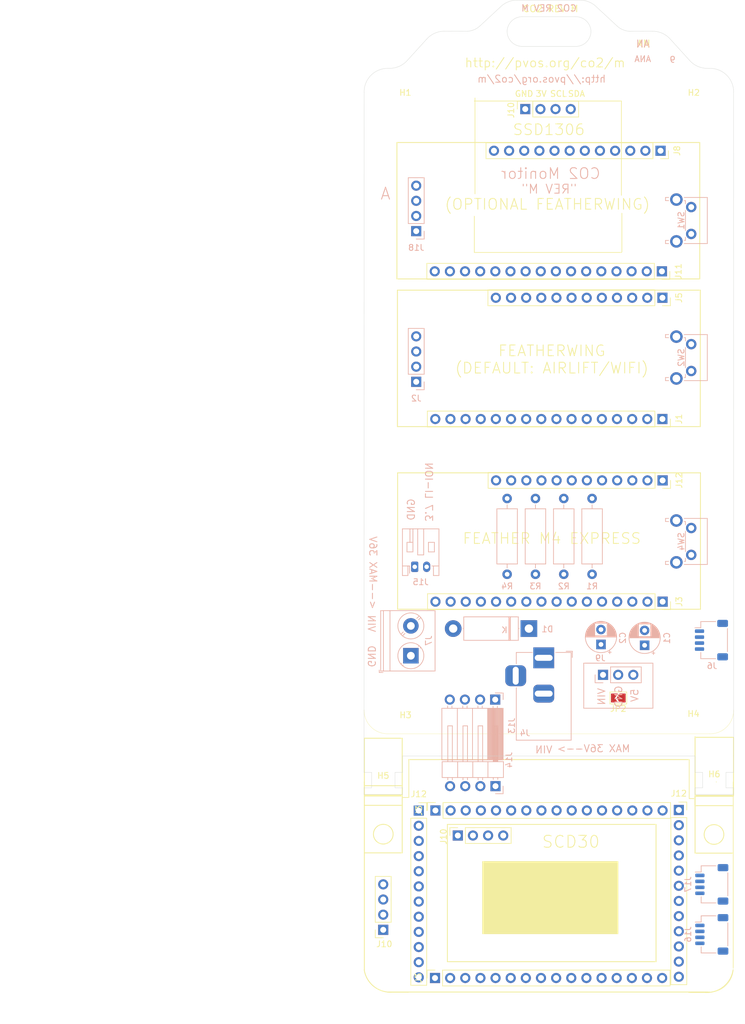
<source format=kicad_pcb>
(kicad_pcb (version 20171130) (host pcbnew 5.1.6-c6e7f7d~87~ubuntu18.04.1)

  (general
    (thickness 1.6)
    (drawings 182)
    (tracks 0)
    (zones 0)
    (modules 41)
    (nets 37)
  )

  (page A4)
  (layers
    (0 F.Cu signal)
    (31 B.Cu signal)
    (32 B.Adhes user)
    (33 F.Adhes user)
    (34 B.Paste user)
    (35 F.Paste user)
    (36 B.SilkS user)
    (37 F.SilkS user)
    (38 B.Mask user)
    (39 F.Mask user)
    (40 Dwgs.User user)
    (41 Cmts.User user)
    (42 Eco1.User user)
    (43 Eco2.User user)
    (44 Edge.Cuts user)
    (45 Margin user)
    (46 B.CrtYd user)
    (47 F.CrtYd user)
    (48 B.Fab user)
    (49 F.Fab user)
  )

  (setup
    (last_trace_width 0.25)
    (user_trace_width 0.4)
    (user_trace_width 0.7)
    (trace_clearance 0.2)
    (zone_clearance 0.508)
    (zone_45_only no)
    (trace_min 0.2)
    (via_size 0.8)
    (via_drill 0.4)
    (via_min_size 0.4)
    (via_min_drill 0.3)
    (user_via 3 2)
    (uvia_size 0.3)
    (uvia_drill 0.1)
    (uvias_allowed no)
    (uvia_min_size 0.2)
    (uvia_min_drill 0.1)
    (edge_width 0.05)
    (segment_width 0.2)
    (pcb_text_width 0.3)
    (pcb_text_size 1.5 1.5)
    (mod_edge_width 0.12)
    (mod_text_size 1 1)
    (mod_text_width 0.15)
    (pad_size 3.7 3.7)
    (pad_drill 3.7)
    (pad_to_mask_clearance 0.05)
    (aux_axis_origin 0 0)
    (visible_elements FFFFF7FF)
    (pcbplotparams
      (layerselection 0x010fc_ffffffff)
      (usegerberextensions false)
      (usegerberattributes true)
      (usegerberadvancedattributes true)
      (creategerberjobfile true)
      (excludeedgelayer true)
      (linewidth 0.100000)
      (plotframeref false)
      (viasonmask false)
      (mode 1)
      (useauxorigin false)
      (hpglpennumber 1)
      (hpglpenspeed 20)
      (hpglpendiameter 15.000000)
      (psnegative false)
      (psa4output false)
      (plotreference true)
      (plotvalue true)
      (plotinvisibletext false)
      (padsonsilk false)
      (subtractmaskfromsilk false)
      (outputformat 1)
      (mirror false)
      (drillshape 0)
      (scaleselection 1)
      (outputdirectory "gerber/"))
  )

  (net 0 "")
  (net 1 +3V3)
  (net 2 GND)
  (net 3 SDA)
  (net 4 SCL)
  (net 5 A3_BUTTON_A)
  (net 6 VIN_DCDC)
  (net 7 VOUT_DCDC)
  (net 8 3_BUTTON_B)
  (net 9 "Net-(J12-Pad12)")
  (net 10 "Net-(J12-Pad11)")
  (net 11 "Net-(J12-Pad10)")
  (net 12 "Net-(J12-Pad9)")
  (net 13 "Net-(J12-Pad8)")
  (net 14 "Net-(J12-Pad7)")
  (net 15 "Net-(J12-Pad3)")
  (net 16 "Net-(J12-Pad1)")
  (net 17 "Net-(J3-Pad16)")
  (net 18 "Net-(J3-Pad15)")
  (net 19 "Net-(J3-Pad14)")
  (net 20 "Net-(J3-Pad13)")
  (net 21 "Net-(J3-Pad12)")
  (net 22 "Net-(J3-Pad11)")
  (net 23 "Net-(J3-Pad10)")
  (net 24 "Net-(J3-Pad9)")
  (net 25 "Net-(J3-Pad8)")
  (net 26 "Net-(J3-Pad7)")
  (net 27 "Net-(J3-Pad6)")
  (net 28 "Net-(J3-Pad5)")
  (net 29 "Net-(J3-Pad4)")
  (net 30 "Net-(J3-Pad3)")
  (net 31 "Net-(J3-Pad2)")
  (net 32 "Net-(J3-Pad1)")
  (net 33 "Net-(J12-Pad6)")
  (net 34 "Net-(J12-Pad5)")
  (net 35 "Net-(J12-Pad4)")
  (net 36 "Net-(J12-Pad2)")

  (net_class Default "This is the default net class."
    (clearance 0.2)
    (trace_width 0.25)
    (via_dia 0.8)
    (via_drill 0.4)
    (uvia_dia 0.3)
    (uvia_drill 0.1)
    (add_net +3V3)
    (add_net 3_BUTTON_B)
    (add_net A3_BUTTON_A)
    (add_net GND)
    (add_net "Net-(J1-Pad1)")
    (add_net "Net-(J1-Pad10)")
    (add_net "Net-(J1-Pad11)")
    (add_net "Net-(J1-Pad12)")
    (add_net "Net-(J1-Pad13)")
    (add_net "Net-(J1-Pad14)")
    (add_net "Net-(J1-Pad15)")
    (add_net "Net-(J1-Pad16)")
    (add_net "Net-(J1-Pad2)")
    (add_net "Net-(J1-Pad3)")
    (add_net "Net-(J1-Pad4)")
    (add_net "Net-(J1-Pad5)")
    (add_net "Net-(J1-Pad6)")
    (add_net "Net-(J1-Pad7)")
    (add_net "Net-(J1-Pad8)")
    (add_net "Net-(J1-Pad9)")
    (add_net "Net-(J11-Pad1)")
    (add_net "Net-(J11-Pad10)")
    (add_net "Net-(J11-Pad11)")
    (add_net "Net-(J11-Pad12)")
    (add_net "Net-(J11-Pad13)")
    (add_net "Net-(J11-Pad14)")
    (add_net "Net-(J11-Pad15)")
    (add_net "Net-(J11-Pad16)")
    (add_net "Net-(J11-Pad2)")
    (add_net "Net-(J11-Pad3)")
    (add_net "Net-(J11-Pad4)")
    (add_net "Net-(J11-Pad5)")
    (add_net "Net-(J11-Pad6)")
    (add_net "Net-(J11-Pad7)")
    (add_net "Net-(J11-Pad8)")
    (add_net "Net-(J11-Pad9)")
    (add_net "Net-(J12-Pad1)")
    (add_net "Net-(J12-Pad10)")
    (add_net "Net-(J12-Pad11)")
    (add_net "Net-(J12-Pad12)")
    (add_net "Net-(J12-Pad2)")
    (add_net "Net-(J12-Pad3)")
    (add_net "Net-(J12-Pad4)")
    (add_net "Net-(J12-Pad5)")
    (add_net "Net-(J12-Pad6)")
    (add_net "Net-(J12-Pad7)")
    (add_net "Net-(J12-Pad8)")
    (add_net "Net-(J12-Pad9)")
    (add_net "Net-(J13-Pad1)")
    (add_net "Net-(J13-Pad2)")
    (add_net "Net-(J13-Pad3)")
    (add_net "Net-(J13-Pad4)")
    (add_net "Net-(J14-Pad1)")
    (add_net "Net-(J14-Pad2)")
    (add_net "Net-(J14-Pad3)")
    (add_net "Net-(J14-Pad4)")
    (add_net "Net-(J15-Pad1)")
    (add_net "Net-(J15-Pad2)")
    (add_net "Net-(J3-Pad1)")
    (add_net "Net-(J3-Pad10)")
    (add_net "Net-(J3-Pad11)")
    (add_net "Net-(J3-Pad12)")
    (add_net "Net-(J3-Pad13)")
    (add_net "Net-(J3-Pad14)")
    (add_net "Net-(J3-Pad15)")
    (add_net "Net-(J3-Pad16)")
    (add_net "Net-(J3-Pad2)")
    (add_net "Net-(J3-Pad3)")
    (add_net "Net-(J3-Pad4)")
    (add_net "Net-(J3-Pad5)")
    (add_net "Net-(J3-Pad6)")
    (add_net "Net-(J3-Pad7)")
    (add_net "Net-(J3-Pad8)")
    (add_net "Net-(J3-Pad9)")
    (add_net "Net-(J5-Pad1)")
    (add_net "Net-(J5-Pad10)")
    (add_net "Net-(J5-Pad11)")
    (add_net "Net-(J5-Pad12)")
    (add_net "Net-(J5-Pad2)")
    (add_net "Net-(J5-Pad3)")
    (add_net "Net-(J5-Pad4)")
    (add_net "Net-(J5-Pad5)")
    (add_net "Net-(J5-Pad6)")
    (add_net "Net-(J5-Pad7)")
    (add_net "Net-(J5-Pad8)")
    (add_net "Net-(J5-Pad9)")
    (add_net "Net-(J8-Pad1)")
    (add_net "Net-(J8-Pad10)")
    (add_net "Net-(J8-Pad11)")
    (add_net "Net-(J8-Pad12)")
    (add_net "Net-(J8-Pad2)")
    (add_net "Net-(J8-Pad3)")
    (add_net "Net-(J8-Pad4)")
    (add_net "Net-(J8-Pad5)")
    (add_net "Net-(J8-Pad6)")
    (add_net "Net-(J8-Pad7)")
    (add_net "Net-(J8-Pad8)")
    (add_net "Net-(J8-Pad9)")
    (add_net SCL)
    (add_net SDA)
    (add_net VBAT)
    (add_net VHI)
    (add_net VIN_DCDC)
    (add_net VOUT_DCDC)
    (add_net ~RESET)
  )

  (module Connector_PinSocket_2.54mm:PinSocket_1x04_P2.54mm_Vertical (layer B.Cu) (tedit 5A19A429) (tstamp 612AEB05)
    (at 193.75 -64.5)
    (descr "Through hole straight socket strip, 1x04, 2.54mm pitch, single row (from Kicad 4.0.7), script generated")
    (tags "Through hole socket strip THT 1x04 2.54mm single row")
    (path /612D638B)
    (fp_text reference J18 (at 0 2.77) (layer B.SilkS)
      (effects (font (size 1 1) (thickness 0.15)) (justify mirror))
    )
    (fp_text value ssd1306 (at 0 -10.39) (layer B.Fab)
      (effects (font (size 1 1) (thickness 0.15)) (justify mirror))
    )
    (fp_text user %R (at 0 -3.81 -90) (layer B.Fab)
      (effects (font (size 1 1) (thickness 0.15)) (justify mirror))
    )
    (fp_line (start -1.27 1.27) (end 0.635 1.27) (layer B.Fab) (width 0.1))
    (fp_line (start 0.635 1.27) (end 1.27 0.635) (layer B.Fab) (width 0.1))
    (fp_line (start 1.27 0.635) (end 1.27 -8.89) (layer B.Fab) (width 0.1))
    (fp_line (start 1.27 -8.89) (end -1.27 -8.89) (layer B.Fab) (width 0.1))
    (fp_line (start -1.27 -8.89) (end -1.27 1.27) (layer B.Fab) (width 0.1))
    (fp_line (start -1.33 -1.27) (end 1.33 -1.27) (layer B.SilkS) (width 0.12))
    (fp_line (start -1.33 -1.27) (end -1.33 -8.95) (layer B.SilkS) (width 0.12))
    (fp_line (start -1.33 -8.95) (end 1.33 -8.95) (layer B.SilkS) (width 0.12))
    (fp_line (start 1.33 -1.27) (end 1.33 -8.95) (layer B.SilkS) (width 0.12))
    (fp_line (start 1.33 1.33) (end 1.33 0) (layer B.SilkS) (width 0.12))
    (fp_line (start 0 1.33) (end 1.33 1.33) (layer B.SilkS) (width 0.12))
    (fp_line (start -1.8 1.8) (end 1.75 1.8) (layer B.CrtYd) (width 0.05))
    (fp_line (start 1.75 1.8) (end 1.75 -9.4) (layer B.CrtYd) (width 0.05))
    (fp_line (start 1.75 -9.4) (end -1.8 -9.4) (layer B.CrtYd) (width 0.05))
    (fp_line (start -1.8 -9.4) (end -1.8 1.8) (layer B.CrtYd) (width 0.05))
    (pad 4 thru_hole oval (at 0 -7.62) (size 1.7 1.7) (drill 1) (layers *.Cu *.Mask)
      (net 3 SDA))
    (pad 3 thru_hole oval (at 0 -5.08) (size 1.7 1.7) (drill 1) (layers *.Cu *.Mask)
      (net 4 SCL))
    (pad 2 thru_hole oval (at 0 -2.54) (size 1.7 1.7) (drill 1) (layers *.Cu *.Mask)
      (net 1 +3V3))
    (pad 1 thru_hole rect (at 0 0) (size 1.7 1.7) (drill 1) (layers *.Cu *.Mask)
      (net 2 GND))
    (model ${KISYS3DMOD}/Connector_PinSocket_2.54mm.3dshapes/PinSocket_1x04_P2.54mm_Vertical.wrl
      (at (xyz 0 0 0))
      (scale (xyz 1 1 1))
      (rotate (xyz 0 0 0))
    )
  )

  (module Connector_PinSocket_2.54mm:PinSocket_1x04_P2.54mm_Vertical (layer B.Cu) (tedit 5A19A429) (tstamp 612AE53D)
    (at 193.75 -39.25)
    (descr "Through hole straight socket strip, 1x04, 2.54mm pitch, single row (from Kicad 4.0.7), script generated")
    (tags "Through hole socket strip THT 1x04 2.54mm single row")
    (path /612C3953)
    (fp_text reference J2 (at 0 2.77) (layer B.SilkS)
      (effects (font (size 1 1) (thickness 0.15)) (justify mirror))
    )
    (fp_text value ssd1306 (at 0 -10.39) (layer B.Fab)
      (effects (font (size 1 1) (thickness 0.15)) (justify mirror))
    )
    (fp_text user %R (at 0 -3.81 -90) (layer B.Fab)
      (effects (font (size 1 1) (thickness 0.15)) (justify mirror))
    )
    (fp_line (start -1.27 1.27) (end 0.635 1.27) (layer B.Fab) (width 0.1))
    (fp_line (start 0.635 1.27) (end 1.27 0.635) (layer B.Fab) (width 0.1))
    (fp_line (start 1.27 0.635) (end 1.27 -8.89) (layer B.Fab) (width 0.1))
    (fp_line (start 1.27 -8.89) (end -1.27 -8.89) (layer B.Fab) (width 0.1))
    (fp_line (start -1.27 -8.89) (end -1.27 1.27) (layer B.Fab) (width 0.1))
    (fp_line (start -1.33 -1.27) (end 1.33 -1.27) (layer B.SilkS) (width 0.12))
    (fp_line (start -1.33 -1.27) (end -1.33 -8.95) (layer B.SilkS) (width 0.12))
    (fp_line (start -1.33 -8.95) (end 1.33 -8.95) (layer B.SilkS) (width 0.12))
    (fp_line (start 1.33 -1.27) (end 1.33 -8.95) (layer B.SilkS) (width 0.12))
    (fp_line (start 1.33 1.33) (end 1.33 0) (layer B.SilkS) (width 0.12))
    (fp_line (start 0 1.33) (end 1.33 1.33) (layer B.SilkS) (width 0.12))
    (fp_line (start -1.8 1.8) (end 1.75 1.8) (layer B.CrtYd) (width 0.05))
    (fp_line (start 1.75 1.8) (end 1.75 -9.4) (layer B.CrtYd) (width 0.05))
    (fp_line (start 1.75 -9.4) (end -1.8 -9.4) (layer B.CrtYd) (width 0.05))
    (fp_line (start -1.8 -9.4) (end -1.8 1.8) (layer B.CrtYd) (width 0.05))
    (pad 4 thru_hole oval (at 0 -7.62) (size 1.7 1.7) (drill 1) (layers *.Cu *.Mask)
      (net 3 SDA))
    (pad 3 thru_hole oval (at 0 -5.08) (size 1.7 1.7) (drill 1) (layers *.Cu *.Mask)
      (net 4 SCL))
    (pad 2 thru_hole oval (at 0 -2.54) (size 1.7 1.7) (drill 1) (layers *.Cu *.Mask)
      (net 1 +3V3))
    (pad 1 thru_hole rect (at 0 0) (size 1.7 1.7) (drill 1) (layers *.Cu *.Mask)
      (net 2 GND))
    (model ${KISYS3DMOD}/Connector_PinSocket_2.54mm.3dshapes/PinSocket_1x04_P2.54mm_Vertical.wrl
      (at (xyz 0 0 0))
      (scale (xyz 1 1 1))
      (rotate (xyz 0 0 0))
    )
  )

  (module Button_Switch_THT:SW_Tactile_SPST_Angled_PTS645Vx58-2LFS (layer B.Cu) (tedit 5A02FE31) (tstamp 612AD852)
    (at 239.88 -41.06 90)
    (descr "tactile switch SPST right angle, PTS645VL58-2 LFS")
    (tags "tactile switch SPST angled PTS645VL58-2 LFS C&K Button")
    (path /612CCB02)
    (fp_text reference SW2 (at 2.25 -1.68 -90) (layer B.SilkS)
      (effects (font (size 1 1) (thickness 0.15)) (justify mirror))
    )
    (fp_text value SW_Push (at 2.25 -5.38988 -90) (layer B.Fab)
      (effects (font (size 1 1) (thickness 0.15)) (justify mirror))
    )
    (fp_line (start 0.55 -0.97) (end 3.95 -0.97) (layer B.SilkS) (width 0.12))
    (fp_line (start -1.09 -0.97) (end -0.55 -0.97) (layer B.SilkS) (width 0.12))
    (fp_line (start 6.11 -3.8) (end 6.11 -4.31) (layer B.SilkS) (width 0.12))
    (fp_line (start 5.59 -4.31) (end 6.11 -4.31) (layer B.SilkS) (width 0.12))
    (fp_line (start 5.59 -3.8) (end 5.59 -4.31) (layer B.SilkS) (width 0.12))
    (fp_line (start 5.05 -0.97) (end 5.59 -0.97) (layer B.SilkS) (width 0.12))
    (fp_line (start -1.61 -3.8) (end -1.61 -4.31) (layer B.SilkS) (width 0.12))
    (fp_line (start -1.09 -3.8) (end -1.09 -4.31) (layer B.SilkS) (width 0.12))
    (fp_line (start 5.59 -0.97) (end 5.59 -1.2) (layer B.SilkS) (width 0.12))
    (fp_line (start -1.2 -4.2) (end -1.2 -0.86) (layer B.Fab) (width 0.1))
    (fp_line (start 5.7 -4.2) (end 6 -4.2) (layer B.Fab) (width 0.1))
    (fp_line (start -1.5 -4.2) (end -1.5 2.59) (layer B.Fab) (width 0.1))
    (fp_line (start -1.5 2.59) (end 6 2.59) (layer B.Fab) (width 0.1))
    (fp_line (start -1.61 2.7) (end -1.61 -1.2) (layer B.SilkS) (width 0.12))
    (fp_line (start -1.61 -4.31) (end -1.09 -4.31) (layer B.SilkS) (width 0.12))
    (fp_line (start 6.11 2.7) (end 6.11 -1.2) (layer B.SilkS) (width 0.12))
    (fp_line (start -1.61 2.7) (end 6.11 2.7) (layer B.SilkS) (width 0.12))
    (fp_line (start -2.5 -4.45) (end -2.5 2.8) (layer B.CrtYd) (width 0.05))
    (fp_line (start 7.05 -4.45) (end -2.5 -4.45) (layer B.CrtYd) (width 0.05))
    (fp_line (start 7.05 2.8) (end 7.05 -4.45) (layer B.CrtYd) (width 0.05))
    (fp_line (start -2.5 2.8) (end 7.05 2.8) (layer B.CrtYd) (width 0.05))
    (fp_line (start 6 -4.2) (end 6 2.59) (layer B.Fab) (width 0.1))
    (fp_line (start -1.2 -0.86) (end 5.7 -0.86) (layer B.Fab) (width 0.1))
    (fp_line (start -1.5 -4.2) (end -1.2 -4.2) (layer B.Fab) (width 0.1))
    (fp_line (start 5.7 -4.2) (end 5.7 -0.86) (layer B.Fab) (width 0.1))
    (fp_line (start -1.09 -0.97) (end -1.09 -1.2) (layer B.SilkS) (width 0.12))
    (fp_line (start 0.5 5.85) (end 4 5.85) (layer B.Fab) (width 0.1))
    (fp_line (start 4 5.85) (end 4 2.59) (layer B.Fab) (width 0.1))
    (fp_line (start 0.5 5.85) (end 0.5 2.59) (layer B.Fab) (width 0.1))
    (fp_text user %R (at 2.25 -1.68 -90) (layer B.Fab)
      (effects (font (size 1 1) (thickness 0.15)) (justify mirror))
    )
    (pad "" thru_hole circle (at -1.25 -2.49 90) (size 2.1 2.1) (drill 1.3) (layers *.Cu *.Mask))
    (pad 1 thru_hole circle (at 0 0 90) (size 1.75 1.75) (drill 0.99) (layers *.Cu *.Mask)
      (net 8 3_BUTTON_B))
    (pad 2 thru_hole circle (at 4.5 0 90) (size 1.75 1.75) (drill 0.99) (layers *.Cu *.Mask)
      (net 2 GND))
    (pad "" thru_hole circle (at 5.76 -2.49 90) (size 2.1 2.1) (drill 1.3) (layers *.Cu *.Mask))
    (model ${KISYS3DMOD}/Button_Switch_THT.3dshapes/SW_Tactile_SPST_Angled_PTS645Vx58-2LFS.wrl
      (at (xyz 0 0 0))
      (scale (xyz 1 1 1))
      (rotate (xyz 0 0 0))
    )
  )

  (module Button_Switch_THT:SW_Tactile_SPST_Angled_PTS645Vx58-2LFS (layer B.Cu) (tedit 5A02FE31) (tstamp 612AD82C)
    (at 239.88 -64.03 90)
    (descr "tactile switch SPST right angle, PTS645VL58-2 LFS")
    (tags "tactile switch SPST angled PTS645VL58-2 LFS C&K Button")
    (path /612C3561)
    (fp_text reference SW1 (at 2.25 -1.68 -90) (layer B.SilkS)
      (effects (font (size 1 1) (thickness 0.15)) (justify mirror))
    )
    (fp_text value SW_Push (at 2.25 -5.38988 -90) (layer B.Fab)
      (effects (font (size 1 1) (thickness 0.15)) (justify mirror))
    )
    (fp_line (start 0.55 -0.97) (end 3.95 -0.97) (layer B.SilkS) (width 0.12))
    (fp_line (start -1.09 -0.97) (end -0.55 -0.97) (layer B.SilkS) (width 0.12))
    (fp_line (start 6.11 -3.8) (end 6.11 -4.31) (layer B.SilkS) (width 0.12))
    (fp_line (start 5.59 -4.31) (end 6.11 -4.31) (layer B.SilkS) (width 0.12))
    (fp_line (start 5.59 -3.8) (end 5.59 -4.31) (layer B.SilkS) (width 0.12))
    (fp_line (start 5.05 -0.97) (end 5.59 -0.97) (layer B.SilkS) (width 0.12))
    (fp_line (start -1.61 -3.8) (end -1.61 -4.31) (layer B.SilkS) (width 0.12))
    (fp_line (start -1.09 -3.8) (end -1.09 -4.31) (layer B.SilkS) (width 0.12))
    (fp_line (start 5.59 -0.97) (end 5.59 -1.2) (layer B.SilkS) (width 0.12))
    (fp_line (start -1.2 -4.2) (end -1.2 -0.86) (layer B.Fab) (width 0.1))
    (fp_line (start 5.7 -4.2) (end 6 -4.2) (layer B.Fab) (width 0.1))
    (fp_line (start -1.5 -4.2) (end -1.5 2.59) (layer B.Fab) (width 0.1))
    (fp_line (start -1.5 2.59) (end 6 2.59) (layer B.Fab) (width 0.1))
    (fp_line (start -1.61 2.7) (end -1.61 -1.2) (layer B.SilkS) (width 0.12))
    (fp_line (start -1.61 -4.31) (end -1.09 -4.31) (layer B.SilkS) (width 0.12))
    (fp_line (start 6.11 2.7) (end 6.11 -1.2) (layer B.SilkS) (width 0.12))
    (fp_line (start -1.61 2.7) (end 6.11 2.7) (layer B.SilkS) (width 0.12))
    (fp_line (start -2.5 -4.45) (end -2.5 2.8) (layer B.CrtYd) (width 0.05))
    (fp_line (start 7.05 -4.45) (end -2.5 -4.45) (layer B.CrtYd) (width 0.05))
    (fp_line (start 7.05 2.8) (end 7.05 -4.45) (layer B.CrtYd) (width 0.05))
    (fp_line (start -2.5 2.8) (end 7.05 2.8) (layer B.CrtYd) (width 0.05))
    (fp_line (start 6 -4.2) (end 6 2.59) (layer B.Fab) (width 0.1))
    (fp_line (start -1.2 -0.86) (end 5.7 -0.86) (layer B.Fab) (width 0.1))
    (fp_line (start -1.5 -4.2) (end -1.2 -4.2) (layer B.Fab) (width 0.1))
    (fp_line (start 5.7 -4.2) (end 5.7 -0.86) (layer B.Fab) (width 0.1))
    (fp_line (start -1.09 -0.97) (end -1.09 -1.2) (layer B.SilkS) (width 0.12))
    (fp_line (start 0.5 5.85) (end 4 5.85) (layer B.Fab) (width 0.1))
    (fp_line (start 4 5.85) (end 4 2.59) (layer B.Fab) (width 0.1))
    (fp_line (start 0.5 5.85) (end 0.5 2.59) (layer B.Fab) (width 0.1))
    (fp_text user %R (at 2.25 -1.68 -90) (layer B.Fab)
      (effects (font (size 1 1) (thickness 0.15)) (justify mirror))
    )
    (pad "" thru_hole circle (at -1.25 -2.49 90) (size 2.1 2.1) (drill 1.3) (layers *.Cu *.Mask))
    (pad 1 thru_hole circle (at 0 0 90) (size 1.75 1.75) (drill 0.99) (layers *.Cu *.Mask)
      (net 5 A3_BUTTON_A))
    (pad 2 thru_hole circle (at 4.5 0 90) (size 1.75 1.75) (drill 0.99) (layers *.Cu *.Mask)
      (net 2 GND))
    (pad "" thru_hole circle (at 5.76 -2.49 90) (size 2.1 2.1) (drill 1.3) (layers *.Cu *.Mask))
    (model ${KISYS3DMOD}/Button_Switch_THT.3dshapes/SW_Tactile_SPST_Angled_PTS645Vx58-2LFS.wrl
      (at (xyz 0 0 0))
      (scale (xyz 1 1 1))
      (rotate (xyz 0 0 0))
    )
  )

  (module Button_Switch_THT:SW_Tactile_SPST_Angled_PTS645Vx58-2LFS (layer B.Cu) (tedit 5A02FE31) (tstamp 612AC31C)
    (at 239.88 -10.25 90)
    (descr "tactile switch SPST right angle, PTS645VL58-2 LFS")
    (tags "tactile switch SPST angled PTS645VL58-2 LFS C&K Button")
    (path /612A85D0)
    (fp_text reference SW4 (at 2.25 -1.68 -90) (layer B.SilkS)
      (effects (font (size 1 1) (thickness 0.15)) (justify mirror))
    )
    (fp_text value SW_Push (at 2.25 -5.38988 -90) (layer B.Fab)
      (effects (font (size 1 1) (thickness 0.15)) (justify mirror))
    )
    (fp_line (start 0.55 -0.97) (end 3.95 -0.97) (layer B.SilkS) (width 0.12))
    (fp_line (start -1.09 -0.97) (end -0.55 -0.97) (layer B.SilkS) (width 0.12))
    (fp_line (start 6.11 -3.8) (end 6.11 -4.31) (layer B.SilkS) (width 0.12))
    (fp_line (start 5.59 -4.31) (end 6.11 -4.31) (layer B.SilkS) (width 0.12))
    (fp_line (start 5.59 -3.8) (end 5.59 -4.31) (layer B.SilkS) (width 0.12))
    (fp_line (start 5.05 -0.97) (end 5.59 -0.97) (layer B.SilkS) (width 0.12))
    (fp_line (start -1.61 -3.8) (end -1.61 -4.31) (layer B.SilkS) (width 0.12))
    (fp_line (start -1.09 -3.8) (end -1.09 -4.31) (layer B.SilkS) (width 0.12))
    (fp_line (start 5.59 -0.97) (end 5.59 -1.2) (layer B.SilkS) (width 0.12))
    (fp_line (start -1.2 -4.2) (end -1.2 -0.86) (layer B.Fab) (width 0.1))
    (fp_line (start 5.7 -4.2) (end 6 -4.2) (layer B.Fab) (width 0.1))
    (fp_line (start -1.5 -4.2) (end -1.5 2.59) (layer B.Fab) (width 0.1))
    (fp_line (start -1.5 2.59) (end 6 2.59) (layer B.Fab) (width 0.1))
    (fp_line (start -1.61 2.7) (end -1.61 -1.2) (layer B.SilkS) (width 0.12))
    (fp_line (start -1.61 -4.31) (end -1.09 -4.31) (layer B.SilkS) (width 0.12))
    (fp_line (start 6.11 2.7) (end 6.11 -1.2) (layer B.SilkS) (width 0.12))
    (fp_line (start -1.61 2.7) (end 6.11 2.7) (layer B.SilkS) (width 0.12))
    (fp_line (start -2.5 -4.45) (end -2.5 2.8) (layer B.CrtYd) (width 0.05))
    (fp_line (start 7.05 -4.45) (end -2.5 -4.45) (layer B.CrtYd) (width 0.05))
    (fp_line (start 7.05 2.8) (end 7.05 -4.45) (layer B.CrtYd) (width 0.05))
    (fp_line (start -2.5 2.8) (end 7.05 2.8) (layer B.CrtYd) (width 0.05))
    (fp_line (start 6 -4.2) (end 6 2.59) (layer B.Fab) (width 0.1))
    (fp_line (start -1.2 -0.86) (end 5.7 -0.86) (layer B.Fab) (width 0.1))
    (fp_line (start -1.5 -4.2) (end -1.2 -4.2) (layer B.Fab) (width 0.1))
    (fp_line (start 5.7 -4.2) (end 5.7 -0.86) (layer B.Fab) (width 0.1))
    (fp_line (start -1.09 -0.97) (end -1.09 -1.2) (layer B.SilkS) (width 0.12))
    (fp_line (start 0.5 5.85) (end 4 5.85) (layer B.Fab) (width 0.1))
    (fp_line (start 4 5.85) (end 4 2.59) (layer B.Fab) (width 0.1))
    (fp_line (start 0.5 5.85) (end 0.5 2.59) (layer B.Fab) (width 0.1))
    (fp_text user %R (at 2.25 -1.68 -90) (layer B.Fab)
      (effects (font (size 1 1) (thickness 0.15)) (justify mirror))
    )
    (pad "" thru_hole circle (at -1.25 -2.49 90) (size 2.1 2.1) (drill 1.3) (layers *.Cu *.Mask))
    (pad 1 thru_hole circle (at 0 0 90) (size 1.75 1.75) (drill 0.99) (layers *.Cu *.Mask))
    (pad 2 thru_hole circle (at 4.5 0 90) (size 1.75 1.75) (drill 0.99) (layers *.Cu *.Mask)
      (net 2 GND))
    (pad "" thru_hole circle (at 5.76 -2.49 90) (size 2.1 2.1) (drill 1.3) (layers *.Cu *.Mask))
    (model ${KISYS3DMOD}/Button_Switch_THT.3dshapes/SW_Tactile_SPST_Angled_PTS645Vx58-2LFS.wrl
      (at (xyz 0 0 0))
      (scale (xyz 1 1 1))
      (rotate (xyz 0 0 0))
    )
  )

  (module Connector_JST:JST_SH_SM04B-SRSS-TB_1x04-1MP_P1.00mm_Horizontal (layer B.Cu) (tedit 5B78AD87) (tstamp 612B00BD)
    (at 243.332 44.958 270)
    (descr "JST SH series connector, SM04B-SRSS-TB (http://www.jst-mfg.com/product/pdf/eng/eSH.pdf), generated with kicad-footprint-generator")
    (tags "connector JST SH top entry")
    (path /612B301D)
    (attr smd)
    (fp_text reference J17 (at 0 3.98 270) (layer B.SilkS)
      (effects (font (size 1 1) (thickness 0.15)) (justify mirror))
    )
    (fp_text value Conn_01x04_Female (at 0 -3.98 270) (layer B.Fab)
      (effects (font (size 1 1) (thickness 0.15)) (justify mirror))
    )
    (fp_line (start -3 1.675) (end 3 1.675) (layer B.Fab) (width 0.1))
    (fp_line (start -3.11 -0.715) (end -3.11 1.785) (layer B.SilkS) (width 0.12))
    (fp_line (start -3.11 1.785) (end -2.06 1.785) (layer B.SilkS) (width 0.12))
    (fp_line (start -2.06 1.785) (end -2.06 2.775) (layer B.SilkS) (width 0.12))
    (fp_line (start 3.11 -0.715) (end 3.11 1.785) (layer B.SilkS) (width 0.12))
    (fp_line (start 3.11 1.785) (end 2.06 1.785) (layer B.SilkS) (width 0.12))
    (fp_line (start -1.94 -2.685) (end 1.94 -2.685) (layer B.SilkS) (width 0.12))
    (fp_line (start -3 -2.575) (end 3 -2.575) (layer B.Fab) (width 0.1))
    (fp_line (start -3 1.675) (end -3 -2.575) (layer B.Fab) (width 0.1))
    (fp_line (start 3 1.675) (end 3 -2.575) (layer B.Fab) (width 0.1))
    (fp_line (start -3.9 3.28) (end -3.9 -3.28) (layer B.CrtYd) (width 0.05))
    (fp_line (start -3.9 -3.28) (end 3.9 -3.28) (layer B.CrtYd) (width 0.05))
    (fp_line (start 3.9 -3.28) (end 3.9 3.28) (layer B.CrtYd) (width 0.05))
    (fp_line (start 3.9 3.28) (end -3.9 3.28) (layer B.CrtYd) (width 0.05))
    (fp_line (start -2 1.675) (end -1.5 0.967893) (layer B.Fab) (width 0.1))
    (fp_line (start -1.5 0.967893) (end -1 1.675) (layer B.Fab) (width 0.1))
    (fp_text user %R (at -1.524 -3.556 270) (layer B.Fab)
      (effects (font (size 1 1) (thickness 0.15)) (justify mirror))
    )
    (pad MP smd roundrect (at 2.8 -1.875 270) (size 1.2 1.8) (layers B.Cu B.Paste B.Mask) (roundrect_rratio 0.208333))
    (pad MP smd roundrect (at -2.8 -1.875 270) (size 1.2 1.8) (layers B.Cu B.Paste B.Mask) (roundrect_rratio 0.208333))
    (pad 4 smd roundrect (at 1.5 2 270) (size 0.6 1.55) (layers B.Cu B.Paste B.Mask) (roundrect_rratio 0.25)
      (net 4 SCL))
    (pad 3 smd roundrect (at 0.5 2 270) (size 0.6 1.55) (layers B.Cu B.Paste B.Mask) (roundrect_rratio 0.25)
      (net 3 SDA))
    (pad 2 smd roundrect (at -0.5 2 270) (size 0.6 1.55) (layers B.Cu B.Paste B.Mask) (roundrect_rratio 0.25)
      (net 1 +3V3))
    (pad 1 smd roundrect (at -1.5 2 270) (size 0.6 1.55) (layers B.Cu B.Paste B.Mask) (roundrect_rratio 0.25)
      (net 2 GND))
    (model ${KISYS3DMOD}/Connector_JST.3dshapes/JST_SH_SM04B-SRSS-TB_1x04-1MP_P1.00mm_Horizontal.wrl
      (at (xyz 0 0 0))
      (scale (xyz 1 1 1))
      (rotate (xyz 0 0 0))
    )
  )

  (module Connector_JST:JST_PH_S2B-PH-K_1x02_P2.00mm_Horizontal (layer B.Cu) (tedit 5B7745C6) (tstamp 612ADA92)
    (at 193.5 -8.25)
    (descr "JST PH series connector, S2B-PH-K (http://www.jst-mfg.com/product/pdf/eng/ePH.pdf), generated with kicad-footprint-generator")
    (tags "connector JST PH top entry")
    (path /612A5BF6)
    (fp_text reference J15 (at 1 2.55 180) (layer B.SilkS)
      (effects (font (size 1 1) (thickness 0.15)) (justify mirror))
    )
    (fp_text value Conn_01x02_Female (at 1 -7.45 180) (layer B.Fab)
      (effects (font (size 1 1) (thickness 0.15)) (justify mirror))
    )
    (fp_line (start -0.86 -0.14) (end -1.14 -0.14) (layer B.SilkS) (width 0.12))
    (fp_line (start -1.14 -0.14) (end -1.14 1.46) (layer B.SilkS) (width 0.12))
    (fp_line (start -1.14 1.46) (end -2.06 1.46) (layer B.SilkS) (width 0.12))
    (fp_line (start -2.06 1.46) (end -2.06 -6.36) (layer B.SilkS) (width 0.12))
    (fp_line (start -2.06 -6.36) (end 4.06 -6.36) (layer B.SilkS) (width 0.12))
    (fp_line (start 4.06 -6.36) (end 4.06 1.46) (layer B.SilkS) (width 0.12))
    (fp_line (start 4.06 1.46) (end 3.14 1.46) (layer B.SilkS) (width 0.12))
    (fp_line (start 3.14 1.46) (end 3.14 -0.14) (layer B.SilkS) (width 0.12))
    (fp_line (start 3.14 -0.14) (end 2.86 -0.14) (layer B.SilkS) (width 0.12))
    (fp_line (start 0.5 -6.36) (end 0.5 -2) (layer B.SilkS) (width 0.12))
    (fp_line (start 0.5 -2) (end 1.5 -2) (layer B.SilkS) (width 0.12))
    (fp_line (start 1.5 -2) (end 1.5 -6.36) (layer B.SilkS) (width 0.12))
    (fp_line (start -2.06 -0.14) (end -1.14 -0.14) (layer B.SilkS) (width 0.12))
    (fp_line (start 4.06 -0.14) (end 3.14 -0.14) (layer B.SilkS) (width 0.12))
    (fp_line (start -1.3 -2.5) (end -1.3 -4.1) (layer B.SilkS) (width 0.12))
    (fp_line (start -1.3 -4.1) (end -0.3 -4.1) (layer B.SilkS) (width 0.12))
    (fp_line (start -0.3 -4.1) (end -0.3 -2.5) (layer B.SilkS) (width 0.12))
    (fp_line (start -0.3 -2.5) (end -1.3 -2.5) (layer B.SilkS) (width 0.12))
    (fp_line (start 3.3 -2.5) (end 3.3 -4.1) (layer B.SilkS) (width 0.12))
    (fp_line (start 3.3 -4.1) (end 2.3 -4.1) (layer B.SilkS) (width 0.12))
    (fp_line (start 2.3 -4.1) (end 2.3 -2.5) (layer B.SilkS) (width 0.12))
    (fp_line (start 2.3 -2.5) (end 3.3 -2.5) (layer B.SilkS) (width 0.12))
    (fp_line (start -0.3 -4.1) (end -0.3 -6.36) (layer B.SilkS) (width 0.12))
    (fp_line (start -0.8 -4.1) (end -0.8 -6.36) (layer B.SilkS) (width 0.12))
    (fp_line (start -2.45 1.85) (end -2.45 -6.75) (layer B.CrtYd) (width 0.05))
    (fp_line (start -2.45 -6.75) (end 4.45 -6.75) (layer B.CrtYd) (width 0.05))
    (fp_line (start 4.45 -6.75) (end 4.45 1.85) (layer B.CrtYd) (width 0.05))
    (fp_line (start 4.45 1.85) (end -2.45 1.85) (layer B.CrtYd) (width 0.05))
    (fp_line (start -1.25 -0.25) (end -1.25 1.35) (layer B.Fab) (width 0.1))
    (fp_line (start -1.25 1.35) (end -1.95 1.35) (layer B.Fab) (width 0.1))
    (fp_line (start -1.95 1.35) (end -1.95 -6.25) (layer B.Fab) (width 0.1))
    (fp_line (start -1.95 -6.25) (end 3.95 -6.25) (layer B.Fab) (width 0.1))
    (fp_line (start 3.95 -6.25) (end 3.95 1.35) (layer B.Fab) (width 0.1))
    (fp_line (start 3.95 1.35) (end 3.25 1.35) (layer B.Fab) (width 0.1))
    (fp_line (start 3.25 1.35) (end 3.25 -0.25) (layer B.Fab) (width 0.1))
    (fp_line (start 3.25 -0.25) (end -1.25 -0.25) (layer B.Fab) (width 0.1))
    (fp_line (start -0.86 -0.14) (end -0.86 1.075) (layer B.SilkS) (width 0.12))
    (fp_line (start 0 -0.875) (end -0.5 -1.375) (layer B.Fab) (width 0.1))
    (fp_line (start -0.5 -1.375) (end 0.5 -1.375) (layer B.Fab) (width 0.1))
    (fp_line (start 0.5 -1.375) (end 0 -0.875) (layer B.Fab) (width 0.1))
    (fp_text user %R (at 1 -2.5 180) (layer B.Fab)
      (effects (font (size 1 1) (thickness 0.15)) (justify mirror))
    )
    (pad 2 thru_hole oval (at 2 0) (size 1.2 1.75) (drill 0.75) (layers *.Cu *.Mask))
    (pad 1 thru_hole roundrect (at 0 0) (size 1.2 1.75) (drill 0.75) (layers *.Cu *.Mask) (roundrect_rratio 0.208333))
    (model ${KISYS3DMOD}/Connector_JST.3dshapes/JST_PH_S2B-PH-K_1x02_P2.00mm_Horizontal.wrl
      (at (xyz 0 0 0))
      (scale (xyz 1 1 1))
      (rotate (xyz 0 0 0))
    )
  )

  (module Connector_PinSocket_2.54mm:PinSocket_1x12_P2.54mm_Vertical (layer F.Cu) (tedit 5A19A41D) (tstamp 612A4CB8)
    (at 235.05 -53.336 270)
    (descr "Through hole straight socket strip, 1x12, 2.54mm pitch, single row (from Kicad 4.0.7), script generated")
    (tags "Through hole socket strip THT 1x12 2.54mm single row")
    (path /612D6942)
    (fp_text reference J5 (at 0 -2.77 90) (layer F.SilkS)
      (effects (font (size 1 1) (thickness 0.15)))
    )
    (fp_text value Conn_01x12_Female (at 0 30.71 90) (layer F.Fab)
      (effects (font (size 1 1) (thickness 0.15)))
    )
    (fp_line (start -1.27 -1.27) (end 0.635 -1.27) (layer F.Fab) (width 0.1))
    (fp_line (start 0.635 -1.27) (end 1.27 -0.635) (layer F.Fab) (width 0.1))
    (fp_line (start 1.27 -0.635) (end 1.27 29.21) (layer F.Fab) (width 0.1))
    (fp_line (start 1.27 29.21) (end -1.27 29.21) (layer F.Fab) (width 0.1))
    (fp_line (start -1.27 29.21) (end -1.27 -1.27) (layer F.Fab) (width 0.1))
    (fp_line (start -1.33 1.27) (end 1.33 1.27) (layer F.SilkS) (width 0.12))
    (fp_line (start -1.33 1.27) (end -1.33 29.27) (layer F.SilkS) (width 0.12))
    (fp_line (start -1.33 29.27) (end 1.33 29.27) (layer F.SilkS) (width 0.12))
    (fp_line (start 1.33 1.27) (end 1.33 29.27) (layer F.SilkS) (width 0.12))
    (fp_line (start 1.33 -1.33) (end 1.33 0) (layer F.SilkS) (width 0.12))
    (fp_line (start 0 -1.33) (end 1.33 -1.33) (layer F.SilkS) (width 0.12))
    (fp_line (start -1.8 -1.8) (end 1.75 -1.8) (layer F.CrtYd) (width 0.05))
    (fp_line (start 1.75 -1.8) (end 1.75 29.7) (layer F.CrtYd) (width 0.05))
    (fp_line (start 1.75 29.7) (end -1.8 29.7) (layer F.CrtYd) (width 0.05))
    (fp_line (start -1.8 29.7) (end -1.8 -1.8) (layer F.CrtYd) (width 0.05))
    (fp_text user %R (at 0 13.97) (layer F.Fab)
      (effects (font (size 1 1) (thickness 0.15)))
    )
    (pad 1 thru_hole rect (at 0 0 270) (size 1.7 1.7) (drill 1) (layers *.Cu *.Mask))
    (pad 2 thru_hole oval (at 0 2.54 270) (size 1.7 1.7) (drill 1) (layers *.Cu *.Mask))
    (pad 3 thru_hole oval (at 0 5.08 270) (size 1.7 1.7) (drill 1) (layers *.Cu *.Mask))
    (pad 4 thru_hole oval (at 0 7.62 270) (size 1.7 1.7) (drill 1) (layers *.Cu *.Mask))
    (pad 5 thru_hole oval (at 0 10.16 270) (size 1.7 1.7) (drill 1) (layers *.Cu *.Mask))
    (pad 6 thru_hole oval (at 0 12.7 270) (size 1.7 1.7) (drill 1) (layers *.Cu *.Mask))
    (pad 7 thru_hole oval (at 0 15.24 270) (size 1.7 1.7) (drill 1) (layers *.Cu *.Mask))
    (pad 8 thru_hole oval (at 0 17.78 270) (size 1.7 1.7) (drill 1) (layers *.Cu *.Mask))
    (pad 9 thru_hole oval (at 0 20.32 270) (size 1.7 1.7) (drill 1) (layers *.Cu *.Mask))
    (pad 10 thru_hole oval (at 0 22.86 270) (size 1.7 1.7) (drill 1) (layers *.Cu *.Mask))
    (pad 11 thru_hole oval (at 0 25.4 270) (size 1.7 1.7) (drill 1) (layers *.Cu *.Mask))
    (pad 12 thru_hole oval (at 0 27.94 270) (size 1.7 1.7) (drill 1) (layers *.Cu *.Mask))
    (model ${KISYS3DMOD}/Connector_PinSocket_2.54mm.3dshapes/PinSocket_1x12_P2.54mm_Vertical.wrl
      (at (xyz 0 0 0))
      (scale (xyz 1 1 1))
      (rotate (xyz 0 0 0))
    )
  )

  (module Connector_PinSocket_2.54mm:PinSocket_1x16_P2.54mm_Vertical (layer F.Cu) (tedit 5A19A41E) (tstamp 612A4B4E)
    (at 235.05 -33.016 270)
    (descr "Through hole straight socket strip, 1x16, 2.54mm pitch, single row (from Kicad 4.0.7), script generated")
    (tags "Through hole socket strip THT 1x16 2.54mm single row")
    (path /612D6948)
    (fp_text reference J1 (at 0 -2.77 90) (layer F.SilkS)
      (effects (font (size 1 1) (thickness 0.15)))
    )
    (fp_text value Conn_01x16_Female (at 0 40.87 90) (layer F.Fab)
      (effects (font (size 1 1) (thickness 0.15)))
    )
    (fp_line (start -1.27 -1.27) (end 0.635 -1.27) (layer F.Fab) (width 0.1))
    (fp_line (start 0.635 -1.27) (end 1.27 -0.635) (layer F.Fab) (width 0.1))
    (fp_line (start 1.27 -0.635) (end 1.27 39.37) (layer F.Fab) (width 0.1))
    (fp_line (start 1.27 39.37) (end -1.27 39.37) (layer F.Fab) (width 0.1))
    (fp_line (start -1.27 39.37) (end -1.27 -1.27) (layer F.Fab) (width 0.1))
    (fp_line (start -1.33 1.27) (end 1.33 1.27) (layer F.SilkS) (width 0.12))
    (fp_line (start -1.33 1.27) (end -1.33 39.43) (layer F.SilkS) (width 0.12))
    (fp_line (start -1.33 39.43) (end 1.33 39.43) (layer F.SilkS) (width 0.12))
    (fp_line (start 1.33 1.27) (end 1.33 39.43) (layer F.SilkS) (width 0.12))
    (fp_line (start 1.33 -1.33) (end 1.33 0) (layer F.SilkS) (width 0.12))
    (fp_line (start 0 -1.33) (end 1.33 -1.33) (layer F.SilkS) (width 0.12))
    (fp_line (start -1.8 -1.8) (end 1.75 -1.8) (layer F.CrtYd) (width 0.05))
    (fp_line (start 1.75 -1.8) (end 1.75 39.9) (layer F.CrtYd) (width 0.05))
    (fp_line (start 1.75 39.9) (end -1.8 39.9) (layer F.CrtYd) (width 0.05))
    (fp_line (start -1.8 39.9) (end -1.8 -1.8) (layer F.CrtYd) (width 0.05))
    (fp_text user %R (at 0 19.05) (layer F.Fab)
      (effects (font (size 1 1) (thickness 0.15)))
    )
    (pad 1 thru_hole rect (at 0 0 270) (size 1.7 1.7) (drill 1) (layers *.Cu *.Mask))
    (pad 2 thru_hole oval (at 0 2.54 270) (size 1.7 1.7) (drill 1) (layers *.Cu *.Mask))
    (pad 3 thru_hole oval (at 0 5.08 270) (size 1.7 1.7) (drill 1) (layers *.Cu *.Mask))
    (pad 4 thru_hole oval (at 0 7.62 270) (size 1.7 1.7) (drill 1) (layers *.Cu *.Mask))
    (pad 5 thru_hole oval (at 0 10.16 270) (size 1.7 1.7) (drill 1) (layers *.Cu *.Mask))
    (pad 6 thru_hole oval (at 0 12.7 270) (size 1.7 1.7) (drill 1) (layers *.Cu *.Mask))
    (pad 7 thru_hole oval (at 0 15.24 270) (size 1.7 1.7) (drill 1) (layers *.Cu *.Mask))
    (pad 8 thru_hole oval (at 0 17.78 270) (size 1.7 1.7) (drill 1) (layers *.Cu *.Mask))
    (pad 9 thru_hole oval (at 0 20.32 270) (size 1.7 1.7) (drill 1) (layers *.Cu *.Mask))
    (pad 10 thru_hole oval (at 0 22.86 270) (size 1.7 1.7) (drill 1) (layers *.Cu *.Mask))
    (pad 11 thru_hole oval (at 0 25.4 270) (size 1.7 1.7) (drill 1) (layers *.Cu *.Mask))
    (pad 12 thru_hole oval (at 0 27.94 270) (size 1.7 1.7) (drill 1) (layers *.Cu *.Mask))
    (pad 13 thru_hole oval (at 0 30.48 270) (size 1.7 1.7) (drill 1) (layers *.Cu *.Mask))
    (pad 14 thru_hole oval (at 0 33.02 270) (size 1.7 1.7) (drill 1) (layers *.Cu *.Mask))
    (pad 15 thru_hole oval (at 0 35.56 270) (size 1.7 1.7) (drill 1) (layers *.Cu *.Mask))
    (pad 16 thru_hole oval (at 0 38.1 270) (size 1.7 1.7) (drill 1) (layers *.Cu *.Mask))
    (model ${KISYS3DMOD}/Connector_PinSocket_2.54mm.3dshapes/PinSocket_1x16_P2.54mm_Vertical.wrl
      (at (xyz 0 0 0))
      (scale (xyz 1 1 1))
      (rotate (xyz 0 0 0))
    )
  )

  (module MountingHole:MountingHole_3.7mm (layer F.Cu) (tedit 56D1B4CB) (tstamp 6122EB71)
    (at 188.225 23.6)
    (descr "Mounting Hole 3.7mm, no annular")
    (tags "mounting hole 3.7mm no annular")
    (path /6139F6D7)
    (attr virtual)
    (fp_text reference H5 (at 0 3.15) (layer F.SilkS)
      (effects (font (size 1 1) (thickness 0.15)))
    )
    (fp_text value MountingHole (at -5.345 -2.772 90) (layer F.Fab)
      (effects (font (size 1 1) (thickness 0.15)))
    )
    (fp_text user %R (at 0.3 0) (layer F.Fab)
      (effects (font (size 1 1) (thickness 0.15)))
    )
    (fp_circle (center 0 0) (end 3.95 0) (layer F.CrtYd) (width 0.05))
    (fp_circle (center 0 0) (end 3.7 0) (layer Cmts.User) (width 0.15))
    (pad 1 np_thru_hole circle (at 0 0) (size 3.7 3.7) (drill 3.7) (layers *.Cu *.Mask))
  )

  (module MountingHole:MountingHole_3.7mm (layer F.Cu) (tedit 56D1B4CB) (tstamp 61230CA8)
    (at 243.775 23.45)
    (descr "Mounting Hole 3.7mm, no annular")
    (tags "mounting hole 3.7mm no annular")
    (path /613A0932)
    (attr virtual)
    (fp_text reference H6 (at -0.025 3.05) (layer F.SilkS)
      (effects (font (size 1 1) (thickness 0.15)))
    )
    (fp_text value MountingHole (at 0 4.7) (layer F.Fab)
      (effects (font (size 1 1) (thickness 0.15)))
    )
    (fp_circle (center 0 0) (end 3.7 0) (layer Cmts.User) (width 0.15))
    (fp_circle (center 0 0) (end 3.95 0) (layer F.CrtYd) (width 0.05))
    (fp_text user %R (at 0.3 0) (layer F.Fab)
      (effects (font (size 1 1) (thickness 0.15)))
    )
    (pad 1 np_thru_hole circle (at 0 0) (size 3.7 3.7) (drill 3.7) (layers *.Cu *.Mask))
  )

  (module Connector_PinSocket_2.54mm:PinSocket_1x04_P2.54mm_Vertical (layer F.Cu) (tedit 5A19A429) (tstamp 6120E2D1)
    (at 188.214 52.578 180)
    (descr "Through hole straight socket strip, 1x04, 2.54mm pitch, single row (from Kicad 4.0.7), script generated")
    (tags "Through hole socket strip THT 1x04 2.54mm single row")
    (path /60000D99)
    (fp_text reference J10 (at -0.1778 -2.3876 180) (layer F.SilkS)
      (effects (font (size 1 1) (thickness 0.15)))
    )
    (fp_text value ssd1306 (at 0 10.39) (layer F.Fab)
      (effects (font (size 1 1) (thickness 0.15)))
    )
    (fp_line (start -1.27 -1.27) (end 0.635 -1.27) (layer F.Fab) (width 0.1))
    (fp_line (start 0.635 -1.27) (end 1.27 -0.635) (layer F.Fab) (width 0.1))
    (fp_line (start 1.27 -0.635) (end 1.27 8.89) (layer F.Fab) (width 0.1))
    (fp_line (start 1.27 8.89) (end -1.27 8.89) (layer F.Fab) (width 0.1))
    (fp_line (start -1.27 8.89) (end -1.27 -1.27) (layer F.Fab) (width 0.1))
    (fp_line (start -1.33 1.27) (end 1.33 1.27) (layer F.SilkS) (width 0.12))
    (fp_line (start -1.33 1.27) (end -1.33 8.95) (layer F.SilkS) (width 0.12))
    (fp_line (start -1.33 8.95) (end 1.33 8.95) (layer F.SilkS) (width 0.12))
    (fp_line (start 1.33 1.27) (end 1.33 8.95) (layer F.SilkS) (width 0.12))
    (fp_line (start 1.33 -1.33) (end 1.33 0) (layer F.SilkS) (width 0.12))
    (fp_line (start 0 -1.33) (end 1.33 -1.33) (layer F.SilkS) (width 0.12))
    (fp_line (start -1.8 -1.8) (end 1.75 -1.8) (layer F.CrtYd) (width 0.05))
    (fp_line (start 1.75 -1.8) (end 1.75 9.4) (layer F.CrtYd) (width 0.05))
    (fp_line (start 1.75 9.4) (end -1.8 9.4) (layer F.CrtYd) (width 0.05))
    (fp_line (start -1.8 9.4) (end -1.8 -1.8) (layer F.CrtYd) (width 0.05))
    (fp_text user %R (at 0 3.81 90) (layer F.Fab)
      (effects (font (size 1 1) (thickness 0.15)))
    )
    (pad 4 thru_hole oval (at 0 7.62 180) (size 1.7 1.7) (drill 1) (layers *.Cu *.Mask)
      (net 3 SDA))
    (pad 3 thru_hole oval (at 0 5.08 180) (size 1.7 1.7) (drill 1) (layers *.Cu *.Mask)
      (net 4 SCL))
    (pad 2 thru_hole oval (at 0 2.54 180) (size 1.7 1.7) (drill 1) (layers *.Cu *.Mask)
      (net 1 +3V3))
    (pad 1 thru_hole rect (at 0 0 180) (size 1.7 1.7) (drill 1) (layers *.Cu *.Mask)
      (net 2 GND))
    (model ${KISYS3DMOD}/Connector_PinSocket_2.54mm.3dshapes/PinSocket_1x04_P2.54mm_Vertical.wrl
      (at (xyz 0 0 0))
      (scale (xyz 1 1 1))
      (rotate (xyz 0 0 0))
    )
  )

  (module Connector_PinSocket_2.54mm:PinSocket_1x04_P2.54mm_Vertical (layer F.Cu) (tedit 5A19A429) (tstamp 6123245E)
    (at 200.725 36.775 90)
    (descr "Through hole straight socket strip, 1x04, 2.54mm pitch, single row (from Kicad 4.0.7), script generated")
    (tags "Through hole socket strip THT 1x04 2.54mm single row")
    (path /60000D99)
    (fp_text reference J10 (at -0.1778 -2.3876 270) (layer F.SilkS)
      (effects (font (size 1 1) (thickness 0.15)))
    )
    (fp_text value ssd1306 (at 0 10.39 90) (layer F.Fab)
      (effects (font (size 1 1) (thickness 0.15)))
    )
    (fp_line (start -1.27 -1.27) (end 0.635 -1.27) (layer F.Fab) (width 0.1))
    (fp_line (start 0.635 -1.27) (end 1.27 -0.635) (layer F.Fab) (width 0.1))
    (fp_line (start 1.27 -0.635) (end 1.27 8.89) (layer F.Fab) (width 0.1))
    (fp_line (start 1.27 8.89) (end -1.27 8.89) (layer F.Fab) (width 0.1))
    (fp_line (start -1.27 8.89) (end -1.27 -1.27) (layer F.Fab) (width 0.1))
    (fp_line (start -1.33 1.27) (end 1.33 1.27) (layer F.SilkS) (width 0.12))
    (fp_line (start -1.33 1.27) (end -1.33 8.95) (layer F.SilkS) (width 0.12))
    (fp_line (start -1.33 8.95) (end 1.33 8.95) (layer F.SilkS) (width 0.12))
    (fp_line (start 1.33 1.27) (end 1.33 8.95) (layer F.SilkS) (width 0.12))
    (fp_line (start 1.33 -1.33) (end 1.33 0) (layer F.SilkS) (width 0.12))
    (fp_line (start 0 -1.33) (end 1.33 -1.33) (layer F.SilkS) (width 0.12))
    (fp_line (start -1.8 -1.8) (end 1.75 -1.8) (layer F.CrtYd) (width 0.05))
    (fp_line (start 1.75 -1.8) (end 1.75 9.4) (layer F.CrtYd) (width 0.05))
    (fp_line (start 1.75 9.4) (end -1.8 9.4) (layer F.CrtYd) (width 0.05))
    (fp_line (start -1.8 9.4) (end -1.8 -1.8) (layer F.CrtYd) (width 0.05))
    (fp_text user %R (at 0 3.81) (layer F.Fab)
      (effects (font (size 1 1) (thickness 0.15)))
    )
    (pad 4 thru_hole oval (at 0 7.62 90) (size 1.7 1.7) (drill 1) (layers *.Cu *.Mask)
      (net 3 SDA))
    (pad 3 thru_hole oval (at 0 5.08 90) (size 1.7 1.7) (drill 1) (layers *.Cu *.Mask)
      (net 4 SCL))
    (pad 2 thru_hole oval (at 0 2.54 90) (size 1.7 1.7) (drill 1) (layers *.Cu *.Mask)
      (net 1 +3V3))
    (pad 1 thru_hole rect (at 0 0 90) (size 1.7 1.7) (drill 1) (layers *.Cu *.Mask)
      (net 2 GND))
    (model ${KISYS3DMOD}/Connector_PinSocket_2.54mm.3dshapes/PinSocket_1x04_P2.54mm_Vertical.wrl
      (at (xyz 0 0 0))
      (scale (xyz 1 1 1))
      (rotate (xyz 0 0 0))
    )
  )

  (module Connector_PinSocket_2.54mm:PinSocket_1x12_P2.54mm_Vertical (layer F.Cu) (tedit 5A19A41D) (tstamp 61232400)
    (at 237.8 32.5)
    (descr "Through hole straight socket strip, 1x12, 2.54mm pitch, single row (from Kicad 4.0.7), script generated")
    (tags "Through hole socket strip THT 1x12 2.54mm single row")
    (path /61215C27)
    (fp_text reference J12 (at 0 -2.77) (layer F.SilkS)
      (effects (font (size 1 1) (thickness 0.15)))
    )
    (fp_text value Conn_01x12_Female (at 0 30.71) (layer F.Fab) hide
      (effects (font (size 1 1) (thickness 0.15)))
    )
    (fp_line (start -1.27 -1.27) (end 0.635 -1.27) (layer F.Fab) (width 0.1))
    (fp_line (start 0.635 -1.27) (end 1.27 -0.635) (layer F.Fab) (width 0.1))
    (fp_line (start 1.27 -0.635) (end 1.27 29.21) (layer F.Fab) (width 0.1))
    (fp_line (start 1.27 29.21) (end -1.27 29.21) (layer F.Fab) (width 0.1))
    (fp_line (start -1.27 29.21) (end -1.27 -1.27) (layer F.Fab) (width 0.1))
    (fp_line (start -1.33 1.27) (end 1.33 1.27) (layer F.SilkS) (width 0.12))
    (fp_line (start -1.33 1.27) (end -1.33 29.27) (layer F.SilkS) (width 0.12))
    (fp_line (start -1.33 29.27) (end 1.33 29.27) (layer F.SilkS) (width 0.12))
    (fp_line (start 1.33 1.27) (end 1.33 29.27) (layer F.SilkS) (width 0.12))
    (fp_line (start 1.33 -1.33) (end 1.33 0) (layer F.SilkS) (width 0.12))
    (fp_line (start 0 -1.33) (end 1.33 -1.33) (layer F.SilkS) (width 0.12))
    (fp_line (start -1.8 -1.8) (end 1.75 -1.8) (layer F.CrtYd) (width 0.05))
    (fp_line (start 1.75 -1.8) (end 1.75 29.7) (layer F.CrtYd) (width 0.05))
    (fp_line (start 1.75 29.7) (end -1.8 29.7) (layer F.CrtYd) (width 0.05))
    (fp_line (start -1.8 29.7) (end -1.8 -1.8) (layer F.CrtYd) (width 0.05))
    (fp_text user %R (at 0 13.97 90) (layer F.Fab)
      (effects (font (size 1 1) (thickness 0.15)))
    )
    (pad 1 thru_hole rect (at 0 0) (size 1.7 1.7) (drill 1) (layers *.Cu *.Mask)
      (net 16 "Net-(J12-Pad1)"))
    (pad 2 thru_hole oval (at 0 2.54) (size 1.7 1.7) (drill 1) (layers *.Cu *.Mask)
      (net 36 "Net-(J12-Pad2)"))
    (pad 3 thru_hole oval (at 0 5.08) (size 1.7 1.7) (drill 1) (layers *.Cu *.Mask)
      (net 15 "Net-(J12-Pad3)"))
    (pad 4 thru_hole oval (at 0 7.62) (size 1.7 1.7) (drill 1) (layers *.Cu *.Mask)
      (net 35 "Net-(J12-Pad4)"))
    (pad 5 thru_hole oval (at 0 10.16) (size 1.7 1.7) (drill 1) (layers *.Cu *.Mask)
      (net 34 "Net-(J12-Pad5)"))
    (pad 6 thru_hole oval (at 0 12.7) (size 1.7 1.7) (drill 1) (layers *.Cu *.Mask)
      (net 33 "Net-(J12-Pad6)"))
    (pad 7 thru_hole oval (at 0 15.24) (size 1.7 1.7) (drill 1) (layers *.Cu *.Mask)
      (net 14 "Net-(J12-Pad7)"))
    (pad 8 thru_hole oval (at 0 17.78) (size 1.7 1.7) (drill 1) (layers *.Cu *.Mask)
      (net 13 "Net-(J12-Pad8)"))
    (pad 9 thru_hole oval (at 0 20.32) (size 1.7 1.7) (drill 1) (layers *.Cu *.Mask)
      (net 12 "Net-(J12-Pad9)"))
    (pad 10 thru_hole oval (at 0 22.86) (size 1.7 1.7) (drill 1) (layers *.Cu *.Mask)
      (net 11 "Net-(J12-Pad10)"))
    (pad 11 thru_hole oval (at 0 25.4) (size 1.7 1.7) (drill 1) (layers *.Cu *.Mask)
      (net 10 "Net-(J12-Pad11)"))
    (pad 12 thru_hole oval (at 0 27.94) (size 1.7 1.7) (drill 1) (layers *.Cu *.Mask)
      (net 9 "Net-(J12-Pad12)"))
    (model ${KISYS3DMOD}/Connector_PinSocket_2.54mm.3dshapes/PinSocket_1x12_P2.54mm_Vertical.wrl
      (at (xyz 0 0 0))
      (scale (xyz 1 1 1))
      (rotate (xyz 0 0 0))
    )
  )

  (module Connector_PinSocket_2.54mm:PinSocket_1x16_P2.54mm_Vertical (layer F.Cu) (tedit 5A19A41E) (tstamp 6123250C)
    (at 196.975 32.575 90)
    (descr "Through hole straight socket strip, 1x16, 2.54mm pitch, single row (from Kicad 4.0.7), script generated")
    (tags "Through hole socket strip THT 1x16 2.54mm single row")
    (path /61219D46)
    (fp_text reference J3 (at 0 -2.77 90) (layer F.SilkS)
      (effects (font (size 1 1) (thickness 0.15)))
    )
    (fp_text value Conn_01x16_Female (at 0 40.87 90) (layer F.Fab)
      (effects (font (size 1 1) (thickness 0.15)))
    )
    (fp_line (start -1.27 -1.27) (end 0.635 -1.27) (layer F.Fab) (width 0.1))
    (fp_line (start 0.635 -1.27) (end 1.27 -0.635) (layer F.Fab) (width 0.1))
    (fp_line (start 1.27 -0.635) (end 1.27 39.37) (layer F.Fab) (width 0.1))
    (fp_line (start 1.27 39.37) (end -1.27 39.37) (layer F.Fab) (width 0.1))
    (fp_line (start -1.27 39.37) (end -1.27 -1.27) (layer F.Fab) (width 0.1))
    (fp_line (start -1.33 1.27) (end 1.33 1.27) (layer F.SilkS) (width 0.12))
    (fp_line (start -1.33 1.27) (end -1.33 39.43) (layer F.SilkS) (width 0.12))
    (fp_line (start -1.33 39.43) (end 1.33 39.43) (layer F.SilkS) (width 0.12))
    (fp_line (start 1.33 1.27) (end 1.33 39.43) (layer F.SilkS) (width 0.12))
    (fp_line (start 1.33 -1.33) (end 1.33 0) (layer F.SilkS) (width 0.12))
    (fp_line (start 0 -1.33) (end 1.33 -1.33) (layer F.SilkS) (width 0.12))
    (fp_line (start -1.8 -1.8) (end 1.75 -1.8) (layer F.CrtYd) (width 0.05))
    (fp_line (start 1.75 -1.8) (end 1.75 39.9) (layer F.CrtYd) (width 0.05))
    (fp_line (start 1.75 39.9) (end -1.8 39.9) (layer F.CrtYd) (width 0.05))
    (fp_line (start -1.8 39.9) (end -1.8 -1.8) (layer F.CrtYd) (width 0.05))
    (fp_text user %R (at 0 19.05) (layer F.Fab)
      (effects (font (size 1 1) (thickness 0.15)))
    )
    (pad 1 thru_hole rect (at 0 0 90) (size 1.7 1.7) (drill 1) (layers *.Cu *.Mask)
      (net 32 "Net-(J3-Pad1)"))
    (pad 2 thru_hole oval (at 0 2.54 90) (size 1.7 1.7) (drill 1) (layers *.Cu *.Mask)
      (net 31 "Net-(J3-Pad2)"))
    (pad 3 thru_hole oval (at 0 5.08 90) (size 1.7 1.7) (drill 1) (layers *.Cu *.Mask)
      (net 30 "Net-(J3-Pad3)"))
    (pad 4 thru_hole oval (at 0 7.62 90) (size 1.7 1.7) (drill 1) (layers *.Cu *.Mask)
      (net 29 "Net-(J3-Pad4)"))
    (pad 5 thru_hole oval (at 0 10.16 90) (size 1.7 1.7) (drill 1) (layers *.Cu *.Mask)
      (net 28 "Net-(J3-Pad5)"))
    (pad 6 thru_hole oval (at 0 12.7 90) (size 1.7 1.7) (drill 1) (layers *.Cu *.Mask)
      (net 27 "Net-(J3-Pad6)"))
    (pad 7 thru_hole oval (at 0 15.24 90) (size 1.7 1.7) (drill 1) (layers *.Cu *.Mask)
      (net 26 "Net-(J3-Pad7)"))
    (pad 8 thru_hole oval (at 0 17.78 90) (size 1.7 1.7) (drill 1) (layers *.Cu *.Mask)
      (net 25 "Net-(J3-Pad8)"))
    (pad 9 thru_hole oval (at 0 20.32 90) (size 1.7 1.7) (drill 1) (layers *.Cu *.Mask)
      (net 24 "Net-(J3-Pad9)"))
    (pad 10 thru_hole oval (at 0 22.86 90) (size 1.7 1.7) (drill 1) (layers *.Cu *.Mask)
      (net 23 "Net-(J3-Pad10)"))
    (pad 11 thru_hole oval (at 0 25.4 90) (size 1.7 1.7) (drill 1) (layers *.Cu *.Mask)
      (net 22 "Net-(J3-Pad11)"))
    (pad 12 thru_hole oval (at 0 27.94 90) (size 1.7 1.7) (drill 1) (layers *.Cu *.Mask)
      (net 21 "Net-(J3-Pad12)"))
    (pad 13 thru_hole oval (at 0 30.48 90) (size 1.7 1.7) (drill 1) (layers *.Cu *.Mask)
      (net 20 "Net-(J3-Pad13)"))
    (pad 14 thru_hole oval (at 0 33.02 90) (size 1.7 1.7) (drill 1) (layers *.Cu *.Mask)
      (net 19 "Net-(J3-Pad14)"))
    (pad 15 thru_hole oval (at 0 35.56 90) (size 1.7 1.7) (drill 1) (layers *.Cu *.Mask)
      (net 18 "Net-(J3-Pad15)"))
    (pad 16 thru_hole oval (at 0 38.1 90) (size 1.7 1.7) (drill 1) (layers *.Cu *.Mask)
      (net 17 "Net-(J3-Pad16)"))
    (model ${KISYS3DMOD}/Connector_PinSocket_2.54mm.3dshapes/PinSocket_1x16_P2.54mm_Vertical.wrl
      (at (xyz 0 0 0))
      (scale (xyz 1 1 1))
      (rotate (xyz 0 0 0))
    )
  )

  (module Connector_PinSocket_2.54mm:PinSocket_1x12_P2.54mm_Vertical (layer F.Cu) (tedit 5A19A41D) (tstamp 612324AB)
    (at 194.175 32.6)
    (descr "Through hole straight socket strip, 1x12, 2.54mm pitch, single row (from Kicad 4.0.7), script generated")
    (tags "Through hole socket strip THT 1x12 2.54mm single row")
    (path /61215C27)
    (fp_text reference J12 (at 0 -2.77) (layer F.SilkS)
      (effects (font (size 1 1) (thickness 0.15)))
    )
    (fp_text value Conn_01x12_Female (at 0 30.71) (layer F.Fab)
      (effects (font (size 1 1) (thickness 0.15)))
    )
    (fp_line (start -1.8 29.7) (end -1.8 -1.8) (layer F.CrtYd) (width 0.05))
    (fp_line (start 1.75 29.7) (end -1.8 29.7) (layer F.CrtYd) (width 0.05))
    (fp_line (start 1.75 -1.8) (end 1.75 29.7) (layer F.CrtYd) (width 0.05))
    (fp_line (start -1.8 -1.8) (end 1.75 -1.8) (layer F.CrtYd) (width 0.05))
    (fp_line (start 0 -1.33) (end 1.33 -1.33) (layer F.SilkS) (width 0.12))
    (fp_line (start 1.33 -1.33) (end 1.33 0) (layer F.SilkS) (width 0.12))
    (fp_line (start 1.33 1.27) (end 1.33 29.27) (layer F.SilkS) (width 0.12))
    (fp_line (start -1.33 29.27) (end 1.33 29.27) (layer F.SilkS) (width 0.12))
    (fp_line (start -1.33 1.27) (end -1.33 29.27) (layer F.SilkS) (width 0.12))
    (fp_line (start -1.33 1.27) (end 1.33 1.27) (layer F.SilkS) (width 0.12))
    (fp_line (start -1.27 29.21) (end -1.27 -1.27) (layer F.Fab) (width 0.1))
    (fp_line (start 1.27 29.21) (end -1.27 29.21) (layer F.Fab) (width 0.1))
    (fp_line (start 1.27 -0.635) (end 1.27 29.21) (layer F.Fab) (width 0.1))
    (fp_line (start 0.635 -1.27) (end 1.27 -0.635) (layer F.Fab) (width 0.1))
    (fp_line (start -1.27 -1.27) (end 0.635 -1.27) (layer F.Fab) (width 0.1))
    (fp_text user %R (at 0 13.97 90) (layer F.Fab)
      (effects (font (size 1 1) (thickness 0.15)))
    )
    (pad 12 thru_hole oval (at 0 27.94) (size 1.7 1.7) (drill 1) (layers *.Cu *.Mask)
      (net 9 "Net-(J12-Pad12)"))
    (pad 11 thru_hole oval (at 0 25.4) (size 1.7 1.7) (drill 1) (layers *.Cu *.Mask)
      (net 10 "Net-(J12-Pad11)"))
    (pad 10 thru_hole oval (at 0 22.86) (size 1.7 1.7) (drill 1) (layers *.Cu *.Mask)
      (net 11 "Net-(J12-Pad10)"))
    (pad 9 thru_hole oval (at 0 20.32) (size 1.7 1.7) (drill 1) (layers *.Cu *.Mask)
      (net 12 "Net-(J12-Pad9)"))
    (pad 8 thru_hole oval (at 0 17.78) (size 1.7 1.7) (drill 1) (layers *.Cu *.Mask)
      (net 13 "Net-(J12-Pad8)"))
    (pad 7 thru_hole oval (at 0 15.24) (size 1.7 1.7) (drill 1) (layers *.Cu *.Mask)
      (net 14 "Net-(J12-Pad7)"))
    (pad 6 thru_hole oval (at 0 12.7) (size 1.7 1.7) (drill 1) (layers *.Cu *.Mask)
      (net 33 "Net-(J12-Pad6)"))
    (pad 5 thru_hole oval (at 0 10.16) (size 1.7 1.7) (drill 1) (layers *.Cu *.Mask)
      (net 34 "Net-(J12-Pad5)"))
    (pad 4 thru_hole oval (at 0 7.62) (size 1.7 1.7) (drill 1) (layers *.Cu *.Mask)
      (net 35 "Net-(J12-Pad4)"))
    (pad 3 thru_hole oval (at 0 5.08) (size 1.7 1.7) (drill 1) (layers *.Cu *.Mask)
      (net 15 "Net-(J12-Pad3)"))
    (pad 2 thru_hole oval (at 0 2.54) (size 1.7 1.7) (drill 1) (layers *.Cu *.Mask)
      (net 36 "Net-(J12-Pad2)"))
    (pad 1 thru_hole rect (at 0 0) (size 1.7 1.7) (drill 1) (layers *.Cu *.Mask)
      (net 16 "Net-(J12-Pad1)"))
    (model ${KISYS3DMOD}/Connector_PinSocket_2.54mm.3dshapes/PinSocket_1x12_P2.54mm_Vertical.wrl
      (at (xyz 0 0 0))
      (scale (xyz 1 1 1))
      (rotate (xyz 0 0 0))
    )
  )

  (module Connector_PinSocket_2.54mm:PinSocket_1x16_P2.54mm_Vertical (layer F.Cu) (tedit 5A19A41E) (tstamp 6120B83A)
    (at 196.9 60.65 90)
    (descr "Through hole straight socket strip, 1x16, 2.54mm pitch, single row (from Kicad 4.0.7), script generated")
    (tags "Through hole socket strip THT 1x16 2.54mm single row")
    (path /61219D46)
    (fp_text reference J3 (at 0 -2.77 90) (layer F.SilkS)
      (effects (font (size 1 1) (thickness 0.15)))
    )
    (fp_text value Conn_01x16_Female (at 0 40.87 90) (layer F.Fab)
      (effects (font (size 1 1) (thickness 0.15)))
    )
    (fp_line (start -1.8 39.9) (end -1.8 -1.8) (layer F.CrtYd) (width 0.05))
    (fp_line (start 1.75 39.9) (end -1.8 39.9) (layer F.CrtYd) (width 0.05))
    (fp_line (start 1.75 -1.8) (end 1.75 39.9) (layer F.CrtYd) (width 0.05))
    (fp_line (start -1.8 -1.8) (end 1.75 -1.8) (layer F.CrtYd) (width 0.05))
    (fp_line (start 0 -1.33) (end 1.33 -1.33) (layer F.SilkS) (width 0.12))
    (fp_line (start 1.33 -1.33) (end 1.33 0) (layer F.SilkS) (width 0.12))
    (fp_line (start 1.33 1.27) (end 1.33 39.43) (layer F.SilkS) (width 0.12))
    (fp_line (start -1.33 39.43) (end 1.33 39.43) (layer F.SilkS) (width 0.12))
    (fp_line (start -1.33 1.27) (end -1.33 39.43) (layer F.SilkS) (width 0.12))
    (fp_line (start -1.33 1.27) (end 1.33 1.27) (layer F.SilkS) (width 0.12))
    (fp_line (start -1.27 39.37) (end -1.27 -1.27) (layer F.Fab) (width 0.1))
    (fp_line (start 1.27 39.37) (end -1.27 39.37) (layer F.Fab) (width 0.1))
    (fp_line (start 1.27 -0.635) (end 1.27 39.37) (layer F.Fab) (width 0.1))
    (fp_line (start 0.635 -1.27) (end 1.27 -0.635) (layer F.Fab) (width 0.1))
    (fp_line (start -1.27 -1.27) (end 0.635 -1.27) (layer F.Fab) (width 0.1))
    (fp_text user %R (at 0 19.05) (layer F.Fab)
      (effects (font (size 1 1) (thickness 0.15)))
    )
    (pad 16 thru_hole oval (at 0 38.1 90) (size 1.7 1.7) (drill 1) (layers *.Cu *.Mask)
      (net 17 "Net-(J3-Pad16)"))
    (pad 15 thru_hole oval (at 0 35.56 90) (size 1.7 1.7) (drill 1) (layers *.Cu *.Mask)
      (net 18 "Net-(J3-Pad15)"))
    (pad 14 thru_hole oval (at 0 33.02 90) (size 1.7 1.7) (drill 1) (layers *.Cu *.Mask)
      (net 19 "Net-(J3-Pad14)"))
    (pad 13 thru_hole oval (at 0 30.48 90) (size 1.7 1.7) (drill 1) (layers *.Cu *.Mask)
      (net 20 "Net-(J3-Pad13)"))
    (pad 12 thru_hole oval (at 0 27.94 90) (size 1.7 1.7) (drill 1) (layers *.Cu *.Mask)
      (net 21 "Net-(J3-Pad12)"))
    (pad 11 thru_hole oval (at 0 25.4 90) (size 1.7 1.7) (drill 1) (layers *.Cu *.Mask)
      (net 22 "Net-(J3-Pad11)"))
    (pad 10 thru_hole oval (at 0 22.86 90) (size 1.7 1.7) (drill 1) (layers *.Cu *.Mask)
      (net 23 "Net-(J3-Pad10)"))
    (pad 9 thru_hole oval (at 0 20.32 90) (size 1.7 1.7) (drill 1) (layers *.Cu *.Mask)
      (net 24 "Net-(J3-Pad9)"))
    (pad 8 thru_hole oval (at 0 17.78 90) (size 1.7 1.7) (drill 1) (layers *.Cu *.Mask)
      (net 25 "Net-(J3-Pad8)"))
    (pad 7 thru_hole oval (at 0 15.24 90) (size 1.7 1.7) (drill 1) (layers *.Cu *.Mask)
      (net 26 "Net-(J3-Pad7)"))
    (pad 6 thru_hole oval (at 0 12.7 90) (size 1.7 1.7) (drill 1) (layers *.Cu *.Mask)
      (net 27 "Net-(J3-Pad6)"))
    (pad 5 thru_hole oval (at 0 10.16 90) (size 1.7 1.7) (drill 1) (layers *.Cu *.Mask)
      (net 28 "Net-(J3-Pad5)"))
    (pad 4 thru_hole oval (at 0 7.62 90) (size 1.7 1.7) (drill 1) (layers *.Cu *.Mask)
      (net 29 "Net-(J3-Pad4)"))
    (pad 3 thru_hole oval (at 0 5.08 90) (size 1.7 1.7) (drill 1) (layers *.Cu *.Mask)
      (net 30 "Net-(J3-Pad3)"))
    (pad 2 thru_hole oval (at 0 2.54 90) (size 1.7 1.7) (drill 1) (layers *.Cu *.Mask)
      (net 31 "Net-(J3-Pad2)"))
    (pad 1 thru_hole rect (at 0 0 90) (size 1.7 1.7) (drill 1) (layers *.Cu *.Mask)
      (net 32 "Net-(J3-Pad1)"))
    (model ${KISYS3DMOD}/Connector_PinSocket_2.54mm.3dshapes/PinSocket_1x16_P2.54mm_Vertical.wrl
      (at (xyz 0 0 0))
      (scale (xyz 1 1 1))
      (rotate (xyz 0 0 0))
    )
  )

  (module Connector_JST:JST_SH_SM04B-SRSS-TB_1x04-1MP_P1.00mm_Horizontal (layer B.Cu) (tedit 5B78AD87) (tstamp 6120A49D)
    (at 243.332 53.34 270)
    (descr "JST SH series connector, SM04B-SRSS-TB (http://www.jst-mfg.com/product/pdf/eng/eSH.pdf), generated with kicad-footprint-generator")
    (tags "connector JST SH top entry")
    (path /6135A636)
    (attr smd)
    (fp_text reference J16 (at 0 3.98 90) (layer B.SilkS)
      (effects (font (size 1 1) (thickness 0.15)) (justify mirror))
    )
    (fp_text value Conn_01x04_Female (at 0 -3.98 90) (layer B.Fab)
      (effects (font (size 1 1) (thickness 0.15)) (justify mirror))
    )
    (fp_line (start -3 1.675) (end 3 1.675) (layer B.Fab) (width 0.1))
    (fp_line (start -3.11 -0.715) (end -3.11 1.785) (layer B.SilkS) (width 0.12))
    (fp_line (start -3.11 1.785) (end -2.06 1.785) (layer B.SilkS) (width 0.12))
    (fp_line (start -2.06 1.785) (end -2.06 2.775) (layer B.SilkS) (width 0.12))
    (fp_line (start 3.11 -0.715) (end 3.11 1.785) (layer B.SilkS) (width 0.12))
    (fp_line (start 3.11 1.785) (end 2.06 1.785) (layer B.SilkS) (width 0.12))
    (fp_line (start -1.94 -2.685) (end 1.94 -2.685) (layer B.SilkS) (width 0.12))
    (fp_line (start -3 -2.575) (end 3 -2.575) (layer B.Fab) (width 0.1))
    (fp_line (start -3 1.675) (end -3 -2.575) (layer B.Fab) (width 0.1))
    (fp_line (start 3 1.675) (end 3 -2.575) (layer B.Fab) (width 0.1))
    (fp_line (start -3.9 3.28) (end -3.9 -3.28) (layer B.CrtYd) (width 0.05))
    (fp_line (start -3.9 -3.28) (end 3.9 -3.28) (layer B.CrtYd) (width 0.05))
    (fp_line (start 3.9 -3.28) (end 3.9 3.28) (layer B.CrtYd) (width 0.05))
    (fp_line (start 3.9 3.28) (end -3.9 3.28) (layer B.CrtYd) (width 0.05))
    (fp_line (start -2 1.675) (end -1.5 0.967893) (layer B.Fab) (width 0.1))
    (fp_line (start -1.5 0.967893) (end -1 1.675) (layer B.Fab) (width 0.1))
    (fp_text user %R (at 0 0 90) (layer B.Fab)
      (effects (font (size 1 1) (thickness 0.15)) (justify mirror))
    )
    (pad 1 smd roundrect (at -1.5 2 270) (size 0.6 1.55) (layers B.Cu B.Paste B.Mask) (roundrect_rratio 0.25)
      (net 2 GND))
    (pad 2 smd roundrect (at -0.5 2 270) (size 0.6 1.55) (layers B.Cu B.Paste B.Mask) (roundrect_rratio 0.25)
      (net 1 +3V3))
    (pad 3 smd roundrect (at 0.5 2 270) (size 0.6 1.55) (layers B.Cu B.Paste B.Mask) (roundrect_rratio 0.25)
      (net 3 SDA))
    (pad 4 smd roundrect (at 1.5 2 270) (size 0.6 1.55) (layers B.Cu B.Paste B.Mask) (roundrect_rratio 0.25)
      (net 4 SCL))
    (pad MP smd roundrect (at -2.8 -1.875 270) (size 1.2 1.8) (layers B.Cu B.Paste B.Mask) (roundrect_rratio 0.208333))
    (pad MP smd roundrect (at 2.8 -1.875 270) (size 1.2 1.8) (layers B.Cu B.Paste B.Mask) (roundrect_rratio 0.208333))
    (model ${KISYS3DMOD}/Connector_JST.3dshapes/JST_SH_SM04B-SRSS-TB_1x04-1MP_P1.00mm_Horizontal.wrl
      (at (xyz 0 0 0))
      (scale (xyz 1 1 1))
      (rotate (xyz 0 0 0))
    )
  )

  (module Connector_PinHeader_2.54mm:PinHeader_1x04_P2.54mm_Horizontal (layer B.Cu) (tedit 59FED5CB) (tstamp 61203DE4)
    (at 207.05 28.5 90)
    (descr "Through hole angled pin header, 1x04, 2.54mm pitch, 6mm pin length, single row")
    (tags "Through hole angled pin header THT 1x04 2.54mm single row")
    (path /61314EAB)
    (fp_text reference J14 (at 4.385 2.27 270) (layer B.SilkS)
      (effects (font (size 1 1) (thickness 0.15)) (justify mirror))
    )
    (fp_text value Conn_01x04_Female (at 4.385 -9.89 270) (layer B.Fab)
      (effects (font (size 1 1) (thickness 0.15)) (justify mirror))
    )
    (fp_line (start 10.55 1.8) (end -1.8 1.8) (layer B.CrtYd) (width 0.05))
    (fp_line (start 10.55 -9.4) (end 10.55 1.8) (layer B.CrtYd) (width 0.05))
    (fp_line (start -1.8 -9.4) (end 10.55 -9.4) (layer B.CrtYd) (width 0.05))
    (fp_line (start -1.8 1.8) (end -1.8 -9.4) (layer B.CrtYd) (width 0.05))
    (fp_line (start -1.27 1.27) (end 0 1.27) (layer B.SilkS) (width 0.12))
    (fp_line (start -1.27 0) (end -1.27 1.27) (layer B.SilkS) (width 0.12))
    (fp_line (start 1.042929 -8) (end 1.44 -8) (layer B.SilkS) (width 0.12))
    (fp_line (start 1.042929 -7.24) (end 1.44 -7.24) (layer B.SilkS) (width 0.12))
    (fp_line (start 10.1 -8) (end 4.1 -8) (layer B.SilkS) (width 0.12))
    (fp_line (start 10.1 -7.24) (end 10.1 -8) (layer B.SilkS) (width 0.12))
    (fp_line (start 4.1 -7.24) (end 10.1 -7.24) (layer B.SilkS) (width 0.12))
    (fp_line (start 1.44 -6.35) (end 4.1 -6.35) (layer B.SilkS) (width 0.12))
    (fp_line (start 1.042929 -5.46) (end 1.44 -5.46) (layer B.SilkS) (width 0.12))
    (fp_line (start 1.042929 -4.7) (end 1.44 -4.7) (layer B.SilkS) (width 0.12))
    (fp_line (start 10.1 -5.46) (end 4.1 -5.46) (layer B.SilkS) (width 0.12))
    (fp_line (start 10.1 -4.7) (end 10.1 -5.46) (layer B.SilkS) (width 0.12))
    (fp_line (start 4.1 -4.7) (end 10.1 -4.7) (layer B.SilkS) (width 0.12))
    (fp_line (start 1.44 -3.81) (end 4.1 -3.81) (layer B.SilkS) (width 0.12))
    (fp_line (start 1.042929 -2.92) (end 1.44 -2.92) (layer B.SilkS) (width 0.12))
    (fp_line (start 1.042929 -2.16) (end 1.44 -2.16) (layer B.SilkS) (width 0.12))
    (fp_line (start 10.1 -2.92) (end 4.1 -2.92) (layer B.SilkS) (width 0.12))
    (fp_line (start 10.1 -2.16) (end 10.1 -2.92) (layer B.SilkS) (width 0.12))
    (fp_line (start 4.1 -2.16) (end 10.1 -2.16) (layer B.SilkS) (width 0.12))
    (fp_line (start 1.44 -1.27) (end 4.1 -1.27) (layer B.SilkS) (width 0.12))
    (fp_line (start 1.11 -0.38) (end 1.44 -0.38) (layer B.SilkS) (width 0.12))
    (fp_line (start 1.11 0.38) (end 1.44 0.38) (layer B.SilkS) (width 0.12))
    (fp_line (start 4.1 -0.28) (end 10.1 -0.28) (layer B.SilkS) (width 0.12))
    (fp_line (start 4.1 -0.16) (end 10.1 -0.16) (layer B.SilkS) (width 0.12))
    (fp_line (start 4.1 -0.04) (end 10.1 -0.04) (layer B.SilkS) (width 0.12))
    (fp_line (start 4.1 0.08) (end 10.1 0.08) (layer B.SilkS) (width 0.12))
    (fp_line (start 4.1 0.2) (end 10.1 0.2) (layer B.SilkS) (width 0.12))
    (fp_line (start 4.1 0.32) (end 10.1 0.32) (layer B.SilkS) (width 0.12))
    (fp_line (start 10.1 -0.38) (end 4.1 -0.38) (layer B.SilkS) (width 0.12))
    (fp_line (start 10.1 0.38) (end 10.1 -0.38) (layer B.SilkS) (width 0.12))
    (fp_line (start 4.1 0.38) (end 10.1 0.38) (layer B.SilkS) (width 0.12))
    (fp_line (start 4.1 1.33) (end 1.44 1.33) (layer B.SilkS) (width 0.12))
    (fp_line (start 4.1 -8.95) (end 4.1 1.33) (layer B.SilkS) (width 0.12))
    (fp_line (start 1.44 -8.95) (end 4.1 -8.95) (layer B.SilkS) (width 0.12))
    (fp_line (start 1.44 1.33) (end 1.44 -8.95) (layer B.SilkS) (width 0.12))
    (fp_line (start 4.04 -7.94) (end 10.04 -7.94) (layer B.Fab) (width 0.1))
    (fp_line (start 10.04 -7.3) (end 10.04 -7.94) (layer B.Fab) (width 0.1))
    (fp_line (start 4.04 -7.3) (end 10.04 -7.3) (layer B.Fab) (width 0.1))
    (fp_line (start -0.32 -7.94) (end 1.5 -7.94) (layer B.Fab) (width 0.1))
    (fp_line (start -0.32 -7.3) (end -0.32 -7.94) (layer B.Fab) (width 0.1))
    (fp_line (start -0.32 -7.3) (end 1.5 -7.3) (layer B.Fab) (width 0.1))
    (fp_line (start 4.04 -5.4) (end 10.04 -5.4) (layer B.Fab) (width 0.1))
    (fp_line (start 10.04 -4.76) (end 10.04 -5.4) (layer B.Fab) (width 0.1))
    (fp_line (start 4.04 -4.76) (end 10.04 -4.76) (layer B.Fab) (width 0.1))
    (fp_line (start -0.32 -5.4) (end 1.5 -5.4) (layer B.Fab) (width 0.1))
    (fp_line (start -0.32 -4.76) (end -0.32 -5.4) (layer B.Fab) (width 0.1))
    (fp_line (start -0.32 -4.76) (end 1.5 -4.76) (layer B.Fab) (width 0.1))
    (fp_line (start 4.04 -2.86) (end 10.04 -2.86) (layer B.Fab) (width 0.1))
    (fp_line (start 10.04 -2.22) (end 10.04 -2.86) (layer B.Fab) (width 0.1))
    (fp_line (start 4.04 -2.22) (end 10.04 -2.22) (layer B.Fab) (width 0.1))
    (fp_line (start -0.32 -2.86) (end 1.5 -2.86) (layer B.Fab) (width 0.1))
    (fp_line (start -0.32 -2.22) (end -0.32 -2.86) (layer B.Fab) (width 0.1))
    (fp_line (start -0.32 -2.22) (end 1.5 -2.22) (layer B.Fab) (width 0.1))
    (fp_line (start 4.04 -0.32) (end 10.04 -0.32) (layer B.Fab) (width 0.1))
    (fp_line (start 10.04 0.32) (end 10.04 -0.32) (layer B.Fab) (width 0.1))
    (fp_line (start 4.04 0.32) (end 10.04 0.32) (layer B.Fab) (width 0.1))
    (fp_line (start -0.32 -0.32) (end 1.5 -0.32) (layer B.Fab) (width 0.1))
    (fp_line (start -0.32 0.32) (end -0.32 -0.32) (layer B.Fab) (width 0.1))
    (fp_line (start -0.32 0.32) (end 1.5 0.32) (layer B.Fab) (width 0.1))
    (fp_line (start 1.5 0.635) (end 2.135 1.27) (layer B.Fab) (width 0.1))
    (fp_line (start 1.5 -8.89) (end 1.5 0.635) (layer B.Fab) (width 0.1))
    (fp_line (start 4.04 -8.89) (end 1.5 -8.89) (layer B.Fab) (width 0.1))
    (fp_line (start 4.04 1.27) (end 4.04 -8.89) (layer B.Fab) (width 0.1))
    (fp_line (start 2.135 1.27) (end 4.04 1.27) (layer B.Fab) (width 0.1))
    (fp_text user %R (at 2.77 -3.81) (layer B.Fab)
      (effects (font (size 1 1) (thickness 0.15)) (justify mirror))
    )
    (pad 4 thru_hole oval (at 0 -7.62 90) (size 1.7 1.7) (drill 1) (layers *.Cu *.Mask))
    (pad 3 thru_hole oval (at 0 -5.08 90) (size 1.7 1.7) (drill 1) (layers *.Cu *.Mask))
    (pad 2 thru_hole oval (at 0 -2.54 90) (size 1.7 1.7) (drill 1) (layers *.Cu *.Mask))
    (pad 1 thru_hole rect (at 0 0 90) (size 1.7 1.7) (drill 1) (layers *.Cu *.Mask))
    (model ${KISYS3DMOD}/Connector_PinHeader_2.54mm.3dshapes/PinHeader_1x04_P2.54mm_Horizontal.wrl
      (at (xyz 0 0 0))
      (scale (xyz 1 1 1))
      (rotate (xyz 0 0 0))
    )
  )

  (module Connector_PinSocket_2.54mm:PinSocket_1x04_P2.54mm_Horizontal (layer B.Cu) (tedit 5A19A424) (tstamp 61200448)
    (at 207 14 90)
    (descr "Through hole angled socket strip, 1x04, 2.54mm pitch, 8.51mm socket length, single row (from Kicad 4.0.7), script generated")
    (tags "Through hole angled socket strip THT 1x04 2.54mm single row")
    (path /61303F81)
    (fp_text reference J13 (at -4.38 2.77 270) (layer B.SilkS)
      (effects (font (size 1 1) (thickness 0.15)) (justify mirror))
    )
    (fp_text value Conn_01x04_Female (at -4.38 -10.39 270) (layer B.Fab)
      (effects (font (size 1 1) (thickness 0.15)) (justify mirror))
    )
    (fp_line (start -10.03 1.27) (end -2.49 1.27) (layer B.Fab) (width 0.1))
    (fp_line (start -2.49 1.27) (end -1.52 0.3) (layer B.Fab) (width 0.1))
    (fp_line (start -1.52 0.3) (end -1.52 -8.89) (layer B.Fab) (width 0.1))
    (fp_line (start -1.52 -8.89) (end -10.03 -8.89) (layer B.Fab) (width 0.1))
    (fp_line (start -10.03 -8.89) (end -10.03 1.27) (layer B.Fab) (width 0.1))
    (fp_line (start 0 0.3) (end -1.52 0.3) (layer B.Fab) (width 0.1))
    (fp_line (start -1.52 -0.3) (end 0 -0.3) (layer B.Fab) (width 0.1))
    (fp_line (start 0 -0.3) (end 0 0.3) (layer B.Fab) (width 0.1))
    (fp_line (start 0 -2.24) (end -1.52 -2.24) (layer B.Fab) (width 0.1))
    (fp_line (start -1.52 -2.84) (end 0 -2.84) (layer B.Fab) (width 0.1))
    (fp_line (start 0 -2.84) (end 0 -2.24) (layer B.Fab) (width 0.1))
    (fp_line (start 0 -4.78) (end -1.52 -4.78) (layer B.Fab) (width 0.1))
    (fp_line (start -1.52 -5.38) (end 0 -5.38) (layer B.Fab) (width 0.1))
    (fp_line (start 0 -5.38) (end 0 -4.78) (layer B.Fab) (width 0.1))
    (fp_line (start 0 -7.32) (end -1.52 -7.32) (layer B.Fab) (width 0.1))
    (fp_line (start -1.52 -7.92) (end 0 -7.92) (layer B.Fab) (width 0.1))
    (fp_line (start 0 -7.92) (end 0 -7.32) (layer B.Fab) (width 0.1))
    (fp_line (start -10.09 1.21) (end -1.46 1.21) (layer B.SilkS) (width 0.12))
    (fp_line (start -10.09 1.091905) (end -1.46 1.091905) (layer B.SilkS) (width 0.12))
    (fp_line (start -10.09 0.97381) (end -1.46 0.97381) (layer B.SilkS) (width 0.12))
    (fp_line (start -10.09 0.855715) (end -1.46 0.855715) (layer B.SilkS) (width 0.12))
    (fp_line (start -10.09 0.73762) (end -1.46 0.73762) (layer B.SilkS) (width 0.12))
    (fp_line (start -10.09 0.619525) (end -1.46 0.619525) (layer B.SilkS) (width 0.12))
    (fp_line (start -10.09 0.50143) (end -1.46 0.50143) (layer B.SilkS) (width 0.12))
    (fp_line (start -10.09 0.383335) (end -1.46 0.383335) (layer B.SilkS) (width 0.12))
    (fp_line (start -10.09 0.26524) (end -1.46 0.26524) (layer B.SilkS) (width 0.12))
    (fp_line (start -10.09 0.147145) (end -1.46 0.147145) (layer B.SilkS) (width 0.12))
    (fp_line (start -10.09 0.02905) (end -1.46 0.02905) (layer B.SilkS) (width 0.12))
    (fp_line (start -10.09 -0.089045) (end -1.46 -0.089045) (layer B.SilkS) (width 0.12))
    (fp_line (start -10.09 -0.20714) (end -1.46 -0.20714) (layer B.SilkS) (width 0.12))
    (fp_line (start -10.09 -0.325235) (end -1.46 -0.325235) (layer B.SilkS) (width 0.12))
    (fp_line (start -10.09 -0.44333) (end -1.46 -0.44333) (layer B.SilkS) (width 0.12))
    (fp_line (start -10.09 -0.561425) (end -1.46 -0.561425) (layer B.SilkS) (width 0.12))
    (fp_line (start -10.09 -0.67952) (end -1.46 -0.67952) (layer B.SilkS) (width 0.12))
    (fp_line (start -10.09 -0.797615) (end -1.46 -0.797615) (layer B.SilkS) (width 0.12))
    (fp_line (start -10.09 -0.91571) (end -1.46 -0.91571) (layer B.SilkS) (width 0.12))
    (fp_line (start -10.09 -1.033805) (end -1.46 -1.033805) (layer B.SilkS) (width 0.12))
    (fp_line (start -10.09 -1.1519) (end -1.46 -1.1519) (layer B.SilkS) (width 0.12))
    (fp_line (start -1.46 0.36) (end -1.11 0.36) (layer B.SilkS) (width 0.12))
    (fp_line (start -1.46 -0.36) (end -1.11 -0.36) (layer B.SilkS) (width 0.12))
    (fp_line (start -1.46 -2.18) (end -1.05 -2.18) (layer B.SilkS) (width 0.12))
    (fp_line (start -1.46 -2.9) (end -1.05 -2.9) (layer B.SilkS) (width 0.12))
    (fp_line (start -1.46 -4.72) (end -1.05 -4.72) (layer B.SilkS) (width 0.12))
    (fp_line (start -1.46 -5.44) (end -1.05 -5.44) (layer B.SilkS) (width 0.12))
    (fp_line (start -1.46 -7.26) (end -1.05 -7.26) (layer B.SilkS) (width 0.12))
    (fp_line (start -1.46 -7.98) (end -1.05 -7.98) (layer B.SilkS) (width 0.12))
    (fp_line (start -10.09 -1.27) (end -1.46 -1.27) (layer B.SilkS) (width 0.12))
    (fp_line (start -10.09 -3.81) (end -1.46 -3.81) (layer B.SilkS) (width 0.12))
    (fp_line (start -10.09 -6.35) (end -1.46 -6.35) (layer B.SilkS) (width 0.12))
    (fp_line (start -10.09 1.33) (end -1.46 1.33) (layer B.SilkS) (width 0.12))
    (fp_line (start -1.46 1.33) (end -1.46 -8.95) (layer B.SilkS) (width 0.12))
    (fp_line (start -10.09 -8.95) (end -1.46 -8.95) (layer B.SilkS) (width 0.12))
    (fp_line (start -10.09 1.33) (end -10.09 -8.95) (layer B.SilkS) (width 0.12))
    (fp_line (start 1.11 1.33) (end 1.11 0) (layer B.SilkS) (width 0.12))
    (fp_line (start 0 1.33) (end 1.11 1.33) (layer B.SilkS) (width 0.12))
    (fp_line (start 1.75 1.75) (end -10.55 1.75) (layer B.CrtYd) (width 0.05))
    (fp_line (start -10.55 1.75) (end -10.55 -9.45) (layer B.CrtYd) (width 0.05))
    (fp_line (start -10.55 -9.45) (end 1.75 -9.45) (layer B.CrtYd) (width 0.05))
    (fp_line (start 1.75 -9.45) (end 1.75 1.75) (layer B.CrtYd) (width 0.05))
    (fp_text user %R (at -5.775 -3.81) (layer B.Fab)
      (effects (font (size 1 1) (thickness 0.15)) (justify mirror))
    )
    (pad 1 thru_hole rect (at 0 0 90) (size 1.7 1.7) (drill 1) (layers *.Cu *.Mask))
    (pad 2 thru_hole oval (at 0 -2.54 90) (size 1.7 1.7) (drill 1) (layers *.Cu *.Mask))
    (pad 3 thru_hole oval (at 0 -5.08 90) (size 1.7 1.7) (drill 1) (layers *.Cu *.Mask))
    (pad 4 thru_hole oval (at 0 -7.62 90) (size 1.7 1.7) (drill 1) (layers *.Cu *.Mask))
    (model ${KISYS3DMOD}/Connector_PinSocket_2.54mm.3dshapes/PinSocket_1x04_P2.54mm_Horizontal.wrl
      (at (xyz 0 0 0))
      (scale (xyz 1 1 1))
      (rotate (xyz 0 0 0))
    )
  )

  (module Connector_PinSocket_2.54mm:PinSocket_1x12_P2.54mm_Vertical (layer F.Cu) (tedit 5A19A41D) (tstamp 611F79D1)
    (at 235.08 -22.73 270)
    (descr "Through hole straight socket strip, 1x12, 2.54mm pitch, single row (from Kicad 4.0.7), script generated")
    (tags "Through hole socket strip THT 1x12 2.54mm single row")
    (path /61215C27)
    (fp_text reference J12 (at 0 -2.77 90) (layer F.SilkS)
      (effects (font (size 1 1) (thickness 0.15)))
    )
    (fp_text value Conn_01x12_Female (at 0 30.71 90) (layer F.Fab)
      (effects (font (size 1 1) (thickness 0.15)))
    )
    (fp_line (start -1.8 29.7) (end -1.8 -1.8) (layer F.CrtYd) (width 0.05))
    (fp_line (start 1.75 29.7) (end -1.8 29.7) (layer F.CrtYd) (width 0.05))
    (fp_line (start 1.75 -1.8) (end 1.75 29.7) (layer F.CrtYd) (width 0.05))
    (fp_line (start -1.8 -1.8) (end 1.75 -1.8) (layer F.CrtYd) (width 0.05))
    (fp_line (start 0 -1.33) (end 1.33 -1.33) (layer F.SilkS) (width 0.12))
    (fp_line (start 1.33 -1.33) (end 1.33 0) (layer F.SilkS) (width 0.12))
    (fp_line (start 1.33 1.27) (end 1.33 29.27) (layer F.SilkS) (width 0.12))
    (fp_line (start -1.33 29.27) (end 1.33 29.27) (layer F.SilkS) (width 0.12))
    (fp_line (start -1.33 1.27) (end -1.33 29.27) (layer F.SilkS) (width 0.12))
    (fp_line (start -1.33 1.27) (end 1.33 1.27) (layer F.SilkS) (width 0.12))
    (fp_line (start -1.27 29.21) (end -1.27 -1.27) (layer F.Fab) (width 0.1))
    (fp_line (start 1.27 29.21) (end -1.27 29.21) (layer F.Fab) (width 0.1))
    (fp_line (start 1.27 -0.635) (end 1.27 29.21) (layer F.Fab) (width 0.1))
    (fp_line (start 0.635 -1.27) (end 1.27 -0.635) (layer F.Fab) (width 0.1))
    (fp_line (start -1.27 -1.27) (end 0.635 -1.27) (layer F.Fab) (width 0.1))
    (fp_text user %R (at 0 13.97) (layer F.Fab)
      (effects (font (size 1 1) (thickness 0.15)))
    )
    (pad 12 thru_hole oval (at 0 27.94 270) (size 1.7 1.7) (drill 1) (layers *.Cu *.Mask)
      (net 9 "Net-(J12-Pad12)"))
    (pad 11 thru_hole oval (at 0 25.4 270) (size 1.7 1.7) (drill 1) (layers *.Cu *.Mask)
      (net 10 "Net-(J12-Pad11)"))
    (pad 10 thru_hole oval (at 0 22.86 270) (size 1.7 1.7) (drill 1) (layers *.Cu *.Mask)
      (net 11 "Net-(J12-Pad10)"))
    (pad 9 thru_hole oval (at 0 20.32 270) (size 1.7 1.7) (drill 1) (layers *.Cu *.Mask)
      (net 12 "Net-(J12-Pad9)"))
    (pad 8 thru_hole oval (at 0 17.78 270) (size 1.7 1.7) (drill 1) (layers *.Cu *.Mask)
      (net 13 "Net-(J12-Pad8)"))
    (pad 7 thru_hole oval (at 0 15.24 270) (size 1.7 1.7) (drill 1) (layers *.Cu *.Mask)
      (net 14 "Net-(J12-Pad7)"))
    (pad 6 thru_hole oval (at 0 12.7 270) (size 1.7 1.7) (drill 1) (layers *.Cu *.Mask)
      (net 33 "Net-(J12-Pad6)"))
    (pad 5 thru_hole oval (at 0 10.16 270) (size 1.7 1.7) (drill 1) (layers *.Cu *.Mask)
      (net 34 "Net-(J12-Pad5)"))
    (pad 4 thru_hole oval (at 0 7.62 270) (size 1.7 1.7) (drill 1) (layers *.Cu *.Mask)
      (net 35 "Net-(J12-Pad4)"))
    (pad 3 thru_hole oval (at 0 5.08 270) (size 1.7 1.7) (drill 1) (layers *.Cu *.Mask)
      (net 15 "Net-(J12-Pad3)"))
    (pad 2 thru_hole oval (at 0 2.54 270) (size 1.7 1.7) (drill 1) (layers *.Cu *.Mask)
      (net 36 "Net-(J12-Pad2)"))
    (pad 1 thru_hole rect (at 0 0 270) (size 1.7 1.7) (drill 1) (layers *.Cu *.Mask)
      (net 16 "Net-(J12-Pad1)"))
    (model ${KISYS3DMOD}/Connector_PinSocket_2.54mm.3dshapes/PinSocket_1x12_P2.54mm_Vertical.wrl
      (at (xyz 0 0 0))
      (scale (xyz 1 1 1))
      (rotate (xyz 0 0 0))
    )
  )

  (module Connector_PinSocket_2.54mm:PinSocket_1x16_P2.54mm_Vertical (layer F.Cu) (tedit 5A19A41E) (tstamp 611F8057)
    (at 234.96 -57.762 270)
    (descr "Through hole straight socket strip, 1x16, 2.54mm pitch, single row (from Kicad 4.0.7), script generated")
    (tags "Through hole socket strip THT 1x16 2.54mm single row")
    (path /61216ABB)
    (fp_text reference J11 (at 0 -2.77 90) (layer F.SilkS)
      (effects (font (size 1 1) (thickness 0.15)))
    )
    (fp_text value Conn_01x16_Female (at 0 40.87 90) (layer F.Fab)
      (effects (font (size 1 1) (thickness 0.15)))
    )
    (fp_line (start -1.8 39.9) (end -1.8 -1.8) (layer F.CrtYd) (width 0.05))
    (fp_line (start 1.75 39.9) (end -1.8 39.9) (layer F.CrtYd) (width 0.05))
    (fp_line (start 1.75 -1.8) (end 1.75 39.9) (layer F.CrtYd) (width 0.05))
    (fp_line (start -1.8 -1.8) (end 1.75 -1.8) (layer F.CrtYd) (width 0.05))
    (fp_line (start 0 -1.33) (end 1.33 -1.33) (layer F.SilkS) (width 0.12))
    (fp_line (start 1.33 -1.33) (end 1.33 0) (layer F.SilkS) (width 0.12))
    (fp_line (start 1.33 1.27) (end 1.33 39.43) (layer F.SilkS) (width 0.12))
    (fp_line (start -1.33 39.43) (end 1.33 39.43) (layer F.SilkS) (width 0.12))
    (fp_line (start -1.33 1.27) (end -1.33 39.43) (layer F.SilkS) (width 0.12))
    (fp_line (start -1.33 1.27) (end 1.33 1.27) (layer F.SilkS) (width 0.12))
    (fp_line (start -1.27 39.37) (end -1.27 -1.27) (layer F.Fab) (width 0.1))
    (fp_line (start 1.27 39.37) (end -1.27 39.37) (layer F.Fab) (width 0.1))
    (fp_line (start 1.27 -0.635) (end 1.27 39.37) (layer F.Fab) (width 0.1))
    (fp_line (start 0.635 -1.27) (end 1.27 -0.635) (layer F.Fab) (width 0.1))
    (fp_line (start -1.27 -1.27) (end 0.635 -1.27) (layer F.Fab) (width 0.1))
    (fp_text user %R (at 0 19.05) (layer F.Fab)
      (effects (font (size 1 1) (thickness 0.15)))
    )
    (pad 16 thru_hole oval (at 0 38.1 270) (size 1.7 1.7) (drill 1) (layers *.Cu *.Mask))
    (pad 15 thru_hole oval (at 0 35.56 270) (size 1.7 1.7) (drill 1) (layers *.Cu *.Mask))
    (pad 14 thru_hole oval (at 0 33.02 270) (size 1.7 1.7) (drill 1) (layers *.Cu *.Mask))
    (pad 13 thru_hole oval (at 0 30.48 270) (size 1.7 1.7) (drill 1) (layers *.Cu *.Mask))
    (pad 12 thru_hole oval (at 0 27.94 270) (size 1.7 1.7) (drill 1) (layers *.Cu *.Mask))
    (pad 11 thru_hole oval (at 0 25.4 270) (size 1.7 1.7) (drill 1) (layers *.Cu *.Mask))
    (pad 10 thru_hole oval (at 0 22.86 270) (size 1.7 1.7) (drill 1) (layers *.Cu *.Mask))
    (pad 9 thru_hole oval (at 0 20.32 270) (size 1.7 1.7) (drill 1) (layers *.Cu *.Mask))
    (pad 8 thru_hole oval (at 0 17.78 270) (size 1.7 1.7) (drill 1) (layers *.Cu *.Mask))
    (pad 7 thru_hole oval (at 0 15.24 270) (size 1.7 1.7) (drill 1) (layers *.Cu *.Mask))
    (pad 6 thru_hole oval (at 0 12.7 270) (size 1.7 1.7) (drill 1) (layers *.Cu *.Mask))
    (pad 5 thru_hole oval (at 0 10.16 270) (size 1.7 1.7) (drill 1) (layers *.Cu *.Mask))
    (pad 4 thru_hole oval (at 0 7.62 270) (size 1.7 1.7) (drill 1) (layers *.Cu *.Mask))
    (pad 3 thru_hole oval (at 0 5.08 270) (size 1.7 1.7) (drill 1) (layers *.Cu *.Mask))
    (pad 2 thru_hole oval (at 0 2.54 270) (size 1.7 1.7) (drill 1) (layers *.Cu *.Mask))
    (pad 1 thru_hole rect (at 0 0 270) (size 1.7 1.7) (drill 1) (layers *.Cu *.Mask))
    (model ${KISYS3DMOD}/Connector_PinSocket_2.54mm.3dshapes/PinSocket_1x16_P2.54mm_Vertical.wrl
      (at (xyz 0 0 0))
      (scale (xyz 1 1 1))
      (rotate (xyz 0 0 0))
    )
  )

  (module Connector_PinSocket_2.54mm:PinSocket_1x12_P2.54mm_Vertical (layer F.Cu) (tedit 5A19A41D) (tstamp 612A74BD)
    (at 234.73 -77.972 270)
    (descr "Through hole straight socket strip, 1x12, 2.54mm pitch, single row (from Kicad 4.0.7), script generated")
    (tags "Through hole socket strip THT 1x12 2.54mm single row")
    (path /61219D3C)
    (fp_text reference J8 (at 0 -2.77 90) (layer F.SilkS)
      (effects (font (size 1 1) (thickness 0.15)))
    )
    (fp_text value Conn_01x12_Female (at 0 30.71 90) (layer F.Fab)
      (effects (font (size 1 1) (thickness 0.15)))
    )
    (fp_line (start -1.8 29.7) (end -1.8 -1.8) (layer F.CrtYd) (width 0.05))
    (fp_line (start 1.75 29.7) (end -1.8 29.7) (layer F.CrtYd) (width 0.05))
    (fp_line (start 1.75 -1.8) (end 1.75 29.7) (layer F.CrtYd) (width 0.05))
    (fp_line (start -1.8 -1.8) (end 1.75 -1.8) (layer F.CrtYd) (width 0.05))
    (fp_line (start 0 -1.33) (end 1.33 -1.33) (layer F.SilkS) (width 0.12))
    (fp_line (start 1.33 -1.33) (end 1.33 0) (layer F.SilkS) (width 0.12))
    (fp_line (start 1.33 1.27) (end 1.33 29.27) (layer F.SilkS) (width 0.12))
    (fp_line (start -1.33 29.27) (end 1.33 29.27) (layer F.SilkS) (width 0.12))
    (fp_line (start -1.33 1.27) (end -1.33 29.27) (layer F.SilkS) (width 0.12))
    (fp_line (start -1.33 1.27) (end 1.33 1.27) (layer F.SilkS) (width 0.12))
    (fp_line (start -1.27 29.21) (end -1.27 -1.27) (layer F.Fab) (width 0.1))
    (fp_line (start 1.27 29.21) (end -1.27 29.21) (layer F.Fab) (width 0.1))
    (fp_line (start 1.27 -0.635) (end 1.27 29.21) (layer F.Fab) (width 0.1))
    (fp_line (start 0.635 -1.27) (end 1.27 -0.635) (layer F.Fab) (width 0.1))
    (fp_line (start -1.27 -1.27) (end 0.635 -1.27) (layer F.Fab) (width 0.1))
    (fp_text user %R (at 0 13.97) (layer F.Fab)
      (effects (font (size 1 1) (thickness 0.15)))
    )
    (pad 12 thru_hole oval (at 0 27.94 270) (size 1.7 1.7) (drill 1) (layers *.Cu *.Mask))
    (pad 11 thru_hole oval (at 0 25.4 270) (size 1.7 1.7) (drill 1) (layers *.Cu *.Mask))
    (pad 10 thru_hole oval (at 0 22.86 270) (size 1.7 1.7) (drill 1) (layers *.Cu *.Mask))
    (pad 9 thru_hole oval (at 0 20.32 270) (size 1.7 1.7) (drill 1) (layers *.Cu *.Mask))
    (pad 8 thru_hole oval (at 0 17.78 270) (size 1.7 1.7) (drill 1) (layers *.Cu *.Mask))
    (pad 7 thru_hole oval (at 0 15.24 270) (size 1.7 1.7) (drill 1) (layers *.Cu *.Mask))
    (pad 6 thru_hole oval (at 0 12.7 270) (size 1.7 1.7) (drill 1) (layers *.Cu *.Mask))
    (pad 5 thru_hole oval (at 0 10.16 270) (size 1.7 1.7) (drill 1) (layers *.Cu *.Mask))
    (pad 4 thru_hole oval (at 0 7.62 270) (size 1.7 1.7) (drill 1) (layers *.Cu *.Mask))
    (pad 3 thru_hole oval (at 0 5.08 270) (size 1.7 1.7) (drill 1) (layers *.Cu *.Mask))
    (pad 2 thru_hole oval (at 0 2.54 270) (size 1.7 1.7) (drill 1) (layers *.Cu *.Mask))
    (pad 1 thru_hole rect (at 0 0 270) (size 1.7 1.7) (drill 1) (layers *.Cu *.Mask))
    (model ${KISYS3DMOD}/Connector_PinSocket_2.54mm.3dshapes/PinSocket_1x12_P2.54mm_Vertical.wrl
      (at (xyz 0 0 0))
      (scale (xyz 1 1 1))
      (rotate (xyz 0 0 0))
    )
  )

  (module Connector_PinSocket_2.54mm:PinSocket_1x16_P2.54mm_Vertical (layer F.Cu) (tedit 5A19A41E) (tstamp 611F78A6)
    (at 235.08 -2.41 270)
    (descr "Through hole straight socket strip, 1x16, 2.54mm pitch, single row (from Kicad 4.0.7), script generated")
    (tags "Through hole socket strip THT 1x16 2.54mm single row")
    (path /61219D46)
    (fp_text reference J3 (at 0 -2.77 90) (layer F.SilkS)
      (effects (font (size 1 1) (thickness 0.15)))
    )
    (fp_text value Conn_01x16_Female (at 0 40.87 90) (layer F.Fab)
      (effects (font (size 1 1) (thickness 0.15)))
    )
    (fp_line (start -1.8 39.9) (end -1.8 -1.8) (layer F.CrtYd) (width 0.05))
    (fp_line (start 1.75 39.9) (end -1.8 39.9) (layer F.CrtYd) (width 0.05))
    (fp_line (start 1.75 -1.8) (end 1.75 39.9) (layer F.CrtYd) (width 0.05))
    (fp_line (start -1.8 -1.8) (end 1.75 -1.8) (layer F.CrtYd) (width 0.05))
    (fp_line (start 0 -1.33) (end 1.33 -1.33) (layer F.SilkS) (width 0.12))
    (fp_line (start 1.33 -1.33) (end 1.33 0) (layer F.SilkS) (width 0.12))
    (fp_line (start 1.33 1.27) (end 1.33 39.43) (layer F.SilkS) (width 0.12))
    (fp_line (start -1.33 39.43) (end 1.33 39.43) (layer F.SilkS) (width 0.12))
    (fp_line (start -1.33 1.27) (end -1.33 39.43) (layer F.SilkS) (width 0.12))
    (fp_line (start -1.33 1.27) (end 1.33 1.27) (layer F.SilkS) (width 0.12))
    (fp_line (start -1.27 39.37) (end -1.27 -1.27) (layer F.Fab) (width 0.1))
    (fp_line (start 1.27 39.37) (end -1.27 39.37) (layer F.Fab) (width 0.1))
    (fp_line (start 1.27 -0.635) (end 1.27 39.37) (layer F.Fab) (width 0.1))
    (fp_line (start 0.635 -1.27) (end 1.27 -0.635) (layer F.Fab) (width 0.1))
    (fp_line (start -1.27 -1.27) (end 0.635 -1.27) (layer F.Fab) (width 0.1))
    (fp_text user %R (at 0 19.05) (layer F.Fab)
      (effects (font (size 1 1) (thickness 0.15)))
    )
    (pad 16 thru_hole oval (at 0 38.1 270) (size 1.7 1.7) (drill 1) (layers *.Cu *.Mask)
      (net 17 "Net-(J3-Pad16)"))
    (pad 15 thru_hole oval (at 0 35.56 270) (size 1.7 1.7) (drill 1) (layers *.Cu *.Mask)
      (net 18 "Net-(J3-Pad15)"))
    (pad 14 thru_hole oval (at 0 33.02 270) (size 1.7 1.7) (drill 1) (layers *.Cu *.Mask)
      (net 19 "Net-(J3-Pad14)"))
    (pad 13 thru_hole oval (at 0 30.48 270) (size 1.7 1.7) (drill 1) (layers *.Cu *.Mask)
      (net 20 "Net-(J3-Pad13)"))
    (pad 12 thru_hole oval (at 0 27.94 270) (size 1.7 1.7) (drill 1) (layers *.Cu *.Mask)
      (net 21 "Net-(J3-Pad12)"))
    (pad 11 thru_hole oval (at 0 25.4 270) (size 1.7 1.7) (drill 1) (layers *.Cu *.Mask)
      (net 22 "Net-(J3-Pad11)"))
    (pad 10 thru_hole oval (at 0 22.86 270) (size 1.7 1.7) (drill 1) (layers *.Cu *.Mask)
      (net 23 "Net-(J3-Pad10)"))
    (pad 9 thru_hole oval (at 0 20.32 270) (size 1.7 1.7) (drill 1) (layers *.Cu *.Mask)
      (net 24 "Net-(J3-Pad9)"))
    (pad 8 thru_hole oval (at 0 17.78 270) (size 1.7 1.7) (drill 1) (layers *.Cu *.Mask)
      (net 25 "Net-(J3-Pad8)"))
    (pad 7 thru_hole oval (at 0 15.24 270) (size 1.7 1.7) (drill 1) (layers *.Cu *.Mask)
      (net 26 "Net-(J3-Pad7)"))
    (pad 6 thru_hole oval (at 0 12.7 270) (size 1.7 1.7) (drill 1) (layers *.Cu *.Mask)
      (net 27 "Net-(J3-Pad6)"))
    (pad 5 thru_hole oval (at 0 10.16 270) (size 1.7 1.7) (drill 1) (layers *.Cu *.Mask)
      (net 28 "Net-(J3-Pad5)"))
    (pad 4 thru_hole oval (at 0 7.62 270) (size 1.7 1.7) (drill 1) (layers *.Cu *.Mask)
      (net 29 "Net-(J3-Pad4)"))
    (pad 3 thru_hole oval (at 0 5.08 270) (size 1.7 1.7) (drill 1) (layers *.Cu *.Mask)
      (net 30 "Net-(J3-Pad3)"))
    (pad 2 thru_hole oval (at 0 2.54 270) (size 1.7 1.7) (drill 1) (layers *.Cu *.Mask)
      (net 31 "Net-(J3-Pad2)"))
    (pad 1 thru_hole rect (at 0 0 270) (size 1.7 1.7) (drill 1) (layers *.Cu *.Mask)
      (net 32 "Net-(J3-Pad1)"))
    (model ${KISYS3DMOD}/Connector_PinSocket_2.54mm.3dshapes/PinSocket_1x16_P2.54mm_Vertical.wrl
      (at (xyz 0 0 0))
      (scale (xyz 1 1 1))
      (rotate (xyz 0 0 0))
    )
  )

  (module Diode_THT:D_5W_P12.70mm_Horizontal (layer B.Cu) (tedit 5AE50CD5) (tstamp 612A96E9)
    (at 212.65 2.1 180)
    (descr "Diode, 5W series, Axial, Horizontal, pin pitch=12.7mm, , length*diameter=8.9*3.7mm^2, , http://www.diodes.com/_files/packages/8686949.gif")
    (tags "Diode 5W series Axial Horizontal pin pitch 12.7mm  length 8.9mm diameter 3.7mm")
    (path /60F73E0C)
    (fp_text reference D1 (at -3.1 -0.1) (layer B.SilkS)
      (effects (font (size 1 1) (thickness 0.15)) (justify mirror))
    )
    (fp_text value D (at 6.35 -2.97) (layer B.Fab)
      (effects (font (size 1 1) (thickness 0.15)) (justify mirror))
    )
    (fp_line (start 1.9 1.85) (end 1.9 -1.85) (layer B.Fab) (width 0.1))
    (fp_line (start 1.9 -1.85) (end 10.8 -1.85) (layer B.Fab) (width 0.1))
    (fp_line (start 10.8 -1.85) (end 10.8 1.85) (layer B.Fab) (width 0.1))
    (fp_line (start 10.8 1.85) (end 1.9 1.85) (layer B.Fab) (width 0.1))
    (fp_line (start 0 0) (end 1.9 0) (layer B.Fab) (width 0.1))
    (fp_line (start 12.7 0) (end 10.8 0) (layer B.Fab) (width 0.1))
    (fp_line (start 3.235 1.85) (end 3.235 -1.85) (layer B.Fab) (width 0.1))
    (fp_line (start 3.335 1.85) (end 3.335 -1.85) (layer B.Fab) (width 0.1))
    (fp_line (start 3.135 1.85) (end 3.135 -1.85) (layer B.Fab) (width 0.1))
    (fp_line (start 1.78 1.97) (end 1.78 -1.97) (layer B.SilkS) (width 0.12))
    (fp_line (start 1.78 -1.97) (end 10.92 -1.97) (layer B.SilkS) (width 0.12))
    (fp_line (start 10.92 -1.97) (end 10.92 1.97) (layer B.SilkS) (width 0.12))
    (fp_line (start 10.92 1.97) (end 1.78 1.97) (layer B.SilkS) (width 0.12))
    (fp_line (start 1.64 0) (end 1.78 0) (layer B.SilkS) (width 0.12))
    (fp_line (start 11.06 0) (end 10.92 0) (layer B.SilkS) (width 0.12))
    (fp_line (start 3.235 1.97) (end 3.235 -1.97) (layer B.SilkS) (width 0.12))
    (fp_line (start 3.355 1.97) (end 3.355 -1.97) (layer B.SilkS) (width 0.12))
    (fp_line (start 3.115 1.97) (end 3.115 -1.97) (layer B.SilkS) (width 0.12))
    (fp_line (start -1.65 2.1) (end -1.65 -2.1) (layer B.CrtYd) (width 0.05))
    (fp_line (start -1.65 -2.1) (end 14.35 -2.1) (layer B.CrtYd) (width 0.05))
    (fp_line (start 14.35 -2.1) (end 14.35 2.1) (layer B.CrtYd) (width 0.05))
    (fp_line (start 14.35 2.1) (end -1.65 2.1) (layer B.CrtYd) (width 0.05))
    (fp_text user K (at 4.1 -0.25) (layer B.SilkS)
      (effects (font (size 1 1) (thickness 0.15)) (justify mirror))
    )
    (fp_text user K (at 0 2.4) (layer B.Fab)
      (effects (font (size 1 1) (thickness 0.15)) (justify mirror))
    )
    (fp_text user %R (at 7.0175 0) (layer B.Fab)
      (effects (font (size 1 1) (thickness 0.15)) (justify mirror))
    )
    (pad 2 thru_hole oval (at 12.7 0 180) (size 2.8 2.8) (drill 1.4) (layers *.Cu *.Mask)
      (net 7 VOUT_DCDC))
    (pad 1 thru_hole rect (at 0 0 180) (size 2.8 2.8) (drill 1.4) (layers *.Cu *.Mask))
    (model ${KISYS3DMOD}/Diode_THT.3dshapes/D_5W_P12.70mm_Horizontal.wrl
      (at (xyz 0 0 0))
      (scale (xyz 1 1 1))
      (rotate (xyz 0 0 0))
    )
  )

  (module Jumper:SolderJumper-2_P1.3mm_Open_TrianglePad1.0x1.5mm (layer F.Cu) (tedit 5A64794F) (tstamp 612367B1)
    (at 227.65 13.73 180)
    (descr "SMD Solder Jumper, 1x1.5mm Triangular Pads, 0.3mm gap, open")
    (tags "solder jumper open")
    (path /610FFD73)
    (attr virtual)
    (fp_text reference JP2 (at 0 -1.8) (layer F.SilkS)
      (effects (font (size 1 1) (thickness 0.15)))
    )
    (fp_text value Jumper_NO_Small (at 0 1.9) (layer F.Fab)
      (effects (font (size 1 1) (thickness 0.15)))
    )
    (fp_line (start -1.4 1) (end -1.4 -1) (layer F.SilkS) (width 0.12))
    (fp_line (start 1.4 1) (end -1.4 1) (layer F.SilkS) (width 0.12))
    (fp_line (start 1.4 -1) (end 1.4 1) (layer F.SilkS) (width 0.12))
    (fp_line (start -1.4 -1) (end 1.4 -1) (layer F.SilkS) (width 0.12))
    (fp_line (start -1.65 -1.25) (end 1.65 -1.25) (layer F.CrtYd) (width 0.05))
    (fp_line (start -1.65 -1.25) (end -1.65 1.25) (layer F.CrtYd) (width 0.05))
    (fp_line (start 1.65 1.25) (end 1.65 -1.25) (layer F.CrtYd) (width 0.05))
    (fp_line (start 1.65 1.25) (end -1.65 1.25) (layer F.CrtYd) (width 0.05))
    (pad 2 smd custom (at 0.725 0 180) (size 0.3 0.3) (layers F.Cu F.Mask)
      (net 6 VIN_DCDC) (zone_connect 0)
      (options (clearance outline) (anchor rect))
      (primitives
        (gr_poly (pts
           (xy -0.65 -0.75) (xy 0.5 -0.75) (xy 0.5 0.75) (xy -0.65 0.75) (xy -0.15 0)
) (width 0))
      ))
    (pad 1 smd custom (at -0.725 0 180) (size 0.3 0.3) (layers F.Cu F.Mask)
      (net 7 VOUT_DCDC) (zone_connect 0)
      (options (clearance outline) (anchor rect))
      (primitives
        (gr_poly (pts
           (xy -0.5 -0.75) (xy 0.5 -0.75) (xy 1 0) (xy 0.5 0.75) (xy -0.5 0.75)
) (width 0))
      ))
  )

  (module Capacitor_THT:CP_Radial_D5.0mm_P2.50mm (layer B.Cu) (tedit 5AE50EF0) (tstamp 60E96241)
    (at 224.74 4.76 90)
    (descr "CP, Radial series, Radial, pin pitch=2.50mm, , diameter=5mm, Electrolytic Capacitor")
    (tags "CP Radial series Radial pin pitch 2.50mm  diameter 5mm Electrolytic Capacitor")
    (path /61051461)
    (fp_text reference C2 (at 1.1 3.65 90) (layer B.SilkS)
      (effects (font (size 1 1) (thickness 0.15)) (justify mirror))
    )
    (fp_text value 22uF (at 1.25 -3.75 -90) (layer B.Fab)
      (effects (font (size 1 1) (thickness 0.15)) (justify mirror))
    )
    (fp_circle (center 1.25 0) (end 3.75 0) (layer B.Fab) (width 0.1))
    (fp_circle (center 1.25 0) (end 3.87 0) (layer B.SilkS) (width 0.12))
    (fp_circle (center 1.25 0) (end 4 0) (layer B.CrtYd) (width 0.05))
    (fp_line (start -0.883605 1.0875) (end -0.383605 1.0875) (layer B.Fab) (width 0.1))
    (fp_line (start -0.633605 1.3375) (end -0.633605 0.8375) (layer B.Fab) (width 0.1))
    (fp_line (start 1.25 2.58) (end 1.25 -2.58) (layer B.SilkS) (width 0.12))
    (fp_line (start 1.29 2.58) (end 1.29 -2.58) (layer B.SilkS) (width 0.12))
    (fp_line (start 1.33 2.579) (end 1.33 -2.579) (layer B.SilkS) (width 0.12))
    (fp_line (start 1.37 2.578) (end 1.37 -2.578) (layer B.SilkS) (width 0.12))
    (fp_line (start 1.41 2.576) (end 1.41 -2.576) (layer B.SilkS) (width 0.12))
    (fp_line (start 1.45 2.573) (end 1.45 -2.573) (layer B.SilkS) (width 0.12))
    (fp_line (start 1.49 2.569) (end 1.49 1.04) (layer B.SilkS) (width 0.12))
    (fp_line (start 1.49 -1.04) (end 1.49 -2.569) (layer B.SilkS) (width 0.12))
    (fp_line (start 1.53 2.565) (end 1.53 1.04) (layer B.SilkS) (width 0.12))
    (fp_line (start 1.53 -1.04) (end 1.53 -2.565) (layer B.SilkS) (width 0.12))
    (fp_line (start 1.57 2.561) (end 1.57 1.04) (layer B.SilkS) (width 0.12))
    (fp_line (start 1.57 -1.04) (end 1.57 -2.561) (layer B.SilkS) (width 0.12))
    (fp_line (start 1.61 2.556) (end 1.61 1.04) (layer B.SilkS) (width 0.12))
    (fp_line (start 1.61 -1.04) (end 1.61 -2.556) (layer B.SilkS) (width 0.12))
    (fp_line (start 1.65 2.55) (end 1.65 1.04) (layer B.SilkS) (width 0.12))
    (fp_line (start 1.65 -1.04) (end 1.65 -2.55) (layer B.SilkS) (width 0.12))
    (fp_line (start 1.69 2.543) (end 1.69 1.04) (layer B.SilkS) (width 0.12))
    (fp_line (start 1.69 -1.04) (end 1.69 -2.543) (layer B.SilkS) (width 0.12))
    (fp_line (start 1.73 2.536) (end 1.73 1.04) (layer B.SilkS) (width 0.12))
    (fp_line (start 1.73 -1.04) (end 1.73 -2.536) (layer B.SilkS) (width 0.12))
    (fp_line (start 1.77 2.528) (end 1.77 1.04) (layer B.SilkS) (width 0.12))
    (fp_line (start 1.77 -1.04) (end 1.77 -2.528) (layer B.SilkS) (width 0.12))
    (fp_line (start 1.81 2.52) (end 1.81 1.04) (layer B.SilkS) (width 0.12))
    (fp_line (start 1.81 -1.04) (end 1.81 -2.52) (layer B.SilkS) (width 0.12))
    (fp_line (start 1.85 2.511) (end 1.85 1.04) (layer B.SilkS) (width 0.12))
    (fp_line (start 1.85 -1.04) (end 1.85 -2.511) (layer B.SilkS) (width 0.12))
    (fp_line (start 1.89 2.501) (end 1.89 1.04) (layer B.SilkS) (width 0.12))
    (fp_line (start 1.89 -1.04) (end 1.89 -2.501) (layer B.SilkS) (width 0.12))
    (fp_line (start 1.93 2.491) (end 1.93 1.04) (layer B.SilkS) (width 0.12))
    (fp_line (start 1.93 -1.04) (end 1.93 -2.491) (layer B.SilkS) (width 0.12))
    (fp_line (start 1.971 2.48) (end 1.971 1.04) (layer B.SilkS) (width 0.12))
    (fp_line (start 1.971 -1.04) (end 1.971 -2.48) (layer B.SilkS) (width 0.12))
    (fp_line (start 2.011 2.468) (end 2.011 1.04) (layer B.SilkS) (width 0.12))
    (fp_line (start 2.011 -1.04) (end 2.011 -2.468) (layer B.SilkS) (width 0.12))
    (fp_line (start 2.051 2.455) (end 2.051 1.04) (layer B.SilkS) (width 0.12))
    (fp_line (start 2.051 -1.04) (end 2.051 -2.455) (layer B.SilkS) (width 0.12))
    (fp_line (start 2.091 2.442) (end 2.091 1.04) (layer B.SilkS) (width 0.12))
    (fp_line (start 2.091 -1.04) (end 2.091 -2.442) (layer B.SilkS) (width 0.12))
    (fp_line (start 2.131 2.428) (end 2.131 1.04) (layer B.SilkS) (width 0.12))
    (fp_line (start 2.131 -1.04) (end 2.131 -2.428) (layer B.SilkS) (width 0.12))
    (fp_line (start 2.171 2.414) (end 2.171 1.04) (layer B.SilkS) (width 0.12))
    (fp_line (start 2.171 -1.04) (end 2.171 -2.414) (layer B.SilkS) (width 0.12))
    (fp_line (start 2.211 2.398) (end 2.211 1.04) (layer B.SilkS) (width 0.12))
    (fp_line (start 2.211 -1.04) (end 2.211 -2.398) (layer B.SilkS) (width 0.12))
    (fp_line (start 2.251 2.382) (end 2.251 1.04) (layer B.SilkS) (width 0.12))
    (fp_line (start 2.251 -1.04) (end 2.251 -2.382) (layer B.SilkS) (width 0.12))
    (fp_line (start 2.291 2.365) (end 2.291 1.04) (layer B.SilkS) (width 0.12))
    (fp_line (start 2.291 -1.04) (end 2.291 -2.365) (layer B.SilkS) (width 0.12))
    (fp_line (start 2.331 2.348) (end 2.331 1.04) (layer B.SilkS) (width 0.12))
    (fp_line (start 2.331 -1.04) (end 2.331 -2.348) (layer B.SilkS) (width 0.12))
    (fp_line (start 2.371 2.329) (end 2.371 1.04) (layer B.SilkS) (width 0.12))
    (fp_line (start 2.371 -1.04) (end 2.371 -2.329) (layer B.SilkS) (width 0.12))
    (fp_line (start 2.411 2.31) (end 2.411 1.04) (layer B.SilkS) (width 0.12))
    (fp_line (start 2.411 -1.04) (end 2.411 -2.31) (layer B.SilkS) (width 0.12))
    (fp_line (start 2.451 2.29) (end 2.451 1.04) (layer B.SilkS) (width 0.12))
    (fp_line (start 2.451 -1.04) (end 2.451 -2.29) (layer B.SilkS) (width 0.12))
    (fp_line (start 2.491 2.268) (end 2.491 1.04) (layer B.SilkS) (width 0.12))
    (fp_line (start 2.491 -1.04) (end 2.491 -2.268) (layer B.SilkS) (width 0.12))
    (fp_line (start 2.531 2.247) (end 2.531 1.04) (layer B.SilkS) (width 0.12))
    (fp_line (start 2.531 -1.04) (end 2.531 -2.247) (layer B.SilkS) (width 0.12))
    (fp_line (start 2.571 2.224) (end 2.571 1.04) (layer B.SilkS) (width 0.12))
    (fp_line (start 2.571 -1.04) (end 2.571 -2.224) (layer B.SilkS) (width 0.12))
    (fp_line (start 2.611 2.2) (end 2.611 1.04) (layer B.SilkS) (width 0.12))
    (fp_line (start 2.611 -1.04) (end 2.611 -2.2) (layer B.SilkS) (width 0.12))
    (fp_line (start 2.651 2.175) (end 2.651 1.04) (layer B.SilkS) (width 0.12))
    (fp_line (start 2.651 -1.04) (end 2.651 -2.175) (layer B.SilkS) (width 0.12))
    (fp_line (start 2.691 2.149) (end 2.691 1.04) (layer B.SilkS) (width 0.12))
    (fp_line (start 2.691 -1.04) (end 2.691 -2.149) (layer B.SilkS) (width 0.12))
    (fp_line (start 2.731 2.122) (end 2.731 1.04) (layer B.SilkS) (width 0.12))
    (fp_line (start 2.731 -1.04) (end 2.731 -2.122) (layer B.SilkS) (width 0.12))
    (fp_line (start 2.771 2.095) (end 2.771 1.04) (layer B.SilkS) (width 0.12))
    (fp_line (start 2.771 -1.04) (end 2.771 -2.095) (layer B.SilkS) (width 0.12))
    (fp_line (start 2.811 2.065) (end 2.811 1.04) (layer B.SilkS) (width 0.12))
    (fp_line (start 2.811 -1.04) (end 2.811 -2.065) (layer B.SilkS) (width 0.12))
    (fp_line (start 2.851 2.035) (end 2.851 1.04) (layer B.SilkS) (width 0.12))
    (fp_line (start 2.851 -1.04) (end 2.851 -2.035) (layer B.SilkS) (width 0.12))
    (fp_line (start 2.891 2.004) (end 2.891 1.04) (layer B.SilkS) (width 0.12))
    (fp_line (start 2.891 -1.04) (end 2.891 -2.004) (layer B.SilkS) (width 0.12))
    (fp_line (start 2.931 1.971) (end 2.931 1.04) (layer B.SilkS) (width 0.12))
    (fp_line (start 2.931 -1.04) (end 2.931 -1.971) (layer B.SilkS) (width 0.12))
    (fp_line (start 2.971 1.937) (end 2.971 1.04) (layer B.SilkS) (width 0.12))
    (fp_line (start 2.971 -1.04) (end 2.971 -1.937) (layer B.SilkS) (width 0.12))
    (fp_line (start 3.011 1.901) (end 3.011 1.04) (layer B.SilkS) (width 0.12))
    (fp_line (start 3.011 -1.04) (end 3.011 -1.901) (layer B.SilkS) (width 0.12))
    (fp_line (start 3.051 1.864) (end 3.051 1.04) (layer B.SilkS) (width 0.12))
    (fp_line (start 3.051 -1.04) (end 3.051 -1.864) (layer B.SilkS) (width 0.12))
    (fp_line (start 3.091 1.826) (end 3.091 1.04) (layer B.SilkS) (width 0.12))
    (fp_line (start 3.091 -1.04) (end 3.091 -1.826) (layer B.SilkS) (width 0.12))
    (fp_line (start 3.131 1.785) (end 3.131 1.04) (layer B.SilkS) (width 0.12))
    (fp_line (start 3.131 -1.04) (end 3.131 -1.785) (layer B.SilkS) (width 0.12))
    (fp_line (start 3.171 1.743) (end 3.171 1.04) (layer B.SilkS) (width 0.12))
    (fp_line (start 3.171 -1.04) (end 3.171 -1.743) (layer B.SilkS) (width 0.12))
    (fp_line (start 3.211 1.699) (end 3.211 1.04) (layer B.SilkS) (width 0.12))
    (fp_line (start 3.211 -1.04) (end 3.211 -1.699) (layer B.SilkS) (width 0.12))
    (fp_line (start 3.251 1.653) (end 3.251 1.04) (layer B.SilkS) (width 0.12))
    (fp_line (start 3.251 -1.04) (end 3.251 -1.653) (layer B.SilkS) (width 0.12))
    (fp_line (start 3.291 1.605) (end 3.291 1.04) (layer B.SilkS) (width 0.12))
    (fp_line (start 3.291 -1.04) (end 3.291 -1.605) (layer B.SilkS) (width 0.12))
    (fp_line (start 3.331 1.554) (end 3.331 1.04) (layer B.SilkS) (width 0.12))
    (fp_line (start 3.331 -1.04) (end 3.331 -1.554) (layer B.SilkS) (width 0.12))
    (fp_line (start 3.371 1.5) (end 3.371 1.04) (layer B.SilkS) (width 0.12))
    (fp_line (start 3.371 -1.04) (end 3.371 -1.5) (layer B.SilkS) (width 0.12))
    (fp_line (start 3.411 1.443) (end 3.411 1.04) (layer B.SilkS) (width 0.12))
    (fp_line (start 3.411 -1.04) (end 3.411 -1.443) (layer B.SilkS) (width 0.12))
    (fp_line (start 3.451 1.383) (end 3.451 1.04) (layer B.SilkS) (width 0.12))
    (fp_line (start 3.451 -1.04) (end 3.451 -1.383) (layer B.SilkS) (width 0.12))
    (fp_line (start 3.491 1.319) (end 3.491 1.04) (layer B.SilkS) (width 0.12))
    (fp_line (start 3.491 -1.04) (end 3.491 -1.319) (layer B.SilkS) (width 0.12))
    (fp_line (start 3.531 1.251) (end 3.531 1.04) (layer B.SilkS) (width 0.12))
    (fp_line (start 3.531 -1.04) (end 3.531 -1.251) (layer B.SilkS) (width 0.12))
    (fp_line (start 3.571 1.178) (end 3.571 -1.178) (layer B.SilkS) (width 0.12))
    (fp_line (start 3.611 1.098) (end 3.611 -1.098) (layer B.SilkS) (width 0.12))
    (fp_line (start 3.651 1.011) (end 3.651 -1.011) (layer B.SilkS) (width 0.12))
    (fp_line (start 3.691 0.915) (end 3.691 -0.915) (layer B.SilkS) (width 0.12))
    (fp_line (start 3.731 0.805) (end 3.731 -0.805) (layer B.SilkS) (width 0.12))
    (fp_line (start 3.771 0.677) (end 3.771 -0.677) (layer B.SilkS) (width 0.12))
    (fp_line (start 3.811 0.518) (end 3.811 -0.518) (layer B.SilkS) (width 0.12))
    (fp_line (start 3.851 0.284) (end 3.851 -0.284) (layer B.SilkS) (width 0.12))
    (fp_line (start -1.554775 1.475) (end -1.054775 1.475) (layer B.SilkS) (width 0.12))
    (fp_line (start -1.304775 1.725) (end -1.304775 1.225) (layer B.SilkS) (width 0.12))
    (fp_text user %R (at 1.25 0 -90) (layer B.Fab)
      (effects (font (size 1 1) (thickness 0.15)) (justify mirror))
    )
    (pad 1 thru_hole rect (at 0 0 90) (size 1.6 1.6) (drill 0.8) (layers *.Cu *.Mask)
      (net 2 GND))
    (pad 2 thru_hole circle (at 2.5 0 90) (size 1.6 1.6) (drill 0.8) (layers *.Cu *.Mask)
      (net 7 VOUT_DCDC))
    (model ${KISYS3DMOD}/Capacitor_THT.3dshapes/CP_Radial_D5.0mm_P2.50mm.wrl
      (at (xyz 0 0 0))
      (scale (xyz 1 1 1))
      (rotate (xyz 0 0 0))
    )
  )

  (module Capacitor_THT:CP_Radial_D5.0mm_P2.50mm (layer B.Cu) (tedit 5AE50EF0) (tstamp 60E92C8D)
    (at 232.06 4.9 90)
    (descr "CP, Radial series, Radial, pin pitch=2.50mm, , diameter=5mm, Electrolytic Capacitor")
    (tags "CP Radial series Radial pin pitch 2.50mm  diameter 5mm Electrolytic Capacitor")
    (path /610277F2)
    (fp_text reference C1 (at 1.2 3.75 270) (layer B.SilkS)
      (effects (font (size 1 1) (thickness 0.15)) (justify mirror))
    )
    (fp_text value 10uF (at 1.25 -3.75 270) (layer B.Fab)
      (effects (font (size 1 1) (thickness 0.15)) (justify mirror))
    )
    (fp_circle (center 1.25 0) (end 3.75 0) (layer B.Fab) (width 0.1))
    (fp_circle (center 1.25 0) (end 3.87 0) (layer B.SilkS) (width 0.12))
    (fp_circle (center 1.25 0) (end 4 0) (layer B.CrtYd) (width 0.05))
    (fp_line (start -0.883605 1.0875) (end -0.383605 1.0875) (layer B.Fab) (width 0.1))
    (fp_line (start -0.633605 1.3375) (end -0.633605 0.8375) (layer B.Fab) (width 0.1))
    (fp_line (start 1.25 2.58) (end 1.25 -2.58) (layer B.SilkS) (width 0.12))
    (fp_line (start 1.29 2.58) (end 1.29 -2.58) (layer B.SilkS) (width 0.12))
    (fp_line (start 1.33 2.579) (end 1.33 -2.579) (layer B.SilkS) (width 0.12))
    (fp_line (start 1.37 2.578) (end 1.37 -2.578) (layer B.SilkS) (width 0.12))
    (fp_line (start 1.41 2.576) (end 1.41 -2.576) (layer B.SilkS) (width 0.12))
    (fp_line (start 1.45 2.573) (end 1.45 -2.573) (layer B.SilkS) (width 0.12))
    (fp_line (start 1.49 2.569) (end 1.49 1.04) (layer B.SilkS) (width 0.12))
    (fp_line (start 1.49 -1.04) (end 1.49 -2.569) (layer B.SilkS) (width 0.12))
    (fp_line (start 1.53 2.565) (end 1.53 1.04) (layer B.SilkS) (width 0.12))
    (fp_line (start 1.53 -1.04) (end 1.53 -2.565) (layer B.SilkS) (width 0.12))
    (fp_line (start 1.57 2.561) (end 1.57 1.04) (layer B.SilkS) (width 0.12))
    (fp_line (start 1.57 -1.04) (end 1.57 -2.561) (layer B.SilkS) (width 0.12))
    (fp_line (start 1.61 2.556) (end 1.61 1.04) (layer B.SilkS) (width 0.12))
    (fp_line (start 1.61 -1.04) (end 1.61 -2.556) (layer B.SilkS) (width 0.12))
    (fp_line (start 1.65 2.55) (end 1.65 1.04) (layer B.SilkS) (width 0.12))
    (fp_line (start 1.65 -1.04) (end 1.65 -2.55) (layer B.SilkS) (width 0.12))
    (fp_line (start 1.69 2.543) (end 1.69 1.04) (layer B.SilkS) (width 0.12))
    (fp_line (start 1.69 -1.04) (end 1.69 -2.543) (layer B.SilkS) (width 0.12))
    (fp_line (start 1.73 2.536) (end 1.73 1.04) (layer B.SilkS) (width 0.12))
    (fp_line (start 1.73 -1.04) (end 1.73 -2.536) (layer B.SilkS) (width 0.12))
    (fp_line (start 1.77 2.528) (end 1.77 1.04) (layer B.SilkS) (width 0.12))
    (fp_line (start 1.77 -1.04) (end 1.77 -2.528) (layer B.SilkS) (width 0.12))
    (fp_line (start 1.81 2.52) (end 1.81 1.04) (layer B.SilkS) (width 0.12))
    (fp_line (start 1.81 -1.04) (end 1.81 -2.52) (layer B.SilkS) (width 0.12))
    (fp_line (start 1.85 2.511) (end 1.85 1.04) (layer B.SilkS) (width 0.12))
    (fp_line (start 1.85 -1.04) (end 1.85 -2.511) (layer B.SilkS) (width 0.12))
    (fp_line (start 1.89 2.501) (end 1.89 1.04) (layer B.SilkS) (width 0.12))
    (fp_line (start 1.89 -1.04) (end 1.89 -2.501) (layer B.SilkS) (width 0.12))
    (fp_line (start 1.93 2.491) (end 1.93 1.04) (layer B.SilkS) (width 0.12))
    (fp_line (start 1.93 -1.04) (end 1.93 -2.491) (layer B.SilkS) (width 0.12))
    (fp_line (start 1.971 2.48) (end 1.971 1.04) (layer B.SilkS) (width 0.12))
    (fp_line (start 1.971 -1.04) (end 1.971 -2.48) (layer B.SilkS) (width 0.12))
    (fp_line (start 2.011 2.468) (end 2.011 1.04) (layer B.SilkS) (width 0.12))
    (fp_line (start 2.011 -1.04) (end 2.011 -2.468) (layer B.SilkS) (width 0.12))
    (fp_line (start 2.051 2.455) (end 2.051 1.04) (layer B.SilkS) (width 0.12))
    (fp_line (start 2.051 -1.04) (end 2.051 -2.455) (layer B.SilkS) (width 0.12))
    (fp_line (start 2.091 2.442) (end 2.091 1.04) (layer B.SilkS) (width 0.12))
    (fp_line (start 2.091 -1.04) (end 2.091 -2.442) (layer B.SilkS) (width 0.12))
    (fp_line (start 2.131 2.428) (end 2.131 1.04) (layer B.SilkS) (width 0.12))
    (fp_line (start 2.131 -1.04) (end 2.131 -2.428) (layer B.SilkS) (width 0.12))
    (fp_line (start 2.171 2.414) (end 2.171 1.04) (layer B.SilkS) (width 0.12))
    (fp_line (start 2.171 -1.04) (end 2.171 -2.414) (layer B.SilkS) (width 0.12))
    (fp_line (start 2.211 2.398) (end 2.211 1.04) (layer B.SilkS) (width 0.12))
    (fp_line (start 2.211 -1.04) (end 2.211 -2.398) (layer B.SilkS) (width 0.12))
    (fp_line (start 2.251 2.382) (end 2.251 1.04) (layer B.SilkS) (width 0.12))
    (fp_line (start 2.251 -1.04) (end 2.251 -2.382) (layer B.SilkS) (width 0.12))
    (fp_line (start 2.291 2.365) (end 2.291 1.04) (layer B.SilkS) (width 0.12))
    (fp_line (start 2.291 -1.04) (end 2.291 -2.365) (layer B.SilkS) (width 0.12))
    (fp_line (start 2.331 2.348) (end 2.331 1.04) (layer B.SilkS) (width 0.12))
    (fp_line (start 2.331 -1.04) (end 2.331 -2.348) (layer B.SilkS) (width 0.12))
    (fp_line (start 2.371 2.329) (end 2.371 1.04) (layer B.SilkS) (width 0.12))
    (fp_line (start 2.371 -1.04) (end 2.371 -2.329) (layer B.SilkS) (width 0.12))
    (fp_line (start 2.411 2.31) (end 2.411 1.04) (layer B.SilkS) (width 0.12))
    (fp_line (start 2.411 -1.04) (end 2.411 -2.31) (layer B.SilkS) (width 0.12))
    (fp_line (start 2.451 2.29) (end 2.451 1.04) (layer B.SilkS) (width 0.12))
    (fp_line (start 2.451 -1.04) (end 2.451 -2.29) (layer B.SilkS) (width 0.12))
    (fp_line (start 2.491 2.268) (end 2.491 1.04) (layer B.SilkS) (width 0.12))
    (fp_line (start 2.491 -1.04) (end 2.491 -2.268) (layer B.SilkS) (width 0.12))
    (fp_line (start 2.531 2.247) (end 2.531 1.04) (layer B.SilkS) (width 0.12))
    (fp_line (start 2.531 -1.04) (end 2.531 -2.247) (layer B.SilkS) (width 0.12))
    (fp_line (start 2.571 2.224) (end 2.571 1.04) (layer B.SilkS) (width 0.12))
    (fp_line (start 2.571 -1.04) (end 2.571 -2.224) (layer B.SilkS) (width 0.12))
    (fp_line (start 2.611 2.2) (end 2.611 1.04) (layer B.SilkS) (width 0.12))
    (fp_line (start 2.611 -1.04) (end 2.611 -2.2) (layer B.SilkS) (width 0.12))
    (fp_line (start 2.651 2.175) (end 2.651 1.04) (layer B.SilkS) (width 0.12))
    (fp_line (start 2.651 -1.04) (end 2.651 -2.175) (layer B.SilkS) (width 0.12))
    (fp_line (start 2.691 2.149) (end 2.691 1.04) (layer B.SilkS) (width 0.12))
    (fp_line (start 2.691 -1.04) (end 2.691 -2.149) (layer B.SilkS) (width 0.12))
    (fp_line (start 2.731 2.122) (end 2.731 1.04) (layer B.SilkS) (width 0.12))
    (fp_line (start 2.731 -1.04) (end 2.731 -2.122) (layer B.SilkS) (width 0.12))
    (fp_line (start 2.771 2.095) (end 2.771 1.04) (layer B.SilkS) (width 0.12))
    (fp_line (start 2.771 -1.04) (end 2.771 -2.095) (layer B.SilkS) (width 0.12))
    (fp_line (start 2.811 2.065) (end 2.811 1.04) (layer B.SilkS) (width 0.12))
    (fp_line (start 2.811 -1.04) (end 2.811 -2.065) (layer B.SilkS) (width 0.12))
    (fp_line (start 2.851 2.035) (end 2.851 1.04) (layer B.SilkS) (width 0.12))
    (fp_line (start 2.851 -1.04) (end 2.851 -2.035) (layer B.SilkS) (width 0.12))
    (fp_line (start 2.891 2.004) (end 2.891 1.04) (layer B.SilkS) (width 0.12))
    (fp_line (start 2.891 -1.04) (end 2.891 -2.004) (layer B.SilkS) (width 0.12))
    (fp_line (start 2.931 1.971) (end 2.931 1.04) (layer B.SilkS) (width 0.12))
    (fp_line (start 2.931 -1.04) (end 2.931 -1.971) (layer B.SilkS) (width 0.12))
    (fp_line (start 2.971 1.937) (end 2.971 1.04) (layer B.SilkS) (width 0.12))
    (fp_line (start 2.971 -1.04) (end 2.971 -1.937) (layer B.SilkS) (width 0.12))
    (fp_line (start 3.011 1.901) (end 3.011 1.04) (layer B.SilkS) (width 0.12))
    (fp_line (start 3.011 -1.04) (end 3.011 -1.901) (layer B.SilkS) (width 0.12))
    (fp_line (start 3.051 1.864) (end 3.051 1.04) (layer B.SilkS) (width 0.12))
    (fp_line (start 3.051 -1.04) (end 3.051 -1.864) (layer B.SilkS) (width 0.12))
    (fp_line (start 3.091 1.826) (end 3.091 1.04) (layer B.SilkS) (width 0.12))
    (fp_line (start 3.091 -1.04) (end 3.091 -1.826) (layer B.SilkS) (width 0.12))
    (fp_line (start 3.131 1.785) (end 3.131 1.04) (layer B.SilkS) (width 0.12))
    (fp_line (start 3.131 -1.04) (end 3.131 -1.785) (layer B.SilkS) (width 0.12))
    (fp_line (start 3.171 1.743) (end 3.171 1.04) (layer B.SilkS) (width 0.12))
    (fp_line (start 3.171 -1.04) (end 3.171 -1.743) (layer B.SilkS) (width 0.12))
    (fp_line (start 3.211 1.699) (end 3.211 1.04) (layer B.SilkS) (width 0.12))
    (fp_line (start 3.211 -1.04) (end 3.211 -1.699) (layer B.SilkS) (width 0.12))
    (fp_line (start 3.251 1.653) (end 3.251 1.04) (layer B.SilkS) (width 0.12))
    (fp_line (start 3.251 -1.04) (end 3.251 -1.653) (layer B.SilkS) (width 0.12))
    (fp_line (start 3.291 1.605) (end 3.291 1.04) (layer B.SilkS) (width 0.12))
    (fp_line (start 3.291 -1.04) (end 3.291 -1.605) (layer B.SilkS) (width 0.12))
    (fp_line (start 3.331 1.554) (end 3.331 1.04) (layer B.SilkS) (width 0.12))
    (fp_line (start 3.331 -1.04) (end 3.331 -1.554) (layer B.SilkS) (width 0.12))
    (fp_line (start 3.371 1.5) (end 3.371 1.04) (layer B.SilkS) (width 0.12))
    (fp_line (start 3.371 -1.04) (end 3.371 -1.5) (layer B.SilkS) (width 0.12))
    (fp_line (start 3.411 1.443) (end 3.411 1.04) (layer B.SilkS) (width 0.12))
    (fp_line (start 3.411 -1.04) (end 3.411 -1.443) (layer B.SilkS) (width 0.12))
    (fp_line (start 3.451 1.383) (end 3.451 1.04) (layer B.SilkS) (width 0.12))
    (fp_line (start 3.451 -1.04) (end 3.451 -1.383) (layer B.SilkS) (width 0.12))
    (fp_line (start 3.491 1.319) (end 3.491 1.04) (layer B.SilkS) (width 0.12))
    (fp_line (start 3.491 -1.04) (end 3.491 -1.319) (layer B.SilkS) (width 0.12))
    (fp_line (start 3.531 1.251) (end 3.531 1.04) (layer B.SilkS) (width 0.12))
    (fp_line (start 3.531 -1.04) (end 3.531 -1.251) (layer B.SilkS) (width 0.12))
    (fp_line (start 3.571 1.178) (end 3.571 -1.178) (layer B.SilkS) (width 0.12))
    (fp_line (start 3.611 1.098) (end 3.611 -1.098) (layer B.SilkS) (width 0.12))
    (fp_line (start 3.651 1.011) (end 3.651 -1.011) (layer B.SilkS) (width 0.12))
    (fp_line (start 3.691 0.915) (end 3.691 -0.915) (layer B.SilkS) (width 0.12))
    (fp_line (start 3.731 0.805) (end 3.731 -0.805) (layer B.SilkS) (width 0.12))
    (fp_line (start 3.771 0.677) (end 3.771 -0.677) (layer B.SilkS) (width 0.12))
    (fp_line (start 3.811 0.518) (end 3.811 -0.518) (layer B.SilkS) (width 0.12))
    (fp_line (start 3.851 0.284) (end 3.851 -0.284) (layer B.SilkS) (width 0.12))
    (fp_line (start -1.554775 1.475) (end -1.054775 1.475) (layer B.SilkS) (width 0.12))
    (fp_line (start -1.304775 1.725) (end -1.304775 1.225) (layer B.SilkS) (width 0.12))
    (fp_text user %R (at 1.25 0 270) (layer B.Fab)
      (effects (font (size 1 1) (thickness 0.15)) (justify mirror))
    )
    (pad 1 thru_hole rect (at 0 0 90) (size 1.6 1.6) (drill 0.8) (layers *.Cu *.Mask)
      (net 2 GND))
    (pad 2 thru_hole circle (at 2.5 0 90) (size 1.6 1.6) (drill 0.8) (layers *.Cu *.Mask)
      (net 6 VIN_DCDC))
    (model ${KISYS3DMOD}/Capacitor_THT.3dshapes/CP_Radial_D5.0mm_P2.50mm.wrl
      (at (xyz 0 0 0))
      (scale (xyz 1 1 1))
      (rotate (xyz 0 0 0))
    )
  )

  (module Connector_PinSocket_2.54mm:PinSocket_1x03_P2.54mm_Vertical (layer B.Cu) (tedit 5A19A429) (tstamp 612367E4)
    (at 225.085 9.85 270)
    (descr "Through hole straight socket strip, 1x03, 2.54mm pitch, single row (from Kicad 4.0.7), script generated")
    (tags "Through hole socket strip THT 1x03 2.54mm single row")
    (path /61020F33)
    (fp_text reference J9 (at -2.8 0.45 180) (layer B.SilkS)
      (effects (font (size 1 1) (thickness 0.15)) (justify mirror))
    )
    (fp_text value Conn_01x03_Female (at 0 -7.85 270) (layer B.Fab)
      (effects (font (size 1 1) (thickness 0.15)) (justify mirror))
    )
    (fp_line (start -1.27 1.27) (end 0.635 1.27) (layer B.Fab) (width 0.1))
    (fp_line (start 0.635 1.27) (end 1.27 0.635) (layer B.Fab) (width 0.1))
    (fp_line (start 1.27 0.635) (end 1.27 -6.35) (layer B.Fab) (width 0.1))
    (fp_line (start 1.27 -6.35) (end -1.27 -6.35) (layer B.Fab) (width 0.1))
    (fp_line (start -1.27 -6.35) (end -1.27 1.27) (layer B.Fab) (width 0.1))
    (fp_line (start -1.33 -1.27) (end 1.33 -1.27) (layer B.SilkS) (width 0.12))
    (fp_line (start -1.33 -1.27) (end -1.33 -6.41) (layer B.SilkS) (width 0.12))
    (fp_line (start -1.33 -6.41) (end 1.33 -6.41) (layer B.SilkS) (width 0.12))
    (fp_line (start 1.33 -1.27) (end 1.33 -6.41) (layer B.SilkS) (width 0.12))
    (fp_line (start 1.33 1.33) (end 1.33 0) (layer B.SilkS) (width 0.12))
    (fp_line (start 0 1.33) (end 1.33 1.33) (layer B.SilkS) (width 0.12))
    (fp_line (start -1.8 1.8) (end 1.75 1.8) (layer B.CrtYd) (width 0.05))
    (fp_line (start 1.75 1.8) (end 1.75 -6.85) (layer B.CrtYd) (width 0.05))
    (fp_line (start 1.75 -6.85) (end -1.8 -6.85) (layer B.CrtYd) (width 0.05))
    (fp_line (start -1.8 -6.85) (end -1.8 1.8) (layer B.CrtYd) (width 0.05))
    (fp_text user %R (at 0 -2.54) (layer B.Fab)
      (effects (font (size 1 1) (thickness 0.15)) (justify mirror))
    )
    (pad 1 thru_hole rect (at 0 0 270) (size 1.7 1.7) (drill 1) (layers *.Cu *.Mask)
      (net 6 VIN_DCDC))
    (pad 2 thru_hole oval (at 0 -2.54 270) (size 1.7 1.7) (drill 1) (layers *.Cu *.Mask)
      (net 2 GND))
    (pad 3 thru_hole oval (at 0 -5.08 270) (size 1.7 1.7) (drill 1) (layers *.Cu *.Mask)
      (net 7 VOUT_DCDC))
    (model ${KISYS3DMOD}/Connector_PinSocket_2.54mm.3dshapes/PinSocket_1x03_P2.54mm_Vertical.wrl
      (at (xyz 0 0 0))
      (scale (xyz 1 1 1))
      (rotate (xyz 0 0 0))
    )
  )

  (module Resistor_THT:R_Axial_DIN0309_L9.0mm_D3.2mm_P12.70mm_Horizontal (layer B.Cu) (tedit 5AE5139B) (tstamp 60E86BE0)
    (at 223.25 -7 90)
    (descr "Resistor, Axial_DIN0309 series, Axial, Horizontal, pin pitch=12.7mm, 0.5W = 1/2W, length*diameter=9*3.2mm^2, http://cdn-reichelt.de/documents/datenblatt/B400/1_4W%23YAG.pdf")
    (tags "Resistor Axial_DIN0309 series Axial Horizontal pin pitch 12.7mm 0.5W = 1/2W length 9mm diameter 3.2mm")
    (path /60FBA6C0)
    (fp_text reference R1 (at -2 0 180) (layer B.SilkS)
      (effects (font (size 1 1) (thickness 0.15)) (justify mirror))
    )
    (fp_text value 4.7K (at 6.35 -2.72 90) (layer B.Fab)
      (effects (font (size 1 1) (thickness 0.15)) (justify mirror))
    )
    (fp_line (start 1.85 1.6) (end 1.85 -1.6) (layer B.Fab) (width 0.1))
    (fp_line (start 1.85 -1.6) (end 10.85 -1.6) (layer B.Fab) (width 0.1))
    (fp_line (start 10.85 -1.6) (end 10.85 1.6) (layer B.Fab) (width 0.1))
    (fp_line (start 10.85 1.6) (end 1.85 1.6) (layer B.Fab) (width 0.1))
    (fp_line (start 0 0) (end 1.85 0) (layer B.Fab) (width 0.1))
    (fp_line (start 12.7 0) (end 10.85 0) (layer B.Fab) (width 0.1))
    (fp_line (start 1.73 1.72) (end 1.73 -1.72) (layer B.SilkS) (width 0.12))
    (fp_line (start 1.73 -1.72) (end 10.97 -1.72) (layer B.SilkS) (width 0.12))
    (fp_line (start 10.97 -1.72) (end 10.97 1.72) (layer B.SilkS) (width 0.12))
    (fp_line (start 10.97 1.72) (end 1.73 1.72) (layer B.SilkS) (width 0.12))
    (fp_line (start 1.04 0) (end 1.73 0) (layer B.SilkS) (width 0.12))
    (fp_line (start 11.66 0) (end 10.97 0) (layer B.SilkS) (width 0.12))
    (fp_line (start -1.05 1.85) (end -1.05 -1.85) (layer B.CrtYd) (width 0.05))
    (fp_line (start -1.05 -1.85) (end 13.75 -1.85) (layer B.CrtYd) (width 0.05))
    (fp_line (start 13.75 -1.85) (end 13.75 1.85) (layer B.CrtYd) (width 0.05))
    (fp_line (start 13.75 1.85) (end -1.05 1.85) (layer B.CrtYd) (width 0.05))
    (fp_text user %R (at 6.35 0 90) (layer B.Fab)
      (effects (font (size 1 1) (thickness 0.15)) (justify mirror))
    )
    (pad 1 thru_hole circle (at 0 0 90) (size 1.6 1.6) (drill 0.8) (layers *.Cu *.Mask)
      (net 1 +3V3))
    (pad 2 thru_hole oval (at 12.7 0 90) (size 1.6 1.6) (drill 0.8) (layers *.Cu *.Mask)
      (net 8 3_BUTTON_B))
    (model ${KISYS3DMOD}/Resistor_THT.3dshapes/R_Axial_DIN0309_L9.0mm_D3.2mm_P12.70mm_Horizontal.wrl
      (at (xyz 0 0 0))
      (scale (xyz 1 1 1))
      (rotate (xyz 0 0 0))
    )
  )

  (module Connector_JST:JST_SH_SM04B-SRSS-TB_1x04-1MP_P1.00mm_Horizontal (layer B.Cu) (tedit 5B78AD87) (tstamp 60A0F0EA)
    (at 243.27 4.03 270)
    (descr "JST SH series connector, SM04B-SRSS-TB (http://www.jst-mfg.com/product/pdf/eng/eSH.pdf), generated with kicad-footprint-generator")
    (tags "connector JST SH top entry")
    (path /60F80308)
    (attr smd)
    (fp_text reference J6 (at 4.318 -0.1016) (layer B.SilkS)
      (effects (font (size 1 1) (thickness 0.15)) (justify mirror))
    )
    (fp_text value Conn_01x04_Female (at 0 -3.98 270) (layer B.Fab)
      (effects (font (size 1 1) (thickness 0.15)) (justify mirror))
    )
    (fp_line (start -3 1.675) (end 3 1.675) (layer B.Fab) (width 0.1))
    (fp_line (start -3.11 -0.715) (end -3.11 1.785) (layer B.SilkS) (width 0.12))
    (fp_line (start -3.11 1.785) (end -2.06 1.785) (layer B.SilkS) (width 0.12))
    (fp_line (start -2.06 1.785) (end -2.06 2.775) (layer B.SilkS) (width 0.12))
    (fp_line (start 3.11 -0.715) (end 3.11 1.785) (layer B.SilkS) (width 0.12))
    (fp_line (start 3.11 1.785) (end 2.06 1.785) (layer B.SilkS) (width 0.12))
    (fp_line (start -1.94 -2.685) (end 1.94 -2.685) (layer B.SilkS) (width 0.12))
    (fp_line (start -3 -2.575) (end 3 -2.575) (layer B.Fab) (width 0.1))
    (fp_line (start -3 1.675) (end -3 -2.575) (layer B.Fab) (width 0.1))
    (fp_line (start 3 1.675) (end 3 -2.575) (layer B.Fab) (width 0.1))
    (fp_line (start -3.9 3.28) (end -3.9 -3.28) (layer B.CrtYd) (width 0.05))
    (fp_line (start -3.9 -3.28) (end 3.9 -3.28) (layer B.CrtYd) (width 0.05))
    (fp_line (start 3.9 -3.28) (end 3.9 3.28) (layer B.CrtYd) (width 0.05))
    (fp_line (start 3.9 3.28) (end -3.9 3.28) (layer B.CrtYd) (width 0.05))
    (fp_line (start -2 1.675) (end -1.5 0.967893) (layer B.Fab) (width 0.1))
    (fp_line (start -1.5 0.967893) (end -1 1.675) (layer B.Fab) (width 0.1))
    (fp_text user %R (at 0 0 270) (layer B.Fab)
      (effects (font (size 1 1) (thickness 0.15)) (justify mirror))
    )
    (pad MP smd roundrect (at 2.8 -1.875 270) (size 1.2 1.8) (layers B.Cu B.Paste B.Mask) (roundrect_rratio 0.2083325))
    (pad MP smd roundrect (at -2.8 -1.875 270) (size 1.2 1.8) (layers B.Cu B.Paste B.Mask) (roundrect_rratio 0.2083325))
    (pad 4 smd roundrect (at 1.5 2 270) (size 0.6 1.55) (layers B.Cu B.Paste B.Mask) (roundrect_rratio 0.25)
      (net 4 SCL))
    (pad 3 smd roundrect (at 0.5 2 270) (size 0.6 1.55) (layers B.Cu B.Paste B.Mask) (roundrect_rratio 0.25)
      (net 3 SDA))
    (pad 2 smd roundrect (at -0.5 2 270) (size 0.6 1.55) (layers B.Cu B.Paste B.Mask) (roundrect_rratio 0.25)
      (net 1 +3V3))
    (pad 1 smd roundrect (at -1.5 2 270) (size 0.6 1.55) (layers B.Cu B.Paste B.Mask) (roundrect_rratio 0.25)
      (net 2 GND))
    (model ${KISYS3DMOD}/Connector_JST.3dshapes/JST_SH_SM04B-SRSS-TB_1x04-1MP_P1.00mm_Horizontal.wrl
      (at (xyz 0 0 0))
      (scale (xyz 1 1 1))
      (rotate (xyz 0 0 0))
    )
  )

  (module Connector_BarrelJack:BarrelJack_Horizontal (layer B.Cu) (tedit 5A1DBF6A) (tstamp 611F876A)
    (at 215.138 7 90)
    (descr "DC Barrel Jack")
    (tags "Power Jack")
    (path /607F42DF)
    (fp_text reference J4 (at -12.5984 -3.1496 180) (layer B.SilkS)
      (effects (font (size 1 1) (thickness 0.15)) (justify mirror))
    )
    (fp_text value Barrel_Jack_MountingPin (at -6.2 5.5 270) (layer B.Fab)
      (effects (font (size 1 1) (thickness 0.15)) (justify mirror))
    )
    (fp_line (start -0.003213 4.505425) (end 0.8 3.75) (layer B.Fab) (width 0.1))
    (fp_line (start 1.1 3.75) (end 1.1 4.8) (layer B.SilkS) (width 0.12))
    (fp_line (start 0.05 4.8) (end 1.1 4.8) (layer B.SilkS) (width 0.12))
    (fp_line (start 1 4.5) (end 1 4.75) (layer B.CrtYd) (width 0.05))
    (fp_line (start 1 4.75) (end -14 4.75) (layer B.CrtYd) (width 0.05))
    (fp_line (start 1 4.5) (end 1 2) (layer B.CrtYd) (width 0.05))
    (fp_line (start 1 2) (end 2 2) (layer B.CrtYd) (width 0.05))
    (fp_line (start 2 2) (end 2 -2) (layer B.CrtYd) (width 0.05))
    (fp_line (start 2 -2) (end 1 -2) (layer B.CrtYd) (width 0.05))
    (fp_line (start 1 -2) (end 1 -4.75) (layer B.CrtYd) (width 0.05))
    (fp_line (start 1 -4.75) (end -1 -4.75) (layer B.CrtYd) (width 0.05))
    (fp_line (start -1 -4.75) (end -1 -6.75) (layer B.CrtYd) (width 0.05))
    (fp_line (start -1 -6.75) (end -5 -6.75) (layer B.CrtYd) (width 0.05))
    (fp_line (start -5 -6.75) (end -5 -4.75) (layer B.CrtYd) (width 0.05))
    (fp_line (start -5 -4.75) (end -14 -4.75) (layer B.CrtYd) (width 0.05))
    (fp_line (start -14 -4.75) (end -14 4.75) (layer B.CrtYd) (width 0.05))
    (fp_line (start -5 -4.6) (end -13.8 -4.6) (layer B.SilkS) (width 0.12))
    (fp_line (start -13.8 -4.6) (end -13.8 4.6) (layer B.SilkS) (width 0.12))
    (fp_line (start 0.9 -1.9) (end 0.9 -4.6) (layer B.SilkS) (width 0.12))
    (fp_line (start 0.9 -4.6) (end -1 -4.6) (layer B.SilkS) (width 0.12))
    (fp_line (start -13.8 4.6) (end 0.9 4.6) (layer B.SilkS) (width 0.12))
    (fp_line (start 0.9 4.6) (end 0.9 2) (layer B.SilkS) (width 0.12))
    (fp_line (start -10.2 4.5) (end -10.2 -4.5) (layer B.Fab) (width 0.1))
    (fp_line (start -13.7 4.5) (end -13.7 -4.5) (layer B.Fab) (width 0.1))
    (fp_line (start -13.7 -4.5) (end 0.8 -4.5) (layer B.Fab) (width 0.1))
    (fp_line (start 0.8 -4.5) (end 0.8 3.75) (layer B.Fab) (width 0.1))
    (fp_line (start 0 4.5) (end -13.7 4.5) (layer B.Fab) (width 0.1))
    (fp_text user %R (at -3 2.95 270) (layer B.Fab)
      (effects (font (size 1 1) (thickness 0.15)) (justify mirror))
    )
    (pad 3 thru_hole roundrect (at -3 -4.7 90) (size 3.5 3.5) (drill oval 3 1) (layers *.Cu *.Mask) (roundrect_rratio 0.25))
    (pad 2 thru_hole roundrect (at -6 0 90) (size 3 3.5) (drill oval 1 3) (layers *.Cu *.Mask) (roundrect_rratio 0.25)
      (net 2 GND))
    (pad 1 thru_hole rect (at 0 0 90) (size 3.5 3.5) (drill oval 1 3) (layers *.Cu *.Mask)
      (net 6 VIN_DCDC))
    (model ${KISYS3DMOD}/Connector_BarrelJack.3dshapes/BarrelJack_Horizontal.wrl
      (at (xyz 0 0 0))
      (scale (xyz 1 1 1))
      (rotate (xyz 0 0 0))
    )
  )

  (module TerminalBlock_Phoenix:TerminalBlock_Phoenix_PT-1,5-2-5.0-H_1x02_P5.00mm_Horizontal (layer B.Cu) (tedit 5B294F69) (tstamp 612A8240)
    (at 192.85 6.65 90)
    (descr "Terminal Block Phoenix PT-1,5-2-5.0-H, 2 pins, pitch 5mm, size 10x9mm^2, drill diamater 1.3mm, pad diameter 2.6mm, see http://www.mouser.com/ds/2/324/ItemDetail_1935161-922578.pdf, script-generated using https://github.com/pointhi/kicad-footprint-generator/scripts/TerminalBlock_Phoenix")
    (tags "THT Terminal Block Phoenix PT-1,5-2-5.0-H pitch 5mm size 10x9mm^2 drill 1.3mm pad 2.6mm")
    (path /60D7B882)
    (fp_text reference J7 (at 2.54 2.9972 270) (layer B.SilkS)
      (effects (font (size 1 1) (thickness 0.15)) (justify mirror))
    )
    (fp_text value Screw_Terminal_01x02 (at 2.5 -6.06 90) (layer B.Fab)
      (effects (font (size 1 1) (thickness 0.15)) (justify mirror))
    )
    (fp_line (start 8 4.5) (end -3 4.5) (layer B.CrtYd) (width 0.05))
    (fp_line (start 8 -5.5) (end 8 4.5) (layer B.CrtYd) (width 0.05))
    (fp_line (start -3 -5.5) (end 8 -5.5) (layer B.CrtYd) (width 0.05))
    (fp_line (start -3 4.5) (end -3 -5.5) (layer B.CrtYd) (width 0.05))
    (fp_line (start -2.8 -5.3) (end -2.4 -5.3) (layer B.SilkS) (width 0.12))
    (fp_line (start -2.8 -4.66) (end -2.8 -5.3) (layer B.SilkS) (width 0.12))
    (fp_line (start 3.742 -0.992) (end 3.347 -1.388) (layer B.SilkS) (width 0.12))
    (fp_line (start 6.388 1.654) (end 6.008 1.274) (layer B.SilkS) (width 0.12))
    (fp_line (start 3.993 -1.274) (end 3.613 -1.654) (layer B.SilkS) (width 0.12))
    (fp_line (start 6.654 1.388) (end 6.259 0.992) (layer B.SilkS) (width 0.12))
    (fp_line (start 6.273 1.517) (end 3.484 -1.273) (layer B.Fab) (width 0.1))
    (fp_line (start 6.517 1.273) (end 3.728 -1.517) (layer B.Fab) (width 0.1))
    (fp_line (start -1.548 -1.281) (end -1.654 -1.388) (layer B.SilkS) (width 0.12))
    (fp_line (start 1.388 1.654) (end 1.281 1.547) (layer B.SilkS) (width 0.12))
    (fp_line (start -1.282 -1.547) (end -1.388 -1.654) (layer B.SilkS) (width 0.12))
    (fp_line (start 1.654 1.388) (end 1.547 1.281) (layer B.SilkS) (width 0.12))
    (fp_line (start 1.273 1.517) (end -1.517 -1.273) (layer B.Fab) (width 0.1))
    (fp_line (start 1.517 1.273) (end -1.273 -1.517) (layer B.Fab) (width 0.1))
    (fp_line (start 7.56 4.06) (end 7.56 -5.06) (layer B.SilkS) (width 0.12))
    (fp_line (start -2.56 4.06) (end -2.56 -5.06) (layer B.SilkS) (width 0.12))
    (fp_line (start -2.56 -5.06) (end 7.56 -5.06) (layer B.SilkS) (width 0.12))
    (fp_line (start -2.56 4.06) (end 7.56 4.06) (layer B.SilkS) (width 0.12))
    (fp_line (start -2.56 -3.5) (end 7.56 -3.5) (layer B.SilkS) (width 0.12))
    (fp_line (start -2.5 -3.5) (end 7.5 -3.5) (layer B.Fab) (width 0.1))
    (fp_line (start -2.56 -4.6) (end 7.56 -4.6) (layer B.SilkS) (width 0.12))
    (fp_line (start -2.5 -4.6) (end 7.5 -4.6) (layer B.Fab) (width 0.1))
    (fp_line (start -2.5 -4.6) (end -2.5 4) (layer B.Fab) (width 0.1))
    (fp_line (start -2.1 -5) (end -2.5 -4.6) (layer B.Fab) (width 0.1))
    (fp_line (start 7.5 -5) (end -2.1 -5) (layer B.Fab) (width 0.1))
    (fp_line (start 7.5 4) (end 7.5 -5) (layer B.Fab) (width 0.1))
    (fp_line (start -2.5 4) (end 7.5 4) (layer B.Fab) (width 0.1))
    (fp_circle (center 5 0) (end 7.18 0) (layer B.SilkS) (width 0.12))
    (fp_circle (center 5 0) (end 7 0) (layer B.Fab) (width 0.1))
    (fp_circle (center 0 0) (end 2.18 0) (layer B.SilkS) (width 0.12))
    (fp_circle (center 0 0) (end 2 0) (layer B.Fab) (width 0.1))
    (fp_text user %R (at 2.5 -2.9 90) (layer B.Fab)
      (effects (font (size 1 1) (thickness 0.15)) (justify mirror))
    )
    (pad 2 thru_hole circle (at 5 0 90) (size 2.6 2.6) (drill 1.3) (layers *.Cu *.Mask))
    (pad 1 thru_hole rect (at 0 0 90) (size 2.6 2.6) (drill 1.3) (layers *.Cu *.Mask)
      (net 2 GND))
    (model ${KISYS3DMOD}/TerminalBlock_Phoenix.3dshapes/TerminalBlock_Phoenix_PT-1,5-2-5.0-H_1x02_P5.00mm_Horizontal.wrl
      (at (xyz 0 0 0))
      (scale (xyz 1 1 1))
      (rotate (xyz 0 0 0))
    )
  )

  (module Resistor_THT:R_Axial_DIN0309_L9.0mm_D3.2mm_P12.70mm_Horizontal (layer B.Cu) (tedit 5AE5139B) (tstamp 609EB196)
    (at 209 -7 90)
    (descr "Resistor, Axial_DIN0309 series, Axial, Horizontal, pin pitch=12.7mm, 0.5W = 1/2W, length*diameter=9*3.2mm^2, http://cdn-reichelt.de/documents/datenblatt/B400/1_4W%23YAG.pdf")
    (tags "Resistor Axial_DIN0309 series Axial Horizontal pin pitch 12.7mm 0.5W = 1/2W length 9mm diameter 3.2mm")
    (path /5F98BC9A)
    (fp_text reference R4 (at -2 0) (layer B.SilkS)
      (effects (font (size 1 1) (thickness 0.15)) (justify mirror))
    )
    (fp_text value 4.7K (at 6.35 -2.72 90) (layer B.Fab)
      (effects (font (size 1 1) (thickness 0.15)) (justify mirror))
    )
    (fp_line (start 1.85 1.6) (end 1.85 -1.6) (layer B.Fab) (width 0.1))
    (fp_line (start 1.85 -1.6) (end 10.85 -1.6) (layer B.Fab) (width 0.1))
    (fp_line (start 10.85 -1.6) (end 10.85 1.6) (layer B.Fab) (width 0.1))
    (fp_line (start 10.85 1.6) (end 1.85 1.6) (layer B.Fab) (width 0.1))
    (fp_line (start 0 0) (end 1.85 0) (layer B.Fab) (width 0.1))
    (fp_line (start 12.7 0) (end 10.85 0) (layer B.Fab) (width 0.1))
    (fp_line (start 1.73 1.72) (end 1.73 -1.72) (layer B.SilkS) (width 0.12))
    (fp_line (start 1.73 -1.72) (end 10.97 -1.72) (layer B.SilkS) (width 0.12))
    (fp_line (start 10.97 -1.72) (end 10.97 1.72) (layer B.SilkS) (width 0.12))
    (fp_line (start 10.97 1.72) (end 1.73 1.72) (layer B.SilkS) (width 0.12))
    (fp_line (start 1.04 0) (end 1.73 0) (layer B.SilkS) (width 0.12))
    (fp_line (start 11.66 0) (end 10.97 0) (layer B.SilkS) (width 0.12))
    (fp_line (start -1.05 1.85) (end -1.05 -1.85) (layer B.CrtYd) (width 0.05))
    (fp_line (start -1.05 -1.85) (end 13.75 -1.85) (layer B.CrtYd) (width 0.05))
    (fp_line (start 13.75 -1.85) (end 13.75 1.85) (layer B.CrtYd) (width 0.05))
    (fp_line (start 13.75 1.85) (end -1.05 1.85) (layer B.CrtYd) (width 0.05))
    (fp_text user %R (at 6.35 0 90) (layer B.Fab)
      (effects (font (size 1 1) (thickness 0.15)) (justify mirror))
    )
    (pad 2 thru_hole oval (at 12.7 0 90) (size 1.6 1.6) (drill 0.8) (layers *.Cu *.Mask)
      (net 4 SCL))
    (pad 1 thru_hole circle (at 0 0 90) (size 1.6 1.6) (drill 0.8) (layers *.Cu *.Mask)
      (net 1 +3V3))
    (model ${KISYS3DMOD}/Resistor_THT.3dshapes/R_Axial_DIN0309_L9.0mm_D3.2mm_P12.70mm_Horizontal.wrl
      (at (xyz 0 0 0))
      (scale (xyz 1 1 1))
      (rotate (xyz 0 0 0))
    )
  )

  (module Resistor_THT:R_Axial_DIN0309_L9.0mm_D3.2mm_P12.70mm_Horizontal (layer B.Cu) (tedit 5AE5139B) (tstamp 609EB24D)
    (at 213.75 -7 90)
    (descr "Resistor, Axial_DIN0309 series, Axial, Horizontal, pin pitch=12.7mm, 0.5W = 1/2W, length*diameter=9*3.2mm^2, http://cdn-reichelt.de/documents/datenblatt/B400/1_4W%23YAG.pdf")
    (tags "Resistor Axial_DIN0309 series Axial Horizontal pin pitch 12.7mm 0.5W = 1/2W length 9mm diameter 3.2mm")
    (path /5F989DB1)
    (fp_text reference R3 (at -2 0) (layer B.SilkS)
      (effects (font (size 1 1) (thickness 0.15)) (justify mirror))
    )
    (fp_text value 4.7K (at 6.35 -2.72 90) (layer B.Fab)
      (effects (font (size 1 1) (thickness 0.15)) (justify mirror))
    )
    (fp_line (start 1.85 1.6) (end 1.85 -1.6) (layer B.Fab) (width 0.1))
    (fp_line (start 1.85 -1.6) (end 10.85 -1.6) (layer B.Fab) (width 0.1))
    (fp_line (start 10.85 -1.6) (end 10.85 1.6) (layer B.Fab) (width 0.1))
    (fp_line (start 10.85 1.6) (end 1.85 1.6) (layer B.Fab) (width 0.1))
    (fp_line (start 0 0) (end 1.85 0) (layer B.Fab) (width 0.1))
    (fp_line (start 12.7 0) (end 10.85 0) (layer B.Fab) (width 0.1))
    (fp_line (start 1.73 1.72) (end 1.73 -1.72) (layer B.SilkS) (width 0.12))
    (fp_line (start 1.73 -1.72) (end 10.97 -1.72) (layer B.SilkS) (width 0.12))
    (fp_line (start 10.97 -1.72) (end 10.97 1.72) (layer B.SilkS) (width 0.12))
    (fp_line (start 10.97 1.72) (end 1.73 1.72) (layer B.SilkS) (width 0.12))
    (fp_line (start 1.04 0) (end 1.73 0) (layer B.SilkS) (width 0.12))
    (fp_line (start 11.66 0) (end 10.97 0) (layer B.SilkS) (width 0.12))
    (fp_line (start -1.05 1.85) (end -1.05 -1.85) (layer B.CrtYd) (width 0.05))
    (fp_line (start -1.05 -1.85) (end 13.75 -1.85) (layer B.CrtYd) (width 0.05))
    (fp_line (start 13.75 -1.85) (end 13.75 1.85) (layer B.CrtYd) (width 0.05))
    (fp_line (start 13.75 1.85) (end -1.05 1.85) (layer B.CrtYd) (width 0.05))
    (fp_text user %R (at 6.35 0 90) (layer B.Fab)
      (effects (font (size 1 1) (thickness 0.15)) (justify mirror))
    )
    (pad 2 thru_hole oval (at 12.7 0 90) (size 1.6 1.6) (drill 0.8) (layers *.Cu *.Mask)
      (net 3 SDA))
    (pad 1 thru_hole circle (at 0 0 90) (size 1.6 1.6) (drill 0.8) (layers *.Cu *.Mask)
      (net 1 +3V3))
    (model ${KISYS3DMOD}/Resistor_THT.3dshapes/R_Axial_DIN0309_L9.0mm_D3.2mm_P12.70mm_Horizontal.wrl
      (at (xyz 0 0 0))
      (scale (xyz 1 1 1))
      (rotate (xyz 0 0 0))
    )
  )

  (module Resistor_THT:R_Axial_DIN0309_L9.0mm_D3.2mm_P12.70mm_Horizontal (layer B.Cu) (tedit 5AE5139B) (tstamp 60E9468B)
    (at 218.5 -7 90)
    (descr "Resistor, Axial_DIN0309 series, Axial, Horizontal, pin pitch=12.7mm, 0.5W = 1/2W, length*diameter=9*3.2mm^2, http://cdn-reichelt.de/documents/datenblatt/B400/1_4W%23YAG.pdf")
    (tags "Resistor Axial_DIN0309 series Axial Horizontal pin pitch 12.7mm 0.5W = 1/2W length 9mm diameter 3.2mm")
    (path /6028DEF2)
    (fp_text reference R2 (at -2 0 180) (layer B.SilkS)
      (effects (font (size 1 1) (thickness 0.15)) (justify mirror))
    )
    (fp_text value 4.7K (at 6.35 -2.72 270) (layer B.Fab)
      (effects (font (size 1 1) (thickness 0.15)) (justify mirror))
    )
    (fp_line (start 1.85 1.6) (end 1.85 -1.6) (layer B.Fab) (width 0.1))
    (fp_line (start 1.85 -1.6) (end 10.85 -1.6) (layer B.Fab) (width 0.1))
    (fp_line (start 10.85 -1.6) (end 10.85 1.6) (layer B.Fab) (width 0.1))
    (fp_line (start 10.85 1.6) (end 1.85 1.6) (layer B.Fab) (width 0.1))
    (fp_line (start 0 0) (end 1.85 0) (layer B.Fab) (width 0.1))
    (fp_line (start 12.7 0) (end 10.85 0) (layer B.Fab) (width 0.1))
    (fp_line (start 1.73 1.72) (end 1.73 -1.72) (layer B.SilkS) (width 0.12))
    (fp_line (start 1.73 -1.72) (end 10.97 -1.72) (layer B.SilkS) (width 0.12))
    (fp_line (start 10.97 -1.72) (end 10.97 1.72) (layer B.SilkS) (width 0.12))
    (fp_line (start 10.97 1.72) (end 1.73 1.72) (layer B.SilkS) (width 0.12))
    (fp_line (start 1.04 0) (end 1.73 0) (layer B.SilkS) (width 0.12))
    (fp_line (start 11.66 0) (end 10.97 0) (layer B.SilkS) (width 0.12))
    (fp_line (start -1.05 1.85) (end -1.05 -1.85) (layer B.CrtYd) (width 0.05))
    (fp_line (start -1.05 -1.85) (end 13.75 -1.85) (layer B.CrtYd) (width 0.05))
    (fp_line (start 13.75 -1.85) (end 13.75 1.85) (layer B.CrtYd) (width 0.05))
    (fp_line (start 13.75 1.85) (end -1.05 1.85) (layer B.CrtYd) (width 0.05))
    (fp_text user %R (at 6.35 0 270) (layer B.Fab)
      (effects (font (size 1 1) (thickness 0.15)) (justify mirror))
    )
    (pad 2 thru_hole oval (at 12.7 0 90) (size 1.6 1.6) (drill 0.8) (layers *.Cu *.Mask)
      (net 5 A3_BUTTON_A))
    (pad 1 thru_hole circle (at 0 0 90) (size 1.6 1.6) (drill 0.8) (layers *.Cu *.Mask)
      (net 1 +3V3))
    (model ${KISYS3DMOD}/Resistor_THT.3dshapes/R_Axial_DIN0309_L9.0mm_D3.2mm_P12.70mm_Horizontal.wrl
      (at (xyz 0 0 0))
      (scale (xyz 1 1 1))
      (rotate (xyz 0 0 0))
    )
  )

  (module MountingHole:MountingHole_3.7mm (layer F.Cu) (tedit 56D1B4CB) (tstamp 6028605E)
    (at 191.8716 -84.9122 90)
    (descr "Mounting Hole 3.7mm, no annular")
    (tags "mounting hole 3.7mm no annular")
    (path /5FDF5FDF)
    (attr virtual)
    (fp_text reference H1 (at 2.794 0.0508 180) (layer F.SilkS)
      (effects (font (size 1 1) (thickness 0.15)))
    )
    (fp_text value MountingHole (at -0.127 -3.2004 90) (layer F.Fab)
      (effects (font (size 1 1) (thickness 0.15)))
    )
    (fp_circle (center 0 0) (end 3.7 0) (layer Cmts.User) (width 0.15))
    (fp_circle (center 0 0) (end 3.95 0) (layer F.CrtYd) (width 0.05))
    (fp_text user %R (at 0.3 0 90) (layer F.Fab)
      (effects (font (size 1 1) (thickness 0.15)))
    )
    (pad 1 np_thru_hole circle (at 0 0 90) (size 3.7 3.7) (drill 3.7) (layers *.Cu *.Mask))
  )

  (module MountingHole:MountingHole_3.5mm (layer F.Cu) (tedit 56D1B4CB) (tstamp 5FD6F6DE)
    (at 240.2716 13.3878 180)
    (descr "Mounting Hole 3.5mm, no annular")
    (tags "mounting hole 3.5mm no annular")
    (path /5F9D006D)
    (attr virtual)
    (fp_text reference H4 (at 0.00792 -2.9952) (layer F.SilkS)
      (effects (font (size 1 1) (thickness 0.15)))
    )
    (fp_text value MountingHole (at 0.99344 6.35708) (layer F.Fab)
      (effects (font (size 1 1) (thickness 0.15)))
    )
    (fp_circle (center 0 0) (end 3.5 0) (layer Cmts.User) (width 0.15))
    (fp_circle (center 0 0) (end 3.75 0) (layer F.CrtYd) (width 0.05))
    (fp_text user %R (at 0.3 0) (layer F.Fab)
      (effects (font (size 1 1) (thickness 0.15)))
    )
    (pad 1 np_thru_hole circle (at 0 0 180) (size 3.5 3.5) (drill 3.5) (layers *.Cu *.Mask))
  )

  (module MountingHole:MountingHole_3.5mm (layer F.Cu) (tedit 56D1B4CB) (tstamp 6097ED8C)
    (at 191.8716 13.3878 90)
    (descr "Mounting Hole 3.5mm, no annular")
    (tags "mounting hole 3.5mm no annular")
    (path /5F9CFBAC)
    (attr virtual)
    (fp_text reference H3 (at -3.20856 0.08636 180) (layer F.SilkS)
      (effects (font (size 1 1) (thickness 0.15)))
    )
    (fp_text value MountingHole (at 3.177 -4.826 270) (layer F.Fab) hide
      (effects (font (size 1 1) (thickness 0.15)))
    )
    (fp_circle (center 0 0) (end 3.5 0) (layer Cmts.User) (width 0.15))
    (fp_circle (center 0 0) (end 3.75 0) (layer F.CrtYd) (width 0.05))
    (fp_text user %R (at 0.3 0 90) (layer F.Fab)
      (effects (font (size 1 1) (thickness 0.15)))
    )
    (pad 1 np_thru_hole circle (at 0 0 90) (size 3.5 3.5) (drill 3.5) (layers *.Cu *.Mask))
  )

  (module MountingHole:MountingHole_3.5mm (layer F.Cu) (tedit 56D1B4CB) (tstamp 6026931B)
    (at 240.2716 -84.9122 90)
    (descr "Mounting Hole 3.5mm, no annular")
    (tags "mounting hole 3.5mm no annular")
    (path /5F9CF5FF)
    (attr virtual)
    (fp_text reference H2 (at 2.78892 0.0378 180) (layer F.SilkS)
      (effects (font (size 1 1) (thickness 0.15)))
    )
    (fp_text value MountingHole (at 4.77012 -4.74756 180) (layer F.Fab)
      (effects (font (size 1 1) (thickness 0.15)))
    )
    (fp_circle (center 0 0) (end 3.5 0) (layer Cmts.User) (width 0.15))
    (fp_circle (center 0 0) (end 3.75 0) (layer F.CrtYd) (width 0.05))
    (fp_text user %R (at 0.3 0 90) (layer F.Fab)
      (effects (font (size 1 1) (thickness 0.15)))
    )
    (pad 1 np_thru_hole circle (at 0 0 90) (size 3.5 3.5) (drill 3.5) (layers *.Cu *.Mask))
  )

  (module Connector_PinSocket_2.54mm:PinSocket_1x04_P2.54mm_Vertical (layer F.Cu) (tedit 5A19A429) (tstamp 6094EE02)
    (at 212.0402 -84.9522 90)
    (descr "Through hole straight socket strip, 1x04, 2.54mm pitch, single row (from Kicad 4.0.7), script generated")
    (tags "Through hole socket strip THT 1x04 2.54mm single row")
    (path /60000D99)
    (fp_text reference J10 (at -0.1778 -2.3876 270) (layer F.SilkS)
      (effects (font (size 1 1) (thickness 0.15)))
    )
    (fp_text value ssd1306 (at 0 10.39 90) (layer F.Fab)
      (effects (font (size 1 1) (thickness 0.15)))
    )
    (fp_line (start -1.8 9.4) (end -1.8 -1.8) (layer F.CrtYd) (width 0.05))
    (fp_line (start 1.75 9.4) (end -1.8 9.4) (layer F.CrtYd) (width 0.05))
    (fp_line (start 1.75 -1.8) (end 1.75 9.4) (layer F.CrtYd) (width 0.05))
    (fp_line (start -1.8 -1.8) (end 1.75 -1.8) (layer F.CrtYd) (width 0.05))
    (fp_line (start 0 -1.33) (end 1.33 -1.33) (layer F.SilkS) (width 0.12))
    (fp_line (start 1.33 -1.33) (end 1.33 0) (layer F.SilkS) (width 0.12))
    (fp_line (start 1.33 1.27) (end 1.33 8.95) (layer F.SilkS) (width 0.12))
    (fp_line (start -1.33 8.95) (end 1.33 8.95) (layer F.SilkS) (width 0.12))
    (fp_line (start -1.33 1.27) (end -1.33 8.95) (layer F.SilkS) (width 0.12))
    (fp_line (start -1.33 1.27) (end 1.33 1.27) (layer F.SilkS) (width 0.12))
    (fp_line (start -1.27 8.89) (end -1.27 -1.27) (layer F.Fab) (width 0.1))
    (fp_line (start 1.27 8.89) (end -1.27 8.89) (layer F.Fab) (width 0.1))
    (fp_line (start 1.27 -0.635) (end 1.27 8.89) (layer F.Fab) (width 0.1))
    (fp_line (start 0.635 -1.27) (end 1.27 -0.635) (layer F.Fab) (width 0.1))
    (fp_line (start -1.27 -1.27) (end 0.635 -1.27) (layer F.Fab) (width 0.1))
    (fp_text user %R (at 0 3.81) (layer F.Fab)
      (effects (font (size 1 1) (thickness 0.15)))
    )
    (pad 1 thru_hole rect (at 0 0 90) (size 1.7 1.7) (drill 1) (layers *.Cu *.Mask)
      (net 2 GND))
    (pad 2 thru_hole oval (at 0 2.54 90) (size 1.7 1.7) (drill 1) (layers *.Cu *.Mask)
      (net 1 +3V3))
    (pad 3 thru_hole oval (at 0 5.08 90) (size 1.7 1.7) (drill 1) (layers *.Cu *.Mask)
      (net 4 SCL))
    (pad 4 thru_hole oval (at 0 7.62 90) (size 1.7 1.7) (drill 1) (layers *.Cu *.Mask)
      (net 3 SDA))
    (model ${KISYS3DMOD}/Connector_PinSocket_2.54mm.3dshapes/PinSocket_1x04_P2.54mm_Vertical.wrl
      (at (xyz 0 0 0))
      (scale (xyz 1 1 1))
      (rotate (xyz 0 0 0))
    )
  )

  (gr_text 5V (at 230.4 13.3 90) (layer B.SilkS) (tstamp 612BA67C)
    (effects (font (size 1.2 1.2) (thickness 0.15)) (justify mirror))
  )
  (gr_text GND (at 227.7 13.5 90) (layer B.SilkS) (tstamp 612BA671)
    (effects (font (size 1.2 1.2) (thickness 0.15)) (justify mirror))
  )
  (gr_text VIN (at 224.85 13.5 90) (layer B.SilkS) (tstamp 612BA66D)
    (effects (font (size 1.2 1.2) (thickness 0.15)) (justify mirror))
  )
  (gr_text GND (at 192.9 -17.85 90) (layer B.SilkS) (tstamp 612B9628)
    (effects (font (size 1.2 1.2) (thickness 0.15)) (justify mirror))
  )
  (gr_text "3.7 LI-ION" (at 195.85 -20.8 270) (layer B.SilkS) (tstamp 612B9625)
    (effects (font (size 1.2 1.2) (thickness 0.15)) (justify mirror))
  )
  (gr_text VIN (at 215.15 22.4) (layer B.SilkS) (tstamp 612B7011)
    (effects (font (size 1.2 1.2) (thickness 0.15)) (justify mirror))
  )
  (gr_text "<--MAX 36V" (at 186.5 -7.25 270) (layer B.SilkS) (tstamp 612B6053)
    (effects (font (size 1.2 1.2) (thickness 0.15)) (justify mirror))
  )
  (gr_line (start 228.25 -67.5) (end 228.25 -61) (layer F.SilkS) (width 0.12) (tstamp 612B25BD))
  (gr_line (start 203.5 -67) (end 203.5 -61) (layer F.SilkS) (width 0.12) (tstamp 612AFD4B))
  (gr_text "(OPTIONAL FEATHERWING)" (at 215.75 -69) (layer F.SilkS) (tstamp 612AFD47)
    (effects (font (size 1.8 1.8) (thickness 0.15)))
  )
  (gr_text "FEATHER M4 EXPRESS" (at 216.5 -13) (layer F.SilkS) (tstamp 612AFA2C)
    (effects (font (size 1.8 1.8) (thickness 0.15)))
  )
  (gr_text "FEATHERWING\n(DEFAULT: AIRLIFT/WIFI)" (at 216.5 -43) (layer F.SilkS) (tstamp 612AFA21)
    (effects (font (size 1.8 1.8) (thickness 0.15)))
  )
  (gr_line (start 190.63 -20.49) (end 190.63 -30.97) (layer Dwgs.User) (width 0.15))
  (gr_text "CO2 Monitor" (at 216.3 -74.15) (layer B.SilkS) (tstamp 609EB367)
    (effects (font (size 1.8 1.8) (thickness 0.15)) (justify mirror))
  )
  (gr_line (start 124.007 -6.783) (end 159.507 -6.783) (layer Dwgs.User) (width 0.15) (tstamp 611F8805))
  (gr_line (start 159.507 -23.383) (end 159.507 -6.783) (layer Dwgs.User) (width 0.15) (tstamp 611F8803))
  (gr_line (start 124.007 -23.383) (end 124.007 -6.783) (layer Dwgs.User) (width 0.15) (tstamp 611F87B7))
  (gr_line (start 124.007 -23.383) (end 159.507 -23.383) (layer Dwgs.User) (width 0.15) (tstamp 611F87AE))
  (gr_line (start 240.516 28.775) (end 241.796 28.775) (layer Edge.Cuts) (width 0.05) (tstamp 612B51FD))
  (gr_line (start 240.516 26.2) (end 241.796 26.2) (layer Edge.Cuts) (width 0.05) (tstamp 612B51FC))
  (gr_line (start 245.711 28.775) (end 246.991 28.775) (layer Edge.Cuts) (width 0.05) (tstamp 612B51FB))
  (gr_line (start 241.796 26.2) (end 241.796 28.775) (layer Edge.Cuts) (width 0.05) (tstamp 612B51FA))
  (gr_line (start 246.991 28.775) (end 246.991 29.875) (layer Edge.Cuts) (width 0.05) (tstamp 612B51F9))
  (gr_line (start 245.711 26.2) (end 245.711 28.775) (layer Edge.Cuts) (width 0.05) (tstamp 612B51F8))
  (gr_line (start 240.516 26.2) (end 240.516 23.45) (layer Edge.Cuts) (width 0.05) (tstamp 612B51F7))
  (gr_line (start 246.991 29.875) (end 240.516 29.875) (layer Edge.Cuts) (width 0.05) (tstamp 612B51F6))
  (gr_line (start 247 26.2) (end 245.711 26.2) (layer Edge.Cuts) (width 0.05) (tstamp 612B51F5))
  (gr_line (start 240.516 28.775) (end 240.516 29.875) (layer Edge.Cuts) (width 0.05) (tstamp 612B51F4))
  (gr_line (start 191.475 26.2) (end 190.195 26.2) (layer Edge.Cuts) (width 0.05) (tstamp 612B4EB1))
  (gr_line (start 190.195 26.2) (end 190.195 28.775) (layer Edge.Cuts) (width 0.05) (tstamp 612B4EAF))
  (gr_line (start 191.475 28.775) (end 190.195 28.775) (layer Edge.Cuts) (width 0.05) (tstamp 612B4EAC))
  (gr_line (start 185 26.2) (end 186.28 26.2) (layer Edge.Cuts) (width 0.05))
  (gr_line (start 192.51 30.4) (end 191.42 30.4) (layer F.SilkS) (width 0.12))
  (gr_line (start 192.51 24.05) (end 192.51 30.4) (layer F.SilkS) (width 0.12))
  (gr_line (start 239.54 30.59) (end 240.53 30.59) (layer F.SilkS) (width 0.12))
  (gr_line (start 239.54 24.06) (end 239.54 30.59) (layer F.SilkS) (width 0.12))
  (gr_line (start 247 26.2) (end 247 23.45) (layer Edge.Cuts) (width 0.05) (tstamp 612B0A9F))
  (gr_line (start 241.43 -24) (end 241.43 -1.14) (layer F.SilkS) (width 0.15) (tstamp 612A7CE1))
  (gr_line (start 190.63 -24) (end 241.43 -24) (layer F.SilkS) (width 0.15) (tstamp 612A7CE0))
  (gr_line (start 196.98 -24) (end 196.98 -2.41) (layer Dwgs.User) (width 0.15) (tstamp 612A7CDF))
  (gr_line (start 190.63 -22.73) (end 207.14 -22.73) (layer Dwgs.User) (width 0.15) (tstamp 612A7CDE))
  (gr_line (start 190.63 -1.14) (end 241.43 -1.14) (layer F.SilkS) (width 0.15) (tstamp 612A7CDD))
  (gr_line (start 235.08 -22.73) (end 235.08 -1.14) (layer Dwgs.User) (width 0.15) (tstamp 612A7CDC))
  (gr_line (start 190.63 -24) (end 190.63 -1.14) (layer F.SilkS) (width 0.15) (tstamp 612A7CDB))
  (gr_line (start 196.95 -54.606) (end 196.95 -33.016) (layer Dwgs.User) (width 0.15) (tstamp 612A7CD3))
  (gr_line (start 190.6 -54.606) (end 241.4 -54.606) (layer F.SilkS) (width 0.15) (tstamp 612A7CD2))
  (gr_line (start 235.05 -53.336) (end 235.05 -31.746) (layer Dwgs.User) (width 0.15) (tstamp 612A7CD1))
  (gr_line (start 190.6 -31.746) (end 241.4 -31.746) (layer F.SilkS) (width 0.15) (tstamp 612A7CD0))
  (gr_line (start 190.6 -54.606) (end 190.6 -31.746) (layer F.SilkS) (width 0.15) (tstamp 612A7CCF))
  (gr_line (start 241.4 -54.606) (end 241.4 -31.746) (layer F.SilkS) (width 0.15) (tstamp 612A7CCE))
  (gr_line (start 190.6 -53.336) (end 207.11 -53.336) (layer Dwgs.User) (width 0.15) (tstamp 612A7CCD))
  (gr_line (start 196.86 -79.352) (end 196.86 -57.762) (layer Dwgs.User) (width 0.15) (tstamp 612A7776))
  (gr_line (start 191.475 28.775) (end 191.475 29.875) (layer Edge.Cuts) (width 0.05) (tstamp 6123E00C))
  (gr_line (start 185 28.775) (end 185 29.875) (layer Edge.Cuts) (width 0.05) (tstamp 6123DA05))
  (gr_line (start 186.28 28.775) (end 185 28.775) (layer Edge.Cuts) (width 0.05))
  (gr_line (start 186.28 26.2) (end 186.28 28.775) (layer Edge.Cuts) (width 0.05) (tstamp 612B4E8B))
  (gr_line (start 191.475 26.2) (end 191.475 23.45) (layer Edge.Cuts) (width 0.05))
  (gr_line (start 185 29.875) (end 191.475 29.875) (layer Edge.Cuts) (width 0.05))
  (gr_line (start 185 23.625) (end 185 26.2) (layer Edge.Cuts) (width 0.05))
  (gr_line (start 246.975 20.325) (end 246.975 30.15) (layer F.SilkS) (width 0.15) (tstamp 61233287))
  (gr_line (start 189.6 63.025) (end 192.45 63.025) (layer F.SilkS) (width 0.12) (tstamp 61232C7B))
  (gr_arc (start 189.400096 58.6) (end 185.025 59.275) (angle -83.8) (layer F.SilkS) (width 0.15) (tstamp 61232C7A))
  (gr_line (start 242.325 63.075) (end 239.475 63.075) (layer F.SilkS) (width 0.12) (tstamp 61232C56))
  (gr_arc (start 242.524904 58.65) (end 246.9 59.325) (angle 83.8) (layer F.SilkS) (width 0.15) (tstamp 61232C55))
  (gr_line (start 185.05 59.225) (end 185.05 27.8) (layer F.SilkS) (width 0.15) (tstamp 61232071))
  (gr_line (start 246.925 27.8) (end 246.925 58.95) (layer F.SilkS) (width 0.12))
  (gr_line (start 244.1 27.8) (end 244.075 27.8) (layer F.SilkS) (width 0.12))
  (gr_circle (center 243.775 23.45) (end 245.425 23.45) (layer Dwgs.User) (width 0.15) (tstamp 61230DFE))
  (gr_line (start 246.95 20.32) (end 240.6 20.32) (layer F.SilkS) (width 0.15) (tstamp 61230DFD))
  (gr_circle (center 188.225 23.6) (end 188.225 23.6) (layer Dwgs.User) (width 0.05))
  (gr_line (start 240.516 23.45) (end 191.475 23.45) (layer Edge.Cuts) (width 0.05) (tstamp 6122FF9C))
  (gr_line (start 246.875 31.77) (end 246.875 30.2) (layer Dwgs.User) (width 0.15) (tstamp 6120F3E4))
  (gr_line (start 240.525 20.225) (end 240.525 30.05) (layer F.SilkS) (width 0.15) (tstamp 6120F3E2))
  (gr_circle (center 243.7 36.6) (end 245.35 36.6) (layer F.SilkS) (width 0.15) (tstamp 6120F3DE))
  (gr_line (start 246.875 39.73) (end 246.875 30.2) (layer Dwgs.User) (width 0.15) (tstamp 6120F3DD))
  (gr_line (start 240.525 30.2) (end 246.875 30.2) (layer F.SilkS) (width 0.15) (tstamp 6120F3DA))
  (gr_line (start 246.875 31.77) (end 240.525 31.77) (layer F.SilkS) (width 0.15) (tstamp 6120F3D9))
  (gr_line (start 240.525 30.2) (end 240.525 31.77) (layer F.SilkS) (width 0.15) (tstamp 6120F3D8))
  (gr_line (start 240.525 39.73) (end 246.875 39.73) (layer F.SilkS) (width 0.15) (tstamp 6120F3D7))
  (gr_line (start 240.525 30.2) (end 240.525 39.73) (layer F.SilkS) (width 0.15) (tstamp 6120F3D5))
  (gr_line (start 246.875 30.05) (end 240.525 30.05) (layer F.SilkS) (width 0.15) (tstamp 6120F3D4))
  (gr_circle (center 188.225 23.6) (end 189.875 23.6) (layer Dwgs.User) (width 0.15) (tstamp 6120F365))
  (gr_line (start 185.05 28.43) (end 191.4 28.43) (layer F.SilkS) (width 0.15) (tstamp 6120F362))
  (gr_line (start 185.05 20.47) (end 185.05 30) (layer F.SilkS) (width 0.15) (tstamp 6120F361))
  (gr_line (start 191.4 30) (end 191.4 20.47) (layer F.SilkS) (width 0.15) (tstamp 6120F35F))
  (gr_line (start 191.4 30) (end 185.05 30) (layer F.SilkS) (width 0.15) (tstamp 6120F35E))
  (gr_line (start 191.4 20.47) (end 185.05 20.47) (layer F.SilkS) (width 0.15) (tstamp 6120F35D))
  (gr_line (start 185.05 30.15) (end 191.4 30.15) (layer F.SilkS) (width 0.15) (tstamp 6120F2E9))
  (gr_line (start 191.4 31.72) (end 185.05 31.72) (layer F.SilkS) (width 0.15) (tstamp 6120F2E0))
  (gr_line (start 185.05 39.68) (end 191.4 39.68) (layer F.SilkS) (width 0.15) (tstamp 6120F2CF))
  (gr_circle (center 188.225 36.55) (end 189.875 36.55) (layer F.SilkS) (width 0.15))
  (gr_line (start 191.4 39.68) (end 191.4 30.15) (layer F.SilkS) (width 0.15) (tstamp 6120F2BF))
  (gr_poly (pts (xy 227.6 53.25) (xy 204.875 53.25) (xy 204.875 41.125) (xy 227.6 41.125)) (layer F.SilkS) (width 0.1) (tstamp 61232442))
  (gr_text SCD30 (at 219.7 37.825) (layer F.SilkS) (tstamp 61232553)
    (effects (font (size 2 2) (thickness 0.15)))
  )
  (gr_line (start 242.925 63) (end 189 63) (layer F.SilkS) (width 0.15) (tstamp 612089B0))
  (gr_arc (start 242.986402 59.069497) (end 246.925 59.025) (angle 92.5) (layer F.SilkS) (width 0.05) (tstamp 61232628))
  (gr_line (start 239.5 24.05) (end 192.475 24.05) (layer F.SilkS) (width 0.15) (tstamp 611FE2FE))
  (gr_line (start 185.0136 -87.7697) (end 185 23.625) (layer Edge.Cuts) (width 0.05))
  (gr_line (start 198.979 57.915) (end 233.979 57.915) (layer F.SilkS) (width 0.15) (tstamp 61232445))
  (gr_line (start 233.979 34.915) (end 233.979 57.915) (layer F.SilkS) (width 0.15) (tstamp 61232559))
  (gr_line (start 198.979 34.915) (end 233.979 34.915) (layer F.SilkS) (width 0.15) (tstamp 61232556))
  (gr_line (start 198.979 34.915) (end 198.979 57.915) (layer F.SilkS) (width 0.15) (tstamp 6123243F))
  (gr_line (start 190.51 -78.082) (end 207.02 -78.082) (layer Dwgs.User) (width 0.15) (tstamp 611F8174))
  (gr_line (start 241.31 -79.352) (end 241.31 -56.492) (layer F.SilkS) (width 0.15))
  (gr_line (start 190.51 -79.352) (end 190.51 -56.492) (layer F.SilkS) (width 0.15) (tstamp 611F7F78))
  (gr_line (start 190.51 -56.492) (end 241.31 -56.492) (layer F.SilkS) (width 0.15) (tstamp 611F7F77))
  (gr_line (start 234.96 -78.082) (end 234.96 -56.492) (layer Dwgs.User) (width 0.15) (tstamp 611F7F76))
  (gr_line (start 190.51 -79.352) (end 241.31 -79.352) (layer F.SilkS) (width 0.15) (tstamp 611F7F75))
  (gr_text "MAX 36V-->" (at 223.5 22.2) (layer B.SilkS) (tstamp 60F7D71F)
    (effects (font (size 1.2 1.2) (thickness 0.15)) (justify mirror))
  )
  (gr_line (start 221.8516 7.893) (end 227.6516 7.893) (layer B.SilkS) (width 0.12) (tstamp 60E9557E))
  (gr_line (start 221.8516 15.443) (end 233.4516 15.443) (layer B.SilkS) (width 0.12) (tstamp 60E9558A))
  (gr_line (start 221.8516 7.893) (end 233.4516 7.893) (layer B.SilkS) (width 0.12) (tstamp 60E95584))
  (gr_line (start 233.4516 7.893) (end 233.4516 15.443) (layer B.SilkS) (width 0.12) (tstamp 612367CC))
  (gr_line (start 221.8516 7.893) (end 221.8516 15.443) (layer B.SilkS) (width 0.12) (tstamp 60E95581))
  (gr_text "\"REV M\"" (at 220.8 -71.55) (layer B.SilkS) (tstamp 60F844EC)
    (effects (font (size 1.5 1.5) (thickness 0.15)) (justify left mirror))
  )
  (gr_text http://pvos.org/co2/m (at 225.65 -90) (layer B.SilkS) (tstamp 609EB1C3)
    (effects (font (size 1.2 1.2) (thickness 0.15)) (justify left mirror))
  )
  (gr_text GND (at 186.25 6.75 270) (layer B.SilkS) (tstamp 6098B5B9)
    (effects (font (size 1.2 1.2) (thickness 0.15)) (justify mirror))
  )
  (gr_text VIN (at 186.25 1.25 270) (layer B.SilkS) (tstamp 6098B5B2)
    (effects (font (size 1.2 1.2) (thickness 0.15)) (justify mirror))
  )
  (gr_text AN (at 231.775 -95.885) (layer B.SilkS) (tstamp 60976A64)
    (effects (font (size 1.2 1.2) (thickness 0.15)) (justify mirror))
  )
  (gr_circle (center 240.2716 -84.9122) (end 243.2716 -84.9122) (layer Dwgs.User) (width 0.15))
  (gr_text 9 (at 236.7534 -93.2434) (layer B.SilkS) (tstamp 6083A7CD)
    (effects (font (size 1 1) (thickness 0.15)) (justify mirror))
  )
  (gr_text ANA (at 231.7496 -93.345) (layer B.SilkS) (tstamp 60839B78)
    (effects (font (size 1 1) (thickness 0.15)) (justify mirror))
  )
  (gr_text AN (at 231.902 -95.885) (layer F.SilkS) (tstamp 6083923F)
    (effects (font (size 1.2 1.2) (thickness 0.15)))
  )
  (gr_text "CO2 REV M" (at 220.7514 -101.854) (layer B.SilkS) (tstamp 60837E83)
    (effects (font (size 1.1 1.1) (thickness 0.15)) (justify left mirror))
  )
  (gr_line (start 220.6244 -95.4532) (end 211.4296 -95.4532) (layer Edge.Cuts) (width 0.05) (tstamp 6083731F))
  (gr_line (start 220.5228 -100.430523) (end 211.5312 -100.430523) (layer Edge.Cuts) (width 0.05) (tstamp 608372EB))
  (gr_arc (start 211.53444 -97.9932) (end 211.4296 -95.4532) (angle 87.63642451) (layer Edge.Cuts) (width 0.05) (tstamp 60837314))
  (gr_arc (start 211.5312 -97.88836) (end 208.9912 -97.9932) (angle 87.63642451) (layer Edge.Cuts) (width 0.05) (tstamp 608372E8))
  (gr_line (start 204.439627 -98.884288) (end 207.843227 -102.033888) (layer Edge.Cuts) (width 0.05) (tstamp 60836FA2))
  (gr_arc (start 202.162791 -101.31877) (end 202.316269 -97.989036) (angle -40.44445896) (layer Edge.Cuts) (width 0.05) (tstamp 60836FAA))
  (gr_line (start 195.518783 -96.688383) (end 192.247627 -93.093088) (layer Edge.Cuts) (width 0.05) (tstamp 60836FA9))
  (gr_line (start 188.996427 -91.772288) (end 189.352027 -91.783849) (layer Edge.Cuts) (width 0.05) (tstamp 60836FA8))
  (gr_arc (start 198.45153 -94.059024) (end 198.496027 -97.997622) (angle -48.76941202) (layer Edge.Cuts) (width 0.05) (tstamp 60836FA5))
  (gr_arc (start 189.31488 -95.722447) (end 189.352027 -91.783849) (angle -47.58177239) (layer Edge.Cuts) (width 0.05) (tstamp 60836FA4))
  (gr_arc (start 210.644917 -99.265302) (end 210.689414 -103.2039) (angle -45.98778046) (layer Edge.Cuts) (width 0.05) (tstamp 60836FA3))
  (gr_line (start 198.496027 -97.997622) (end 202.316269 -97.989036) (layer Edge.Cuts) (width 0.05) (tstamp 60836FA1))
  (gr_arc (start 220.51956 -97.9932) (end 220.6244 -95.4532) (angle -87.63642451) (layer Edge.Cuts) (width 0.05) (tstamp 608372E2))
  (gr_line (start 210.689414 -103.2039) (end 221.1832 -103.2002) (layer Edge.Cuts) (width 0.05) (tstamp 60836D50))
  (gr_arc (start 220.5228 -97.88836) (end 223.0628 -97.9932) (angle -87.63642451) (layer Edge.Cuts) (width 0.05) (tstamp 608372EE))
  (gr_line (start 227.4316 -98.8822) (end 224.028 -102.0318) (layer Edge.Cuts) (width 0.05) (tstamp 60836B5F))
  (gr_arc (start 229.708436 -101.316682) (end 229.554958 -97.986948) (angle 40.44445896) (layer Edge.Cuts) (width 0.05) (tstamp 60836B20))
  (gr_arc (start 221.22631 -99.263214) (end 221.181813 -103.201812) (angle 45.98778046) (layer Edge.Cuts) (width 0.05) (tstamp 60836B5C))
  (gr_text "CO2 REV M" (at 211.5566 -101.7524) (layer F.SilkS) (tstamp 60835A3A)
    (effects (font (size 1.1 1.1) (thickness 0.15)) (justify left))
  )
  (gr_line (start 242.8748 -91.7702) (end 242.5192 -91.781761) (layer Edge.Cuts) (width 0.05) (tstamp 60832162))
  (gr_line (start 233.3752 -97.995534) (end 229.554958 -97.986948) (layer Edge.Cuts) (width 0.05) (tstamp 608320F4))
  (gr_line (start 236.352444 -96.686295) (end 239.6236 -93.091) (layer Edge.Cuts) (width 0.05) (tstamp 608320F0))
  (gr_arc (start 233.419697 -94.056936) (end 233.3752 -97.995534) (angle 48.76941202) (layer Edge.Cuts) (width 0.05) (tstamp 608320EE))
  (gr_arc (start 242.556347 -95.720359) (end 242.5192 -91.781761) (angle 47.58177239) (layer Edge.Cuts) (width 0.05) (tstamp 608320E8))
  (gr_arc (start 243.05127 -87.83369) (end 242.8748 -91.7702) (angle 93.49765388) (layer Edge.Cuts) (width 0.05) (tstamp 60285C6A))
  (gr_arc (start 188.95193 15.78659) (end 189.0014 19.7298) (angle 91.6) (layer F.SilkS) (width 0.05) (tstamp 60285CA5))
  (gr_arc (start 243.051002 15.792497) (end 246.9896 15.748) (angle 92.5) (layer F.SilkS) (width 0.05) (tstamp 60285C88))
  (gr_arc (start 188.95193 -87.83369) (end 188.996427 -91.772288) (angle -91.57814168) (layer Edge.Cuts) (width 0.05))
  (gr_text A (at 188.6 -70.78) (layer B.SilkS) (tstamp 608AE87E)
    (effects (font (size 2 2) (thickness 0.15)) (justify mirror))
  )
  (gr_text http://pvos.org/co2/m (at 201.8 -92.7) (layer F.SilkS) (tstamp 602704AD)
    (effects (font (size 1.5 1.5) (thickness 0.15)) (justify left))
  )
  (gr_line (start 185.0136 -0.381) (end 189.2036 -0.381) (layer Dwgs.User) (width 0.15))
  (gr_line (start 247 23.45) (end 246.9896 -87.7697) (layer Edge.Cuts) (width 0.05))
  (gr_line (start 189.0014 19.7298) (end 242.925647 19.729351) (layer F.SilkS) (width 0.05))
  (gr_line (start 235.2732 -87.591) (end 235.2732 -84.091) (layer Dwgs.User) (width 0.2) (tstamp 60265ADA))
  (gr_arc (start 239.2732 -84.091) (end 235.2732 -84.091) (angle -90) (layer Dwgs.User) (width 0.2) (tstamp 60265ADD))
  (gr_arc (start 192.6732 12.509) (end 196.6732 12.509) (angle -90) (layer Dwgs.User) (width 0.2) (tstamp 60265AE0))
  (gr_line (start 189.1732 -80.091) (end 189.1732 8.509) (layer Dwgs.User) (width 0.2) (tstamp 6065D677))
  (gr_line (start 196.6732 -87.591) (end 196.6732 -84.091) (layer Dwgs.User) (width 0.2) (tstamp 60265AE6))
  (gr_line (start 196.6732 -87.591) (end 235.2732 -87.591) (layer Dwgs.User) (width 0.2) (tstamp 6094F1EB))
  (gr_line (start 196.6732 16.009) (end 196.6732 12.509) (layer Dwgs.User) (width 0.2) (tstamp 60265AEC))
  (gr_line (start 239.2732 -80.091) (end 242.7732 -80.091) (layer Dwgs.User) (width 0.2) (tstamp 60265AEF))
  (gr_arc (start 239.2732 12.509) (end 239.2732 8.509) (angle -90) (layer Dwgs.User) (width 0.2) (tstamp 60E92DDF))
  (gr_arc (start 192.6732 -84.091) (end 192.6732 -80.091) (angle -90) (layer Dwgs.User) (width 0.2) (tstamp 60265AF5))
  (gr_line (start 239.2732 8.509) (end 242.7732 8.509) (layer Dwgs.User) (width 0.2) (tstamp 60265AF8))
  (gr_line (start 235.2732 16.009) (end 235.2732 12.509) (layer Dwgs.User) (width 0.2) (tstamp 60E92DD9))
  (gr_line (start 192.6732 -80.091) (end 189.1732 -80.091) (layer Dwgs.User) (width 0.2) (tstamp 60265AFE))
  (gr_line (start 235.2732 16.009) (end 196.6732 16.009) (layer Dwgs.User) (width 0.2) (tstamp 60265B01))
  (gr_line (start 192.6732 8.509) (end 189.1732 8.509) (layer Dwgs.User) (width 0.2) (tstamp 60265B04))
  (gr_line (start 242.7732 8.509) (end 242.7732 -80.091) (layer Dwgs.User) (width 0.2) (tstamp 60265B07))
  (gr_text SDA (at 220.63 -87.515) (layer F.SilkS) (tstamp 608AE899)
    (effects (font (size 1 1) (thickness 0.15)))
  )
  (gr_text SCL (at 217.6074 -87.515) (layer F.SilkS) (tstamp 608AE86F)
    (effects (font (size 1 1) (thickness 0.15)))
  )
  (gr_text GND (at 211.8416 -87.515) (layer F.SilkS) (tstamp 608AE872)
    (effects (font (size 1 1) (thickness 0.15)))
  )
  (gr_text 3V (at 214.7118 -87.515) (layer F.SilkS) (tstamp 608AE875)
    (effects (font (size 1 1) (thickness 0.15)))
  )
  (gr_text SSD1306 (at 216 -81.5) (layer F.SilkS) (tstamp 609EB331)
    (effects (font (size 1.8 1.8) (thickness 0.15)))
  )
  (gr_line (start 203.4804 -60.9238) (end 228.1692 -60.9238) (layer F.SilkS) (width 0.12) (tstamp 608AE827))
  (gr_line (start 228.1692 -86.2984) (end 228.1692 -70.5) (layer F.SilkS) (width 0.12) (tstamp 608AE86C))
  (gr_line (start 203.4804 -86.2984) (end 228.1692 -86.2984) (layer F.SilkS) (width 0.12) (tstamp 6094F1E8))
  (gr_line (start 203.6074 -86.8064) (end 203.6074 -70.75) (layer F.SilkS) (width 0.12) (tstamp 608AE869))

)

</source>
